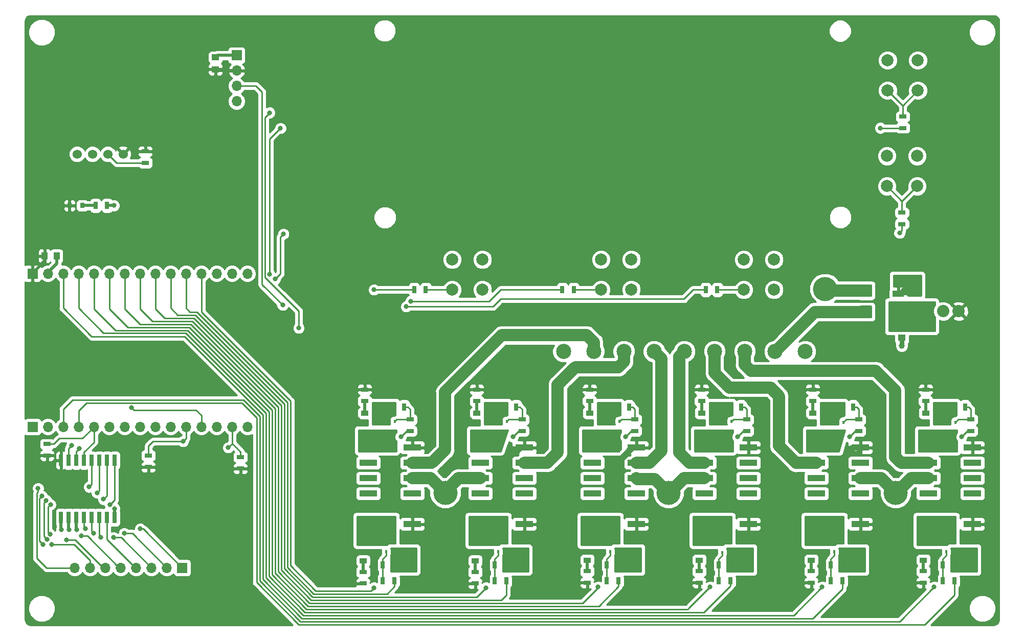
<source format=gbr>
G04 #@! TF.GenerationSoftware,KiCad,Pcbnew,(5.0.2)-1*
G04 #@! TF.CreationDate,2019-02-25T14:42:47-06:00*
G04 #@! TF.ProjectId,OpenThermostat,4f70656e-5468-4657-926d-6f737461742e,rev?*
G04 #@! TF.SameCoordinates,Original*
G04 #@! TF.FileFunction,Copper,L1,Top*
G04 #@! TF.FilePolarity,Positive*
%FSLAX46Y46*%
G04 Gerber Fmt 4.6, Leading zero omitted, Abs format (unit mm)*
G04 Created by KiCad (PCBNEW (5.0.2)-1) date 2/25/2019 2:42:47 PM*
%MOMM*%
%LPD*%
G01*
G04 APERTURE LIST*
G04 #@! TA.AperFunction,ComponentPad*
%ADD10C,2.500000*%
G04 #@! TD*
G04 #@! TA.AperFunction,ComponentPad*
%ADD11C,2.000000*%
G04 #@! TD*
G04 #@! TA.AperFunction,SMDPad,CuDef*
%ADD12R,0.700000X1.300000*%
G04 #@! TD*
G04 #@! TA.AperFunction,ComponentPad*
%ADD13O,1.700000X1.700000*%
G04 #@! TD*
G04 #@! TA.AperFunction,ComponentPad*
%ADD14R,1.700000X1.700000*%
G04 #@! TD*
G04 #@! TA.AperFunction,SMDPad,CuDef*
%ADD15R,0.400000X0.600000*%
G04 #@! TD*
G04 #@! TA.AperFunction,SMDPad,CuDef*
%ADD16R,1.300000X0.700000*%
G04 #@! TD*
G04 #@! TA.AperFunction,SMDPad,CuDef*
%ADD17R,3.000000X1.110000*%
G04 #@! TD*
G04 #@! TA.AperFunction,SMDPad,CuDef*
%ADD18R,0.650000X1.950000*%
G04 #@! TD*
G04 #@! TA.AperFunction,ComponentPad*
%ADD19C,1.524000*%
G04 #@! TD*
G04 #@! TA.AperFunction,SMDPad,CuDef*
%ADD20R,1.200000X0.900000*%
G04 #@! TD*
G04 #@! TA.AperFunction,SMDPad,CuDef*
%ADD21R,1.875000X1.050000*%
G04 #@! TD*
G04 #@! TA.AperFunction,ComponentPad*
%ADD22C,2.032000*%
G04 #@! TD*
G04 #@! TA.AperFunction,SMDPad,CuDef*
%ADD23R,1.250000X1.000000*%
G04 #@! TD*
G04 #@! TA.AperFunction,SMDPad,CuDef*
%ADD24R,0.800000X0.900000*%
G04 #@! TD*
G04 #@! TA.AperFunction,SMDPad,CuDef*
%ADD25R,1.000000X1.250000*%
G04 #@! TD*
G04 #@! TA.AperFunction,ViaPad*
%ADD26C,0.800000*%
G04 #@! TD*
G04 #@! TA.AperFunction,ViaPad*
%ADD27C,2.000000*%
G04 #@! TD*
G04 #@! TA.AperFunction,ViaPad*
%ADD28C,1.000000*%
G04 #@! TD*
G04 #@! TA.AperFunction,ViaPad*
%ADD29C,4.000000*%
G04 #@! TD*
G04 #@! TA.AperFunction,Conductor*
%ADD30C,0.508000*%
G04 #@! TD*
G04 #@! TA.AperFunction,Conductor*
%ADD31C,0.250000*%
G04 #@! TD*
G04 #@! TA.AperFunction,Conductor*
%ADD32C,0.254000*%
G04 #@! TD*
G04 #@! TA.AperFunction,Conductor*
%ADD33C,0.762000*%
G04 #@! TD*
G04 #@! TA.AperFunction,Conductor*
%ADD34C,1.016000*%
G04 #@! TD*
G04 #@! TA.AperFunction,Conductor*
%ADD35C,2.000000*%
G04 #@! TD*
G04 APERTURE END LIST*
D10*
G04 #@! TO.P,J4,1*
G04 #@! TO.N,Net-(J4-Pad1)*
X140843000Y-113728500D03*
G04 #@! TO.P,J4,2*
G04 #@! TO.N,Net-(J4-Pad2)*
X145843000Y-113728500D03*
G04 #@! TO.P,J4,3*
G04 #@! TO.N,Net-(J4-Pad3)*
X150843000Y-113728500D03*
G04 #@! TO.P,J4,4*
G04 #@! TO.N,Net-(J4-Pad4)*
X155843000Y-113728500D03*
G04 #@! TO.P,J4,5*
G04 #@! TO.N,Net-(J4-Pad5)*
X160843000Y-113728500D03*
G04 #@! TO.P,J4,6*
G04 #@! TO.N,Net-(J4-Pad6)*
X165843000Y-113728500D03*
G04 #@! TO.P,J4,7*
G04 #@! TO.N,Net-(J4-Pad7)*
X170843000Y-113728500D03*
G04 #@! TO.P,J4,8*
G04 #@! TO.N,/R*
X175843000Y-113728500D03*
G04 #@! TO.P,J4,9*
G04 #@! TO.N,/RC*
X180843000Y-113728500D03*
G04 #@! TD*
D11*
G04 #@! TO.P,SW2,2*
G04 #@! TO.N,GND*
X199504000Y-65468000D03*
X194504000Y-65468000D03*
G04 #@! TO.P,SW2,1*
G04 #@! TO.N,Net-(R5-Pad2)*
X199504000Y-70468000D03*
X194504000Y-70468000D03*
G04 #@! TD*
G04 #@! TO.P,SW3,1*
G04 #@! TO.N,Net-(R6-Pad2)*
X194377000Y-86341000D03*
X199377000Y-86341000D03*
G04 #@! TO.P,SW3,2*
G04 #@! TO.N,GND*
X194377000Y-81341000D03*
X199377000Y-81341000D03*
G04 #@! TD*
G04 #@! TO.P,SW6,1*
G04 #@! TO.N,Net-(R9-Pad2)*
X170688000Y-103505000D03*
X175688000Y-103505000D03*
G04 #@! TO.P,SW6,2*
G04 #@! TO.N,GND*
X170688000Y-98505000D03*
X175688000Y-98505000D03*
G04 #@! TD*
D12*
G04 #@! TO.P,R9,2*
G04 #@! TO.N,Net-(R9-Pad2)*
X166304000Y-103505000D03*
G04 #@! TO.P,R9,1*
G04 #@! TO.N,Net-(J2-Pad15)*
X164404000Y-103505000D03*
G04 #@! TD*
D13*
G04 #@! TO.P,U2,3*
G04 #@! TO.N,Net-(J2-Pad14)*
X86741000Y-72263000D03*
G04 #@! TO.P,U2,4*
G04 #@! TO.N,Net-(J2-Pad11)*
X86741000Y-69723000D03*
G04 #@! TO.P,U2,1*
G04 #@! TO.N,+5V*
X86741000Y-67183000D03*
D14*
G04 #@! TO.P,U2,2*
G04 #@! TO.N,GND*
X86741000Y-64643000D03*
G04 #@! TD*
G04 #@! TO.P,J2,1*
G04 #@! TO.N,Net-(J2-Pad1)*
X52959000Y-126238000D03*
D13*
G04 #@! TO.P,J2,2*
G04 #@! TO.N,GND*
X55499000Y-126238000D03*
G04 #@! TO.P,J2,3*
G04 #@! TO.N,Net-(J2-Pad3)*
X58039000Y-126238000D03*
G04 #@! TO.P,J2,4*
G04 #@! TO.N,Net-(J2-Pad4)*
X60579000Y-126238000D03*
G04 #@! TO.P,J2,5*
G04 #@! TO.N,Net-(J2-Pad5)*
X63119000Y-126238000D03*
G04 #@! TO.P,J2,6*
G04 #@! TO.N,Net-(J2-Pad6)*
X65659000Y-126238000D03*
G04 #@! TO.P,J2,7*
G04 #@! TO.N,Net-(J2-Pad7)*
X68199000Y-126238000D03*
G04 #@! TO.P,J2,8*
G04 #@! TO.N,Net-(J2-Pad8)*
X70739000Y-126238000D03*
G04 #@! TO.P,J2,9*
G04 #@! TO.N,Net-(J2-Pad9)*
X73279000Y-126238000D03*
G04 #@! TO.P,J2,10*
G04 #@! TO.N,Net-(J2-Pad10)*
X75819000Y-126238000D03*
G04 #@! TO.P,J2,11*
G04 #@! TO.N,Net-(J2-Pad11)*
X78359000Y-126238000D03*
G04 #@! TO.P,J2,12*
G04 #@! TO.N,Net-(J2-Pad12)*
X80899000Y-126238000D03*
G04 #@! TO.P,J2,13*
G04 #@! TO.N,Net-(J2-Pad13)*
X83439000Y-126238000D03*
G04 #@! TO.P,J2,14*
G04 #@! TO.N,Net-(J2-Pad14)*
X85979000Y-126238000D03*
G04 #@! TO.P,J2,15*
G04 #@! TO.N,Net-(J2-Pad15)*
X88519000Y-126238000D03*
G04 #@! TD*
G04 #@! TO.P,J3,15*
G04 #@! TO.N,Net-(J3-Pad15)*
X88519000Y-100838000D03*
G04 #@! TO.P,J3,14*
G04 #@! TO.N,Net-(J3-Pad14)*
X85979000Y-100838000D03*
G04 #@! TO.P,J3,13*
G04 #@! TO.N,Net-(J3-Pad13)*
X83439000Y-100838000D03*
G04 #@! TO.P,J3,12*
G04 #@! TO.N,Net-(J3-Pad12)*
X80899000Y-100838000D03*
G04 #@! TO.P,J3,11*
G04 #@! TO.N,Net-(J3-Pad11)*
X78359000Y-100838000D03*
G04 #@! TO.P,J3,10*
G04 #@! TO.N,Net-(J3-Pad10)*
X75819000Y-100838000D03*
G04 #@! TO.P,J3,9*
G04 #@! TO.N,Net-(J3-Pad9)*
X73279000Y-100838000D03*
G04 #@! TO.P,J3,8*
G04 #@! TO.N,Net-(J3-Pad8)*
X70739000Y-100838000D03*
G04 #@! TO.P,J3,7*
G04 #@! TO.N,Net-(J3-Pad7)*
X68199000Y-100838000D03*
G04 #@! TO.P,J3,6*
G04 #@! TO.N,Net-(J3-Pad6)*
X65659000Y-100838000D03*
G04 #@! TO.P,J3,5*
G04 #@! TO.N,Net-(J3-Pad5)*
X63119000Y-100838000D03*
G04 #@! TO.P,J3,4*
G04 #@! TO.N,Net-(J3-Pad4)*
X60579000Y-100838000D03*
G04 #@! TO.P,J3,3*
G04 #@! TO.N,Net-(J3-Pad3)*
X58039000Y-100838000D03*
G04 #@! TO.P,J3,2*
G04 #@! TO.N,GND*
X55499000Y-100838000D03*
D14*
G04 #@! TO.P,J3,1*
G04 #@! TO.N,+5V*
X52959000Y-100838000D03*
G04 #@! TD*
D15*
G04 #@! TO.P,Q1,3*
G04 #@! TO.N,GND*
X168417000Y-147066000D03*
G04 #@! TO.P,Q1,2*
G04 #@! TO.N,Net-(Q1-Pad2)*
X167117000Y-147066000D03*
G04 #@! TO.P,Q1,1*
G04 #@! TO.N,Net-(D1-Pad2)*
X167767000Y-144966000D03*
G04 #@! TD*
G04 #@! TO.P,Q2,3*
G04 #@! TO.N,GND*
X167371000Y-125349000D03*
G04 #@! TO.P,Q2,2*
G04 #@! TO.N,Net-(Q2-Pad2)*
X168671000Y-125349000D03*
G04 #@! TO.P,Q2,1*
G04 #@! TO.N,Net-(D2-Pad2)*
X168021000Y-127449000D03*
G04 #@! TD*
G04 #@! TO.P,Q3,1*
G04 #@! TO.N,Net-(D3-Pad2)*
X149225000Y-144839000D03*
G04 #@! TO.P,Q3,2*
G04 #@! TO.N,Net-(Q3-Pad2)*
X148575000Y-146939000D03*
G04 #@! TO.P,Q3,3*
G04 #@! TO.N,GND*
X149875000Y-146939000D03*
G04 #@! TD*
G04 #@! TO.P,Q4,3*
G04 #@! TO.N,GND*
X148829000Y-125349000D03*
G04 #@! TO.P,Q4,2*
G04 #@! TO.N,Net-(Q4-Pad2)*
X150129000Y-125349000D03*
G04 #@! TO.P,Q4,1*
G04 #@! TO.N,Net-(D4-Pad2)*
X149479000Y-127449000D03*
G04 #@! TD*
G04 #@! TO.P,Q5,1*
G04 #@! TO.N,Net-(D5-Pad2)*
X204851000Y-144839000D03*
G04 #@! TO.P,Q5,2*
G04 #@! TO.N,Net-(Q5-Pad2)*
X204201000Y-146939000D03*
G04 #@! TO.P,Q5,3*
G04 #@! TO.N,GND*
X205501000Y-146939000D03*
G04 #@! TD*
G04 #@! TO.P,Q6,1*
G04 #@! TO.N,Net-(D6-Pad2)*
X205105000Y-127576000D03*
G04 #@! TO.P,Q6,2*
G04 #@! TO.N,Net-(Q6-Pad2)*
X205755000Y-125476000D03*
G04 #@! TO.P,Q6,3*
G04 #@! TO.N,GND*
X204455000Y-125476000D03*
G04 #@! TD*
G04 #@! TO.P,Q7,1*
G04 #@! TO.N,Net-(D7-Pad2)*
X186309000Y-144839000D03*
G04 #@! TO.P,Q7,2*
G04 #@! TO.N,Net-(Q7-Pad2)*
X185659000Y-146939000D03*
G04 #@! TO.P,Q7,3*
G04 #@! TO.N,GND*
X186959000Y-146939000D03*
G04 #@! TD*
G04 #@! TO.P,Q8,1*
G04 #@! TO.N,Net-(D8-Pad2)*
X186563000Y-127576000D03*
G04 #@! TO.P,Q8,2*
G04 #@! TO.N,Net-(Q8-Pad2)*
X187213000Y-125476000D03*
G04 #@! TO.P,Q8,3*
G04 #@! TO.N,GND*
X185913000Y-125476000D03*
G04 #@! TD*
G04 #@! TO.P,Q9,3*
G04 #@! TO.N,GND*
X131333000Y-146939000D03*
G04 #@! TO.P,Q9,2*
G04 #@! TO.N,Net-(Q9-Pad2)*
X130033000Y-146939000D03*
G04 #@! TO.P,Q9,1*
G04 #@! TO.N,Net-(D9-Pad2)*
X130683000Y-144839000D03*
G04 #@! TD*
G04 #@! TO.P,Q10,3*
G04 #@! TO.N,GND*
X130160000Y-125349000D03*
G04 #@! TO.P,Q10,2*
G04 #@! TO.N,Net-(Q10-Pad2)*
X131460000Y-125349000D03*
G04 #@! TO.P,Q10,1*
G04 #@! TO.N,Net-(D10-Pad2)*
X130810000Y-127449000D03*
G04 #@! TD*
G04 #@! TO.P,Q11,3*
G04 #@! TO.N,GND*
X112791000Y-146939000D03*
G04 #@! TO.P,Q11,2*
G04 #@! TO.N,Net-(Q11-Pad2)*
X111491000Y-146939000D03*
G04 #@! TO.P,Q11,1*
G04 #@! TO.N,Net-(D11-Pad2)*
X112141000Y-144839000D03*
G04 #@! TD*
G04 #@! TO.P,Q12,1*
G04 #@! TO.N,Net-(D12-Pad2)*
X112268000Y-127449000D03*
G04 #@! TO.P,Q12,2*
G04 #@! TO.N,Net-(Q12-Pad2)*
X112918000Y-125349000D03*
G04 #@! TO.P,Q12,3*
G04 #@! TO.N,GND*
X111618000Y-125349000D03*
G04 #@! TD*
D16*
G04 #@! TO.P,R1,1*
G04 #@! TO.N,Net-(J2-Pad5)*
X55372000Y-129098000D03*
G04 #@! TO.P,R1,2*
G04 #@! TO.N,+5V*
X55372000Y-130998000D03*
G04 #@! TD*
G04 #@! TO.P,R2,2*
G04 #@! TO.N,+5V*
X72136000Y-132903000D03*
G04 #@! TO.P,R2,1*
G04 #@! TO.N,Net-(J2-Pad11)*
X72136000Y-131003000D03*
G04 #@! TD*
G04 #@! TO.P,R3,1*
G04 #@! TO.N,+5V*
X87376000Y-133157000D03*
G04 #@! TO.P,R3,2*
G04 #@! TO.N,Net-(J2-Pad14)*
X87376000Y-131257000D03*
G04 #@! TD*
G04 #@! TO.P,R4,2*
G04 #@! TO.N,Net-(J2-Pad12)*
X71628000Y-82484000D03*
G04 #@! TO.P,R4,1*
G04 #@! TO.N,+5V*
X71628000Y-80584000D03*
G04 #@! TD*
G04 #@! TO.P,R5,1*
G04 #@! TO.N,Net-(J2-Pad8)*
X197004000Y-76698000D03*
G04 #@! TO.P,R5,2*
G04 #@! TO.N,Net-(R5-Pad2)*
X197004000Y-74798000D03*
G04 #@! TD*
G04 #@! TO.P,R6,2*
G04 #@! TO.N,Net-(R6-Pad2)*
X196877000Y-90721000D03*
G04 #@! TO.P,R6,1*
G04 #@! TO.N,Net-(J2-Pad9)*
X196877000Y-92621000D03*
G04 #@! TD*
D12*
G04 #@! TO.P,R7,1*
G04 #@! TO.N,Net-(J2-Pad10)*
X116144000Y-103505000D03*
G04 #@! TO.P,R7,2*
G04 #@! TO.N,Net-(R7-Pad2)*
X118044000Y-103505000D03*
G04 #@! TD*
G04 #@! TO.P,R8,2*
G04 #@! TO.N,Net-(R8-Pad2)*
X142555000Y-103505000D03*
G04 #@! TO.P,R8,1*
G04 #@! TO.N,Net-(J2-Pad13)*
X140655000Y-103505000D03*
G04 #@! TD*
G04 #@! TO.P,R10,1*
G04 #@! TO.N,Net-(Q1-Pad2)*
X166563000Y-151765000D03*
G04 #@! TO.P,R10,2*
G04 #@! TO.N,Net-(J3-Pad5)*
X168463000Y-151765000D03*
G04 #@! TD*
D16*
G04 #@! TO.P,R11,1*
G04 #@! TO.N,Net-(Q2-Pad2)*
X171196000Y-125034000D03*
G04 #@! TO.P,R11,2*
G04 #@! TO.N,Net-(J3-Pad6)*
X171196000Y-126934000D03*
G04 #@! TD*
D12*
G04 #@! TO.P,R12,1*
G04 #@! TO.N,Net-(Q3-Pad2)*
X148021000Y-151765000D03*
G04 #@! TO.P,R12,2*
G04 #@! TO.N,Net-(J3-Pad7)*
X149921000Y-151765000D03*
G04 #@! TD*
D16*
G04 #@! TO.P,R13,1*
G04 #@! TO.N,Net-(Q4-Pad2)*
X152654000Y-125034000D03*
G04 #@! TO.P,R13,2*
G04 #@! TO.N,Net-(J3-Pad8)*
X152654000Y-126934000D03*
G04 #@! TD*
D12*
G04 #@! TO.P,R14,1*
G04 #@! TO.N,Net-(Q5-Pad2)*
X203647000Y-151765000D03*
G04 #@! TO.P,R14,2*
G04 #@! TO.N,Net-(J2-Pad4)*
X205547000Y-151765000D03*
G04 #@! TD*
D16*
G04 #@! TO.P,R15,1*
G04 #@! TO.N,Net-(Q6-Pad2)*
X208280000Y-125034000D03*
G04 #@! TO.P,R15,2*
G04 #@! TO.N,Net-(J2-Pad3)*
X208280000Y-126934000D03*
G04 #@! TD*
D12*
G04 #@! TO.P,R16,2*
G04 #@! TO.N,Net-(J3-Pad3)*
X187005000Y-151765000D03*
G04 #@! TO.P,R16,1*
G04 #@! TO.N,Net-(Q7-Pad2)*
X185105000Y-151765000D03*
G04 #@! TD*
D16*
G04 #@! TO.P,R17,2*
G04 #@! TO.N,Net-(J3-Pad4)*
X189738000Y-126934000D03*
G04 #@! TO.P,R17,1*
G04 #@! TO.N,Net-(Q8-Pad2)*
X189738000Y-125034000D03*
G04 #@! TD*
D12*
G04 #@! TO.P,R18,2*
G04 #@! TO.N,Net-(J3-Pad9)*
X131379000Y-151765000D03*
G04 #@! TO.P,R18,1*
G04 #@! TO.N,Net-(Q9-Pad2)*
X129479000Y-151765000D03*
G04 #@! TD*
D16*
G04 #@! TO.P,R19,2*
G04 #@! TO.N,Net-(J3-Pad10)*
X133985000Y-126934000D03*
G04 #@! TO.P,R19,1*
G04 #@! TO.N,Net-(Q10-Pad2)*
X133985000Y-125034000D03*
G04 #@! TD*
D12*
G04 #@! TO.P,R20,1*
G04 #@! TO.N,Net-(Q11-Pad2)*
X110937000Y-151765000D03*
G04 #@! TO.P,R20,2*
G04 #@! TO.N,Net-(J3-Pad11)*
X112837000Y-151765000D03*
G04 #@! TD*
D16*
G04 #@! TO.P,R21,1*
G04 #@! TO.N,Net-(Q12-Pad2)*
X115443000Y-125034000D03*
G04 #@! TO.P,R21,2*
G04 #@! TO.N,Net-(J3-Pad12)*
X115443000Y-126934000D03*
G04 #@! TD*
D12*
G04 #@! TO.P,R22,2*
G04 #@! TO.N,GND*
X168463000Y-149098000D03*
G04 #@! TO.P,R22,1*
G04 #@! TO.N,Net-(Q1-Pad2)*
X166563000Y-149098000D03*
G04 #@! TD*
G04 #@! TO.P,R23,2*
G04 #@! TO.N,GND*
X168341000Y-122936000D03*
G04 #@! TO.P,R23,1*
G04 #@! TO.N,Net-(Q2-Pad2)*
X170241000Y-122936000D03*
G04 #@! TD*
G04 #@! TO.P,R24,2*
G04 #@! TO.N,GND*
X149921000Y-149098000D03*
G04 #@! TO.P,R24,1*
G04 #@! TO.N,Net-(Q3-Pad2)*
X148021000Y-149098000D03*
G04 #@! TD*
G04 #@! TO.P,R25,2*
G04 #@! TO.N,GND*
X149799000Y-122936000D03*
G04 #@! TO.P,R25,1*
G04 #@! TO.N,Net-(Q4-Pad2)*
X151699000Y-122936000D03*
G04 #@! TD*
G04 #@! TO.P,R26,2*
G04 #@! TO.N,GND*
X205547000Y-149098000D03*
G04 #@! TO.P,R26,1*
G04 #@! TO.N,Net-(Q5-Pad2)*
X203647000Y-149098000D03*
G04 #@! TD*
G04 #@! TO.P,R27,2*
G04 #@! TO.N,GND*
X205425000Y-122936000D03*
G04 #@! TO.P,R27,1*
G04 #@! TO.N,Net-(Q6-Pad2)*
X207325000Y-122936000D03*
G04 #@! TD*
G04 #@! TO.P,R28,1*
G04 #@! TO.N,Net-(Q7-Pad2)*
X185105000Y-149098000D03*
G04 #@! TO.P,R28,2*
G04 #@! TO.N,GND*
X187005000Y-149098000D03*
G04 #@! TD*
G04 #@! TO.P,R29,1*
G04 #@! TO.N,Net-(Q8-Pad2)*
X188783000Y-122936000D03*
G04 #@! TO.P,R29,2*
G04 #@! TO.N,GND*
X186883000Y-122936000D03*
G04 #@! TD*
G04 #@! TO.P,R30,1*
G04 #@! TO.N,Net-(Q9-Pad2)*
X129479000Y-149098000D03*
G04 #@! TO.P,R30,2*
G04 #@! TO.N,GND*
X131379000Y-149098000D03*
G04 #@! TD*
G04 #@! TO.P,R31,2*
G04 #@! TO.N,GND*
X131130000Y-122936000D03*
G04 #@! TO.P,R31,1*
G04 #@! TO.N,Net-(Q10-Pad2)*
X133030000Y-122936000D03*
G04 #@! TD*
G04 #@! TO.P,R32,1*
G04 #@! TO.N,Net-(Q11-Pad2)*
X110937000Y-149098000D03*
G04 #@! TO.P,R32,2*
G04 #@! TO.N,GND*
X112837000Y-149098000D03*
G04 #@! TD*
G04 #@! TO.P,R33,2*
G04 #@! TO.N,GND*
X112588000Y-122936000D03*
G04 #@! TO.P,R33,1*
G04 #@! TO.N,Net-(Q12-Pad2)*
X114488000Y-122936000D03*
G04 #@! TD*
D16*
G04 #@! TO.P,R34,2*
G04 #@! TO.N,Net-(D1-Pad1)*
X163322000Y-150180000D03*
G04 #@! TO.P,R34,1*
G04 #@! TO.N,+5V*
X163322000Y-152080000D03*
G04 #@! TD*
G04 #@! TO.P,R35,1*
G04 #@! TO.N,+5V*
X163703000Y-120081000D03*
G04 #@! TO.P,R35,2*
G04 #@! TO.N,Net-(D2-Pad1)*
X163703000Y-121981000D03*
G04 #@! TD*
G04 #@! TO.P,R36,1*
G04 #@! TO.N,+5V*
X144780000Y-152080000D03*
G04 #@! TO.P,R36,2*
G04 #@! TO.N,Net-(D3-Pad1)*
X144780000Y-150180000D03*
G04 #@! TD*
G04 #@! TO.P,R37,2*
G04 #@! TO.N,Net-(D4-Pad1)*
X145161000Y-121981000D03*
G04 #@! TO.P,R37,1*
G04 #@! TO.N,+5V*
X145161000Y-120081000D03*
G04 #@! TD*
G04 #@! TO.P,R38,2*
G04 #@! TO.N,Net-(D5-Pad1)*
X200406000Y-150180000D03*
G04 #@! TO.P,R38,1*
G04 #@! TO.N,+5V*
X200406000Y-152080000D03*
G04 #@! TD*
G04 #@! TO.P,R39,1*
G04 #@! TO.N,+5V*
X200787000Y-120081000D03*
G04 #@! TO.P,R39,2*
G04 #@! TO.N,Net-(D6-Pad1)*
X200787000Y-121981000D03*
G04 #@! TD*
G04 #@! TO.P,R40,2*
G04 #@! TO.N,Net-(D7-Pad1)*
X181864000Y-150180000D03*
G04 #@! TO.P,R40,1*
G04 #@! TO.N,+5V*
X181864000Y-152080000D03*
G04 #@! TD*
G04 #@! TO.P,R41,2*
G04 #@! TO.N,Net-(D8-Pad1)*
X182118000Y-121981000D03*
G04 #@! TO.P,R41,1*
G04 #@! TO.N,+5V*
X182118000Y-120081000D03*
G04 #@! TD*
G04 #@! TO.P,R42,1*
G04 #@! TO.N,+5V*
X126238000Y-152207000D03*
G04 #@! TO.P,R42,2*
G04 #@! TO.N,Net-(D9-Pad1)*
X126238000Y-150307000D03*
G04 #@! TD*
G04 #@! TO.P,R43,1*
G04 #@! TO.N,+5V*
X126492000Y-120081000D03*
G04 #@! TO.P,R43,2*
G04 #@! TO.N,Net-(D10-Pad1)*
X126492000Y-121981000D03*
G04 #@! TD*
G04 #@! TO.P,R44,2*
G04 #@! TO.N,Net-(D11-Pad1)*
X107696000Y-150307000D03*
G04 #@! TO.P,R44,1*
G04 #@! TO.N,+5V*
X107696000Y-152207000D03*
G04 #@! TD*
G04 #@! TO.P,R45,2*
G04 #@! TO.N,Net-(D12-Pad1)*
X107950000Y-121981000D03*
G04 #@! TO.P,R45,1*
G04 #@! TO.N,+5V*
X107950000Y-120081000D03*
G04 #@! TD*
D17*
G04 #@! TO.P,U4,1*
G04 #@! TO.N,+5V*
X171450000Y-142367000D03*
G04 #@! TO.P,U4,12*
G04 #@! TO.N,Net-(D1-Pad2)*
X164160000Y-142367000D03*
G04 #@! TO.P,U4,10*
G04 #@! TO.N,Net-(U4-Pad10)*
X164160000Y-137287000D03*
G04 #@! TO.P,U4,3*
G04 #@! TO.N,Net-(U4-Pad3)*
X171450000Y-137287000D03*
G04 #@! TO.P,U4,9*
G04 #@! TO.N,/R*
X164160000Y-134747000D03*
G04 #@! TO.P,U4,4*
X171450000Y-134747000D03*
G04 #@! TO.P,U4,5*
G04 #@! TO.N,Net-(J4-Pad5)*
X171450000Y-132207000D03*
G04 #@! TO.P,U4,8*
X164160000Y-132207000D03*
G04 #@! TO.P,U4,6*
G04 #@! TO.N,+5V*
X171450000Y-129667000D03*
G04 #@! TO.P,U4,7*
G04 #@! TO.N,Net-(D2-Pad2)*
X164160000Y-129667000D03*
G04 #@! TD*
G04 #@! TO.P,U5,7*
G04 #@! TO.N,Net-(D4-Pad2)*
X145618000Y-129667000D03*
G04 #@! TO.P,U5,6*
G04 #@! TO.N,+5V*
X152908000Y-129667000D03*
G04 #@! TO.P,U5,8*
G04 #@! TO.N,Net-(J4-Pad4)*
X145618000Y-132207000D03*
G04 #@! TO.P,U5,5*
X152908000Y-132207000D03*
G04 #@! TO.P,U5,4*
G04 #@! TO.N,/R*
X152908000Y-134747000D03*
G04 #@! TO.P,U5,9*
X145618000Y-134747000D03*
G04 #@! TO.P,U5,3*
G04 #@! TO.N,Net-(U5-Pad3)*
X152908000Y-137287000D03*
G04 #@! TO.P,U5,10*
G04 #@! TO.N,Net-(U5-Pad10)*
X145618000Y-137287000D03*
G04 #@! TO.P,U5,12*
G04 #@! TO.N,Net-(D3-Pad2)*
X145618000Y-142367000D03*
G04 #@! TO.P,U5,1*
G04 #@! TO.N,+5V*
X152908000Y-142367000D03*
G04 #@! TD*
G04 #@! TO.P,U6,7*
G04 #@! TO.N,Net-(D6-Pad2)*
X201244000Y-129667000D03*
G04 #@! TO.P,U6,6*
G04 #@! TO.N,+5V*
X208534000Y-129667000D03*
G04 #@! TO.P,U6,8*
G04 #@! TO.N,Net-(J4-Pad7)*
X201244000Y-132207000D03*
G04 #@! TO.P,U6,5*
X208534000Y-132207000D03*
G04 #@! TO.P,U6,4*
G04 #@! TO.N,/RC*
X208534000Y-134747000D03*
G04 #@! TO.P,U6,9*
X201244000Y-134747000D03*
G04 #@! TO.P,U6,3*
G04 #@! TO.N,Net-(U6-Pad3)*
X208534000Y-137287000D03*
G04 #@! TO.P,U6,10*
G04 #@! TO.N,Net-(U6-Pad10)*
X201244000Y-137287000D03*
G04 #@! TO.P,U6,12*
G04 #@! TO.N,Net-(D5-Pad2)*
X201244000Y-142367000D03*
G04 #@! TO.P,U6,1*
G04 #@! TO.N,+5V*
X208534000Y-142367000D03*
G04 #@! TD*
G04 #@! TO.P,U7,7*
G04 #@! TO.N,Net-(D8-Pad2)*
X182702000Y-129667000D03*
G04 #@! TO.P,U7,6*
G04 #@! TO.N,+5V*
X189992000Y-129667000D03*
G04 #@! TO.P,U7,8*
G04 #@! TO.N,Net-(J4-Pad6)*
X182702000Y-132207000D03*
G04 #@! TO.P,U7,5*
X189992000Y-132207000D03*
G04 #@! TO.P,U7,4*
G04 #@! TO.N,/RC*
X189992000Y-134747000D03*
G04 #@! TO.P,U7,9*
X182702000Y-134747000D03*
G04 #@! TO.P,U7,3*
G04 #@! TO.N,Net-(U7-Pad3)*
X189992000Y-137287000D03*
G04 #@! TO.P,U7,10*
G04 #@! TO.N,Net-(U7-Pad10)*
X182702000Y-137287000D03*
G04 #@! TO.P,U7,12*
G04 #@! TO.N,Net-(D7-Pad2)*
X182702000Y-142367000D03*
G04 #@! TO.P,U7,1*
G04 #@! TO.N,+5V*
X189992000Y-142367000D03*
G04 #@! TD*
G04 #@! TO.P,U8,1*
G04 #@! TO.N,+5V*
X134366000Y-142367000D03*
G04 #@! TO.P,U8,12*
G04 #@! TO.N,Net-(D9-Pad2)*
X127076000Y-142367000D03*
G04 #@! TO.P,U8,10*
G04 #@! TO.N,Net-(U8-Pad10)*
X127076000Y-137287000D03*
G04 #@! TO.P,U8,3*
G04 #@! TO.N,Net-(U8-Pad3)*
X134366000Y-137287000D03*
G04 #@! TO.P,U8,9*
G04 #@! TO.N,/R*
X127076000Y-134747000D03*
G04 #@! TO.P,U8,4*
X134366000Y-134747000D03*
G04 #@! TO.P,U8,5*
G04 #@! TO.N,Net-(J4-Pad3)*
X134366000Y-132207000D03*
G04 #@! TO.P,U8,8*
X127076000Y-132207000D03*
G04 #@! TO.P,U8,6*
G04 #@! TO.N,+5V*
X134366000Y-129667000D03*
G04 #@! TO.P,U8,7*
G04 #@! TO.N,Net-(D10-Pad2)*
X127076000Y-129667000D03*
G04 #@! TD*
G04 #@! TO.P,U9,1*
G04 #@! TO.N,+5V*
X115824000Y-142367000D03*
G04 #@! TO.P,U9,12*
G04 #@! TO.N,Net-(D11-Pad2)*
X108534000Y-142367000D03*
G04 #@! TO.P,U9,10*
G04 #@! TO.N,Net-(U9-Pad10)*
X108534000Y-137287000D03*
G04 #@! TO.P,U9,3*
G04 #@! TO.N,Net-(U9-Pad3)*
X115824000Y-137287000D03*
G04 #@! TO.P,U9,9*
G04 #@! TO.N,/R*
X108534000Y-134747000D03*
G04 #@! TO.P,U9,4*
X115824000Y-134747000D03*
G04 #@! TO.P,U9,5*
G04 #@! TO.N,Net-(J4-Pad2)*
X115824000Y-132207000D03*
G04 #@! TO.P,U9,8*
X108534000Y-132207000D03*
G04 #@! TO.P,U9,6*
G04 #@! TO.N,+5V*
X115824000Y-129667000D03*
G04 #@! TO.P,U9,7*
G04 #@! TO.N,Net-(D12-Pad2)*
X108534000Y-129667000D03*
G04 #@! TD*
D18*
G04 #@! TO.P,U1,16*
G04 #@! TO.N,+5V*
X57658000Y-131800000D03*
G04 #@! TO.P,U1,15*
G04 #@! TO.N,Net-(J2-Pad11)*
X58928000Y-131800000D03*
G04 #@! TO.P,U1,14*
G04 #@! TO.N,Net-(J2-Pad14)*
X60198000Y-131800000D03*
G04 #@! TO.P,U1,13*
G04 #@! TO.N,Net-(J2-Pad5)*
X61468000Y-131800000D03*
G04 #@! TO.P,U1,12*
G04 #@! TO.N,Net-(J1-Pad8)*
X62738000Y-131800000D03*
G04 #@! TO.P,U1,11*
G04 #@! TO.N,Net-(J1-Pad7)*
X64008000Y-131800000D03*
G04 #@! TO.P,U1,10*
G04 #@! TO.N,Net-(J1-Pad6)*
X65278000Y-131800000D03*
G04 #@! TO.P,U1,9*
G04 #@! TO.N,Net-(J1-Pad5)*
X66548000Y-131800000D03*
G04 #@! TO.P,U1,8*
G04 #@! TO.N,GND*
X66548000Y-141250000D03*
G04 #@! TO.P,U1,7*
G04 #@! TO.N,Net-(J1-Pad4)*
X65278000Y-141250000D03*
G04 #@! TO.P,U1,6*
G04 #@! TO.N,Net-(J1-Pad3)*
X64008000Y-141250000D03*
G04 #@! TO.P,U1,5*
G04 #@! TO.N,Net-(J1-Pad2)*
X62738000Y-141250000D03*
G04 #@! TO.P,U1,4*
G04 #@! TO.N,Net-(J1-Pad1)*
X61468000Y-141250000D03*
G04 #@! TO.P,U1,3*
G04 #@! TO.N,GND*
X60198000Y-141250000D03*
G04 #@! TO.P,U1,2*
X58928000Y-141250000D03*
G04 #@! TO.P,U1,1*
X57658000Y-141250000D03*
G04 #@! TD*
D19*
G04 #@! TO.P,U3,1*
G04 #@! TO.N,+5V*
X67945000Y-81026000D03*
G04 #@! TO.P,U3,2*
G04 #@! TO.N,Net-(J2-Pad12)*
X65405000Y-81026000D03*
G04 #@! TO.P,U3,3*
G04 #@! TO.N,N/C*
X62865000Y-81026000D03*
G04 #@! TO.P,U3,4*
G04 #@! TO.N,GND*
X60325000Y-81026000D03*
G04 #@! TD*
D13*
G04 #@! TO.P,J1,8*
G04 #@! TO.N,Net-(J1-Pad8)*
X59944000Y-149606000D03*
G04 #@! TO.P,J1,7*
G04 #@! TO.N,Net-(J1-Pad7)*
X62484000Y-149606000D03*
G04 #@! TO.P,J1,6*
G04 #@! TO.N,Net-(J1-Pad6)*
X65024000Y-149606000D03*
G04 #@! TO.P,J1,5*
G04 #@! TO.N,Net-(J1-Pad5)*
X67564000Y-149606000D03*
G04 #@! TO.P,J1,4*
G04 #@! TO.N,Net-(J1-Pad4)*
X70104000Y-149606000D03*
G04 #@! TO.P,J1,3*
G04 #@! TO.N,Net-(J1-Pad3)*
X72644000Y-149606000D03*
G04 #@! TO.P,J1,2*
G04 #@! TO.N,Net-(J1-Pad2)*
X75184000Y-149606000D03*
D14*
G04 #@! TO.P,J1,1*
G04 #@! TO.N,Net-(J1-Pad1)*
X77724000Y-149606000D03*
G04 #@! TD*
D20*
G04 #@! TO.P,D1,1*
G04 #@! TO.N,Net-(D1-Pad1)*
X163322000Y-148335000D03*
G04 #@! TO.P,D1,2*
G04 #@! TO.N,Net-(D1-Pad2)*
X163322000Y-145035000D03*
G04 #@! TD*
G04 #@! TO.P,D2,2*
G04 #@! TO.N,Net-(D2-Pad2)*
X163703000Y-127253000D03*
G04 #@! TO.P,D2,1*
G04 #@! TO.N,Net-(D2-Pad1)*
X163703000Y-123953000D03*
G04 #@! TD*
D11*
G04 #@! TO.P,SW4,2*
G04 #@! TO.N,GND*
X127428000Y-98505000D03*
X122428000Y-98505000D03*
G04 #@! TO.P,SW4,1*
G04 #@! TO.N,Net-(R7-Pad2)*
X127428000Y-103505000D03*
X122428000Y-103505000D03*
G04 #@! TD*
G04 #@! TO.P,SW5,1*
G04 #@! TO.N,Net-(R8-Pad2)*
X147066000Y-103505000D03*
X152066000Y-103505000D03*
G04 #@! TO.P,SW5,2*
G04 #@! TO.N,GND*
X147066000Y-98505000D03*
X152066000Y-98505000D03*
G04 #@! TD*
D20*
G04 #@! TO.P,D3,1*
G04 #@! TO.N,Net-(D3-Pad1)*
X144780000Y-148335000D03*
G04 #@! TO.P,D3,2*
G04 #@! TO.N,Net-(D3-Pad2)*
X144780000Y-145035000D03*
G04 #@! TD*
G04 #@! TO.P,D4,2*
G04 #@! TO.N,Net-(D4-Pad2)*
X145161000Y-127253000D03*
G04 #@! TO.P,D4,1*
G04 #@! TO.N,Net-(D4-Pad1)*
X145161000Y-123953000D03*
G04 #@! TD*
G04 #@! TO.P,D5,2*
G04 #@! TO.N,Net-(D5-Pad2)*
X200406000Y-145035000D03*
G04 #@! TO.P,D5,1*
G04 #@! TO.N,Net-(D5-Pad1)*
X200406000Y-148335000D03*
G04 #@! TD*
G04 #@! TO.P,D6,2*
G04 #@! TO.N,Net-(D6-Pad2)*
X200787000Y-127253000D03*
G04 #@! TO.P,D6,1*
G04 #@! TO.N,Net-(D6-Pad1)*
X200787000Y-123953000D03*
G04 #@! TD*
G04 #@! TO.P,D7,1*
G04 #@! TO.N,Net-(D7-Pad1)*
X181864000Y-148335000D03*
G04 #@! TO.P,D7,2*
G04 #@! TO.N,Net-(D7-Pad2)*
X181864000Y-145035000D03*
G04 #@! TD*
G04 #@! TO.P,D8,2*
G04 #@! TO.N,Net-(D8-Pad2)*
X182118000Y-127253000D03*
G04 #@! TO.P,D8,1*
G04 #@! TO.N,Net-(D8-Pad1)*
X182118000Y-123953000D03*
G04 #@! TD*
G04 #@! TO.P,D9,1*
G04 #@! TO.N,Net-(D9-Pad1)*
X126238000Y-148462000D03*
G04 #@! TO.P,D9,2*
G04 #@! TO.N,Net-(D9-Pad2)*
X126238000Y-145162000D03*
G04 #@! TD*
G04 #@! TO.P,D10,2*
G04 #@! TO.N,Net-(D10-Pad2)*
X126492000Y-127253000D03*
G04 #@! TO.P,D10,1*
G04 #@! TO.N,Net-(D10-Pad1)*
X126492000Y-123953000D03*
G04 #@! TD*
G04 #@! TO.P,D11,1*
G04 #@! TO.N,Net-(D11-Pad1)*
X107696000Y-148462000D03*
G04 #@! TO.P,D11,2*
G04 #@! TO.N,Net-(D11-Pad2)*
X107696000Y-145162000D03*
G04 #@! TD*
G04 #@! TO.P,D12,2*
G04 #@! TO.N,Net-(D12-Pad2)*
X107950000Y-127253000D03*
G04 #@! TO.P,D12,1*
G04 #@! TO.N,Net-(D12-Pad1)*
X107950000Y-123953000D03*
G04 #@! TD*
D21*
G04 #@! TO.P,U10,4*
G04 #@! TO.N,Net-(J4-Pad1)*
X190929500Y-104157000D03*
G04 #@! TO.P,U10,3*
G04 #@! TO.N,GND*
X196254500Y-104157000D03*
G04 #@! TO.P,U10,2*
G04 #@! TO.N,/R*
X190929500Y-106657000D03*
G04 #@! TO.P,U10,1*
G04 #@! TO.N,/V+*
X196254500Y-106657000D03*
G04 #@! TD*
D22*
G04 #@! TO.P,U11,1*
G04 #@! TO.N,/V+*
X201148000Y-107061000D03*
G04 #@! TO.P,U11,2*
G04 #@! TO.N,GND*
X203698000Y-107061000D03*
G04 #@! TO.P,U11,3*
G04 #@! TO.N,+5V*
X206248000Y-107061000D03*
G04 #@! TD*
D23*
G04 #@! TO.P,C1,1*
G04 #@! TO.N,/V+*
X196850000Y-109490000D03*
G04 #@! TO.P,C1,2*
G04 #@! TO.N,GND*
X196850000Y-111490000D03*
G04 #@! TD*
D24*
G04 #@! TO.P,D13,2*
G04 #@! TO.N,+5V*
X59080400Y-89560400D03*
G04 #@! TO.P,D13,1*
G04 #@! TO.N,Net-(D13-Pad1)*
X61180400Y-89560400D03*
G04 #@! TD*
D12*
G04 #@! TO.P,R46,2*
G04 #@! TO.N,Net-(D13-Pad1)*
X63388401Y-89560400D03*
G04 #@! TO.P,R46,1*
G04 #@! TO.N,GND*
X65288401Y-89560400D03*
G04 #@! TD*
D25*
G04 #@! TO.P,C2,1*
G04 #@! TO.N,GND*
X56943500Y-97917000D03*
G04 #@! TO.P,C2,2*
G04 #@! TO.N,+5V*
X54943500Y-97917000D03*
G04 #@! TD*
D23*
G04 #@! TO.P,C3,2*
G04 #@! TO.N,+5V*
X83248500Y-66976500D03*
G04 #@! TO.P,C3,1*
G04 #@! TO.N,GND*
X83248500Y-64976500D03*
G04 #@! TD*
D26*
G04 #@! TO.N,Net-(J1-Pad8)*
X62306200Y-136194800D03*
X53873400Y-136423400D03*
G04 #@! TO.N,Net-(J1-Pad7)*
X63627000Y-137160000D03*
X54529284Y-137714284D03*
X54711600Y-145745200D03*
X56134000Y-145745200D03*
G04 #@! TO.N,Net-(J1-Pad6)*
X58610500Y-144970500D03*
X55355902Y-144933160D03*
X55236392Y-138421392D03*
X64706500Y-138239500D03*
G04 #@! TO.N,Net-(J1-Pad5)*
X65786000Y-139128500D03*
X55943500Y-139128500D03*
X55880000Y-144081500D03*
X61023500Y-144335500D03*
G04 #@! TO.N,Net-(J1-Pad3)*
X64262000Y-144583000D03*
X66357500Y-144589500D03*
G04 #@! TO.N,Net-(J1-Pad2)*
X63055500Y-143856000D03*
X68135500Y-143891000D03*
G04 #@! TO.N,Net-(J1-Pad1)*
X61722000Y-143129000D03*
X70802500Y-143129000D03*
G04 #@! TO.N,GND*
X66540277Y-139785059D03*
X60250000Y-143250000D03*
X57750000Y-143250000D03*
X59000000Y-143250000D03*
D27*
X207772000Y-148209000D03*
X152146000Y-148209000D03*
X170688000Y-148209000D03*
X189230000Y-148209000D03*
X133604000Y-148209000D03*
X115062000Y-148209000D03*
X184785000Y-124079000D03*
X203454000Y-124079000D03*
X147828000Y-124079000D03*
X166370000Y-124079000D03*
X129159000Y-124079000D03*
X110617000Y-124079000D03*
D28*
X196850000Y-112776000D03*
D27*
X198247000Y-102616000D03*
D26*
X66446400Y-89560400D03*
G04 #@! TO.N,Net-(J2-Pad3)*
X206756000Y-127889000D03*
X202184000Y-152781000D03*
G04 #@! TO.N,Net-(J2-Pad11)*
X59436000Y-129286000D03*
X77851000Y-128651000D03*
X94361000Y-106045000D03*
G04 #@! TO.N,Net-(J2-Pad14)*
X60706000Y-129794000D03*
X85344000Y-129667000D03*
X92202000Y-74168000D03*
X97028000Y-109855000D03*
G04 #@! TO.N,Net-(J2-Pad8)*
X92202000Y-100965000D03*
X94000000Y-76750000D03*
X193294000Y-76708000D03*
G04 #@! TO.N,Net-(J2-Pad9)*
X93091000Y-101727000D03*
X94500000Y-94250000D03*
X196469000Y-94107000D03*
G04 #@! TO.N,Net-(J2-Pad10)*
X109474000Y-103505000D03*
G04 #@! TO.N,Net-(J2-Pad12)*
X69342000Y-123063000D03*
G04 #@! TO.N,Net-(J2-Pad13)*
X115570000Y-105410000D03*
G04 #@! TO.N,Net-(J2-Pad15)*
X114808000Y-106299000D03*
G04 #@! TO.N,Net-(J3-Pad12)*
X109474000Y-152908000D03*
X113919000Y-127889000D03*
G04 #@! TO.N,Net-(J3-Pad10)*
X128016000Y-152908000D03*
X132461000Y-127889000D03*
G04 #@! TO.N,Net-(J3-Pad8)*
X146558000Y-152781000D03*
X151130000Y-127889000D03*
G04 #@! TO.N,Net-(J3-Pad6)*
X169672000Y-127889000D03*
X165100000Y-152781000D03*
G04 #@! TO.N,Net-(J3-Pad4)*
X188214000Y-127889000D03*
X183642000Y-152781000D03*
D28*
G04 #@! TO.N,+5V*
X88011000Y-144653000D03*
X97028000Y-144653000D03*
X97028000Y-142621000D03*
X88011000Y-142621000D03*
X88011000Y-140589000D03*
X97028000Y-140589000D03*
D29*
G04 #@! TO.N,/R*
X158242000Y-137160000D03*
X121285000Y-137160000D03*
G04 #@! TO.N,/RC*
X195834000Y-137160000D03*
G04 #@! TO.N,Net-(J4-Pad1)*
X184150000Y-103378000D03*
G04 #@! TD*
D30*
G04 #@! TO.N,Net-(D1-Pad1)*
X163322000Y-150180000D02*
X163322000Y-148335000D01*
G04 #@! TO.N,Net-(D2-Pad1)*
X163703000Y-123953000D02*
X163703000Y-121981000D01*
G04 #@! TO.N,Net-(D3-Pad1)*
X144780000Y-148335000D02*
X144780000Y-150180000D01*
G04 #@! TO.N,Net-(D4-Pad1)*
X145161000Y-123953000D02*
X145161000Y-121981000D01*
G04 #@! TO.N,Net-(D5-Pad1)*
X200406000Y-150180000D02*
X200406000Y-148335000D01*
G04 #@! TO.N,Net-(D6-Pad1)*
X200787000Y-123953000D02*
X200787000Y-121981000D01*
G04 #@! TO.N,Net-(D7-Pad1)*
X181864000Y-150180000D02*
X181864000Y-148335000D01*
G04 #@! TO.N,Net-(D8-Pad1)*
X182118000Y-123953000D02*
X182118000Y-121981000D01*
G04 #@! TO.N,Net-(D9-Pad1)*
X126238000Y-150307000D02*
X126238000Y-148462000D01*
G04 #@! TO.N,Net-(D10-Pad1)*
X126492000Y-121981000D02*
X126492000Y-123953000D01*
G04 #@! TO.N,Net-(D11-Pad1)*
X107696000Y-150307000D02*
X107696000Y-148462000D01*
G04 #@! TO.N,Net-(D12-Pad1)*
X107950000Y-121981000D02*
X107950000Y-123953000D01*
D31*
G04 #@! TO.N,Net-(J1-Pad8)*
X59944000Y-149606000D02*
X55245000Y-149606000D01*
D32*
X62738000Y-135763000D02*
X62738000Y-131800000D01*
X62738000Y-135763000D02*
X62306200Y-136194800D01*
X53674653Y-137187832D02*
X53674653Y-147024072D01*
X53873400Y-136989085D02*
X53674653Y-137187832D01*
X53873400Y-136423400D02*
X53873400Y-136989085D01*
D31*
X55245000Y-149606000D02*
X53674653Y-148035653D01*
X53674653Y-148035653D02*
X53674653Y-147024072D01*
D32*
G04 #@! TO.N,Net-(J1-Pad7)*
X64008000Y-131800000D02*
X64008000Y-133029000D01*
X64008000Y-133029000D02*
X64008000Y-136779000D01*
X64008000Y-136779000D02*
X63627000Y-137160000D01*
X54128662Y-145162262D02*
X54711600Y-145745200D01*
X54529284Y-137714284D02*
X54129285Y-138114283D01*
X54129285Y-138114283D02*
X54129285Y-145115520D01*
D31*
X59893200Y-145745200D02*
X57734200Y-145745200D01*
X62484000Y-148336000D02*
X59893200Y-145745200D01*
X62484000Y-149606000D02*
X62484000Y-148336000D01*
X57734200Y-145745200D02*
X56134000Y-145745200D01*
D32*
G04 #@! TO.N,Net-(J1-Pad6)*
X65278000Y-131800000D02*
X65278000Y-133029000D01*
D31*
X60007500Y-144970500D02*
X59499500Y-144970500D01*
X64643000Y-149606000D02*
X60007500Y-144970500D01*
X64643000Y-149606000D02*
X65024000Y-149606000D01*
X59499500Y-144970500D02*
X58610500Y-144970500D01*
D32*
X54836393Y-138821391D02*
X54836393Y-144413651D01*
X55236392Y-138421392D02*
X54836393Y-138821391D01*
X54836393Y-144413651D02*
X55355902Y-144933160D01*
X65278000Y-137668000D02*
X64706500Y-138239500D01*
X65278000Y-133029000D02*
X65278000Y-137668000D01*
G04 #@! TO.N,Net-(J1-Pad5)*
X66548000Y-131800000D02*
X66548000Y-133029000D01*
D31*
X62039500Y-144335500D02*
X61023500Y-144335500D01*
X67310000Y-149606000D02*
X62039500Y-144335500D01*
X67310000Y-149606000D02*
X67564000Y-149606000D01*
D32*
X66548000Y-133029000D02*
X66548000Y-138366500D01*
X66548000Y-138366500D02*
X65786000Y-139128500D01*
X55943500Y-139128500D02*
X55562500Y-139509500D01*
X55562500Y-139509500D02*
X55562500Y-143192500D01*
X55562500Y-143192500D02*
X55562500Y-143764000D01*
X55562500Y-143764000D02*
X55880000Y-144081500D01*
D31*
G04 #@! TO.N,Net-(J1-Pad4)*
X70104000Y-149352000D02*
X69977000Y-149352000D01*
X70104000Y-149606000D02*
X69977000Y-149606000D01*
X65278000Y-144907000D02*
X65278000Y-141250000D01*
X69977000Y-149606000D02*
X65278000Y-144907000D01*
D32*
G04 #@! TO.N,Net-(J1-Pad3)*
X64008000Y-141250000D02*
X64008000Y-142479000D01*
X64008000Y-142479000D02*
X64008000Y-144329000D01*
X64008000Y-144329000D02*
X64262000Y-144583000D01*
X66357500Y-144589500D02*
X66548000Y-144780000D01*
D31*
X66357500Y-144589500D02*
X67627500Y-144589500D01*
X67627500Y-144589500D02*
X72644000Y-149606000D01*
D32*
G04 #@! TO.N,Net-(J1-Pad2)*
X62738000Y-141250000D02*
X62738000Y-142479000D01*
D31*
X69469000Y-143891000D02*
X75184000Y-149606000D01*
X68135500Y-143891000D02*
X69469000Y-143891000D01*
D32*
X62738000Y-142479000D02*
X62738000Y-143538500D01*
X62738000Y-143538500D02*
X63055500Y-143856000D01*
G04 #@! TO.N,Net-(J1-Pad1)*
X61468000Y-141250000D02*
X61468000Y-142479000D01*
D31*
X71247000Y-143129000D02*
X77724000Y-149606000D01*
X70802500Y-143129000D02*
X71247000Y-143129000D01*
D32*
X61468000Y-142479000D02*
X61468000Y-142875000D01*
X61468000Y-142875000D02*
X61722000Y-143129000D01*
D30*
G04 #@! TO.N,GND*
X66548000Y-141250000D02*
X66548000Y-139792782D01*
X66548000Y-139792782D02*
X66540277Y-139785059D01*
X60198000Y-141250000D02*
X60198000Y-143198000D01*
X60198000Y-143198000D02*
X60250000Y-143250000D01*
X57658000Y-141250000D02*
X57658000Y-143158000D01*
X57658000Y-143158000D02*
X57750000Y-143250000D01*
X58928000Y-141250000D02*
X58928000Y-143178000D01*
X58928000Y-143178000D02*
X59000000Y-143250000D01*
D31*
X205547000Y-149098000D02*
X206883000Y-149098000D01*
X206883000Y-149098000D02*
X207772000Y-148209000D01*
D30*
X149921000Y-149098000D02*
X151384000Y-149098000D01*
X151384000Y-149098000D02*
X152146000Y-148209000D01*
X168463000Y-149098000D02*
X169799000Y-149098000D01*
X169799000Y-149098000D02*
X170688000Y-148209000D01*
X187005000Y-149098000D02*
X188341000Y-149098000D01*
X188341000Y-149098000D02*
X189230000Y-148209000D01*
X131379000Y-149098000D02*
X132715000Y-149098000D01*
X132715000Y-149098000D02*
X133604000Y-148209000D01*
D32*
X112837000Y-149098000D02*
X114173000Y-149098000D01*
X114173000Y-149098000D02*
X115062000Y-148209000D01*
D31*
X185913000Y-125476000D02*
X185913000Y-125207000D01*
X185913000Y-125207000D02*
X184785000Y-124079000D01*
D30*
X204455000Y-125476000D02*
X204455000Y-124953000D01*
X204455000Y-124953000D02*
X203454000Y-124079000D01*
D31*
X148829000Y-125349000D02*
X148829000Y-125080000D01*
X148829000Y-125080000D02*
X147828000Y-124079000D01*
X167371000Y-125349000D02*
X167371000Y-124953000D01*
X167371000Y-124953000D02*
X166370000Y-124079000D01*
X130160000Y-125349000D02*
X130160000Y-124953000D01*
X130160000Y-124953000D02*
X129159000Y-124079000D01*
D30*
X111618000Y-125349000D02*
X111618000Y-124699000D01*
X111618000Y-124699000D02*
X110617000Y-124079000D01*
D33*
X196850000Y-111490000D02*
X196850000Y-112776000D01*
D34*
X197192000Y-103632000D02*
X197231000Y-103632000D01*
X197231000Y-103632000D02*
X198247000Y-102616000D01*
D30*
X65288401Y-89560400D02*
X66446400Y-89560400D01*
X55499000Y-100838000D02*
X55499000Y-100647500D01*
X56943500Y-99203000D02*
X56943500Y-97917000D01*
X55499000Y-100647500D02*
X56943500Y-99203000D01*
X86741000Y-64643000D02*
X83582000Y-64643000D01*
X83582000Y-64643000D02*
X83248500Y-64976500D01*
D31*
G04 #@! TO.N,Net-(J2-Pad3)*
X58039000Y-123317000D02*
X59563000Y-121793000D01*
X87884000Y-121793000D02*
X59563000Y-121793000D01*
X90551000Y-124460000D02*
X87884000Y-121793000D01*
X90551000Y-125222000D02*
X90551000Y-124460000D01*
X208280000Y-126934000D02*
X207711000Y-126934000D01*
X90551000Y-151765000D02*
X90551000Y-125222000D01*
X97282000Y-158496000D02*
X90551000Y-151765000D01*
X106045000Y-158496000D02*
X97282000Y-158496000D01*
X181483000Y-158496000D02*
X106045000Y-158496000D01*
X207711000Y-126934000D02*
X206756000Y-127889000D01*
X202184000Y-152781000D02*
X196469000Y-158496000D01*
X196469000Y-158496000D02*
X181483000Y-158496000D01*
X58039000Y-123317000D02*
X58039000Y-126238000D01*
G04 #@! TO.N,Net-(J2-Pad4)*
X60579000Y-123571000D02*
X61849000Y-122301000D01*
X87630000Y-122301000D02*
X61849000Y-122301000D01*
X90043000Y-124714000D02*
X87630000Y-122301000D01*
X90043000Y-125222000D02*
X90043000Y-124714000D01*
X205547000Y-151765000D02*
X205547000Y-152974000D01*
X90043000Y-152019000D02*
X90043000Y-125222000D01*
X97028000Y-159004000D02*
X90043000Y-152019000D01*
X106045000Y-159004000D02*
X97028000Y-159004000D01*
X205547000Y-152974000D02*
X205547000Y-154117000D01*
X205547000Y-154117000D02*
X200660000Y-159004000D01*
X200660000Y-159004000D02*
X106045000Y-159004000D01*
X60579000Y-123571000D02*
X60579000Y-126238000D01*
G04 #@! TO.N,Net-(J2-Pad5)*
X63119000Y-128778000D02*
X63119000Y-126238000D01*
X61468000Y-131800000D02*
X61468000Y-130429000D01*
X61468000Y-130429000D02*
X63119000Y-128778000D01*
X55372000Y-129098000D02*
X56449000Y-129098000D01*
X61214000Y-128143000D02*
X63119000Y-126238000D01*
X57404000Y-128143000D02*
X61214000Y-128143000D01*
X56449000Y-129098000D02*
X57404000Y-128143000D01*
G04 #@! TO.N,Net-(J2-Pad11)*
X58928000Y-129794000D02*
X59436000Y-129286000D01*
X58928000Y-131800000D02*
X58928000Y-129794000D01*
X78359000Y-128143000D02*
X78359000Y-126238000D01*
X77851000Y-128651000D02*
X78359000Y-128143000D01*
X72136000Y-131003000D02*
X72136000Y-129413000D01*
X72898000Y-128651000D02*
X77851000Y-128651000D01*
X72136000Y-129413000D02*
X72898000Y-128651000D01*
X86741000Y-69723000D02*
X89916000Y-69723000D01*
X90932000Y-70739000D02*
X89916000Y-69723000D01*
X90932000Y-71568000D02*
X90932000Y-70739000D01*
X94361000Y-106045000D02*
X90932000Y-102616000D01*
X90932000Y-102616000D02*
X90932000Y-71568000D01*
G04 #@! TO.N,Net-(J2-Pad14)*
X60198000Y-131800000D02*
X60198000Y-130302000D01*
X60198000Y-130302000D02*
X60706000Y-129794000D01*
X85979000Y-129032000D02*
X85979000Y-126238000D01*
X85344000Y-129667000D02*
X85979000Y-129032000D01*
X85979000Y-129032000D02*
X86032000Y-129032000D01*
X87376000Y-130376000D02*
X86750000Y-129750000D01*
X87376000Y-130376000D02*
X87376000Y-131257000D01*
X86032000Y-129032000D02*
X86750000Y-129750000D01*
X91440000Y-100076000D02*
X91440000Y-75060000D01*
X91440000Y-74930000D02*
X92202000Y-74168000D01*
X91440000Y-75060000D02*
X91440000Y-74930000D01*
X91440000Y-101473000D02*
X91440000Y-100076000D01*
X97028000Y-107061000D02*
X91440000Y-101473000D01*
X97028000Y-109855000D02*
X97028000Y-107061000D01*
G04 #@! TO.N,Net-(J2-Pad8)*
X93938000Y-76750000D02*
X94000000Y-76750000D01*
X92202000Y-78486000D02*
X93938000Y-76750000D01*
X92202000Y-81026000D02*
X92202000Y-78486000D01*
X92202000Y-100965000D02*
X92202000Y-81026000D01*
D32*
X196994000Y-76708000D02*
X197004000Y-76698000D01*
X193294000Y-76708000D02*
X196994000Y-76708000D01*
D31*
G04 #@! TO.N,Net-(J2-Pad9)*
X93091000Y-101727000D02*
X93980000Y-100838000D01*
X93980000Y-100838000D02*
X93980000Y-94770000D01*
X93980000Y-94770000D02*
X94500000Y-94250000D01*
D32*
X196877000Y-93699000D02*
X196877000Y-92621000D01*
X196469000Y-94107000D02*
X196877000Y-93699000D01*
D31*
G04 #@! TO.N,Net-(J2-Pad10)*
X109474000Y-103505000D02*
X116144000Y-103505000D01*
G04 #@! TO.N,Net-(J2-Pad12)*
X80899000Y-126238000D02*
X80899000Y-124333000D01*
X69723000Y-123444000D02*
X69342000Y-123063000D01*
X80010000Y-123444000D02*
X69723000Y-123444000D01*
X80899000Y-124333000D02*
X80010000Y-123444000D01*
X71628000Y-82484000D02*
X66863000Y-82484000D01*
X66863000Y-82484000D02*
X65405000Y-81026000D01*
G04 #@! TO.N,Net-(J2-Pad13)*
X128524000Y-105410000D02*
X115570000Y-105410000D01*
X130429000Y-103505000D02*
X128524000Y-105410000D01*
X130429000Y-103505000D02*
X140655000Y-103505000D01*
G04 #@! TO.N,Net-(J2-Pad15)*
X162306000Y-103505000D02*
X164404000Y-103505000D01*
X160782000Y-105029000D02*
X162306000Y-103505000D01*
X130429000Y-105029000D02*
X160782000Y-105029000D01*
X129159000Y-106299000D02*
X130429000Y-105029000D01*
X122936000Y-106299000D02*
X129159000Y-106299000D01*
X114808000Y-106299000D02*
X122936000Y-106299000D01*
G04 #@! TO.N,Net-(J3-Pad12)*
X115443000Y-126934000D02*
X114874000Y-126934000D01*
X80899000Y-107188000D02*
X80899000Y-100838000D01*
X95631000Y-121920000D02*
X80899000Y-107188000D01*
X95631000Y-125349000D02*
X95631000Y-121920000D01*
X108966000Y-153416000D02*
X106299000Y-153416000D01*
X109474000Y-152908000D02*
X108966000Y-153416000D01*
X114874000Y-126934000D02*
X113919000Y-127889000D01*
X106299000Y-153416000D02*
X99822000Y-153416000D01*
X99822000Y-153416000D02*
X95631000Y-149225000D01*
X95631000Y-149225000D02*
X95631000Y-125349000D01*
G04 #@! TO.N,Net-(J3-Pad11)*
X112837000Y-151765000D02*
X112837000Y-152720000D01*
X78359000Y-106553000D02*
X78359000Y-100838000D01*
X78994000Y-107188000D02*
X78359000Y-106553000D01*
X80137000Y-107188000D02*
X78994000Y-107188000D01*
X95123000Y-122174000D02*
X80137000Y-107188000D01*
X95123000Y-125349000D02*
X95123000Y-122174000D01*
X95123000Y-149536998D02*
X95123000Y-125349000D01*
X99510002Y-153924000D02*
X95123000Y-149536998D01*
X106299000Y-153924000D02*
X99510002Y-153924000D01*
X111633000Y-153924000D02*
X106299000Y-153924000D01*
X112837000Y-152720000D02*
X111633000Y-153924000D01*
G04 #@! TO.N,Net-(J3-Pad10)*
X133985000Y-126934000D02*
X133416000Y-126934000D01*
X75819000Y-106553000D02*
X75819000Y-100838000D01*
X76962000Y-107696000D02*
X75819000Y-106553000D01*
X79883000Y-107696000D02*
X76962000Y-107696000D01*
X94615000Y-122428000D02*
X79883000Y-107696000D01*
X94615000Y-125349000D02*
X94615000Y-122428000D01*
X94615000Y-149733000D02*
X94615000Y-125349000D01*
X99314000Y-154432000D02*
X94615000Y-149733000D01*
X106299000Y-154432000D02*
X99314000Y-154432000D01*
X126492000Y-154432000D02*
X110490000Y-154432000D01*
X128016000Y-152908000D02*
X126492000Y-154432000D01*
X133416000Y-126934000D02*
X132461000Y-127889000D01*
X110490000Y-154432000D02*
X106299000Y-154432000D01*
G04 #@! TO.N,Net-(J3-Pad9)*
X131379000Y-151765000D02*
X131379000Y-154117000D01*
X124206000Y-154940000D02*
X106426000Y-154940000D01*
X106426000Y-154940000D02*
X106299000Y-154940000D01*
X131379000Y-154117000D02*
X130556000Y-154940000D01*
X130556000Y-154940000D02*
X124206000Y-154940000D01*
X106426000Y-154940000D02*
X99060000Y-154940000D01*
X73279000Y-106680000D02*
X73279000Y-100838000D01*
X74803000Y-108204000D02*
X73279000Y-106680000D01*
X79629000Y-108204000D02*
X74803000Y-108204000D01*
X94107000Y-122682000D02*
X79629000Y-108204000D01*
X94107000Y-125349000D02*
X94107000Y-122682000D01*
X99060000Y-154940000D02*
X94107000Y-149987000D01*
X94107000Y-149987000D02*
X94107000Y-125349000D01*
G04 #@! TO.N,Net-(J3-Pad8)*
X152654000Y-126934000D02*
X152085000Y-126934000D01*
X70739000Y-106680000D02*
X70739000Y-100838000D01*
X72771000Y-108712000D02*
X70739000Y-106680000D01*
X79375000Y-108712000D02*
X72771000Y-108712000D01*
X93599000Y-122936000D02*
X79375000Y-108712000D01*
X93599000Y-125222000D02*
X93599000Y-122936000D01*
X129032000Y-155448000D02*
X106299000Y-155448000D01*
X152085000Y-126934000D02*
X151130000Y-127889000D01*
X146558000Y-152781000D02*
X146558000Y-152908000D01*
X146558000Y-152908000D02*
X144018000Y-155448000D01*
X144018000Y-155448000D02*
X129032000Y-155448000D01*
X106299000Y-155448000D02*
X98806000Y-155448000D01*
X98806000Y-155448000D02*
X93599000Y-150241000D01*
X93599000Y-150241000D02*
X93599000Y-125222000D01*
G04 #@! TO.N,Net-(J3-Pad7)*
X149921000Y-151765000D02*
X149921000Y-152720000D01*
X68199000Y-106680000D02*
X68199000Y-100838000D01*
X70739000Y-109220000D02*
X68199000Y-106680000D01*
X79121000Y-109220000D02*
X70739000Y-109220000D01*
X93091000Y-123190000D02*
X79121000Y-109220000D01*
X93091000Y-125222000D02*
X93091000Y-123190000D01*
X142240000Y-155956000D02*
X106299000Y-155956000D01*
X149921000Y-152720000D02*
X146685000Y-155956000D01*
X146685000Y-155956000D02*
X142240000Y-155956000D01*
X106299000Y-155956000D02*
X98552000Y-155956000D01*
X98552000Y-155956000D02*
X93091000Y-150495000D01*
X93091000Y-150495000D02*
X93091000Y-125222000D01*
G04 #@! TO.N,Net-(J3-Pad6)*
X171196000Y-126934000D02*
X170627000Y-126934000D01*
X65659000Y-106680000D02*
X65659000Y-100838000D01*
X68707000Y-109728000D02*
X65659000Y-106680000D01*
X78867000Y-109728000D02*
X68707000Y-109728000D01*
X92583000Y-123444000D02*
X78867000Y-109728000D01*
X92583000Y-125222000D02*
X92583000Y-123444000D01*
X145796000Y-156464000D02*
X106172000Y-156464000D01*
X170627000Y-126934000D02*
X169672000Y-127889000D01*
X165100000Y-152781000D02*
X162306000Y-155575000D01*
X162306000Y-155575000D02*
X161544000Y-156337000D01*
X161544000Y-156337000D02*
X161417000Y-156464000D01*
X161417000Y-156464000D02*
X145796000Y-156464000D01*
X106172000Y-156464000D02*
X98298000Y-156464000D01*
X98298000Y-156464000D02*
X92583000Y-150749000D01*
X92583000Y-150749000D02*
X92583000Y-125222000D01*
G04 #@! TO.N,Net-(J3-Pad5)*
X168463000Y-151765000D02*
X168463000Y-152593000D01*
X63119000Y-106680000D02*
X63119000Y-100838000D01*
X66675000Y-110236000D02*
X63119000Y-106680000D01*
X78613000Y-110236000D02*
X66675000Y-110236000D01*
X92075000Y-123698000D02*
X78613000Y-110236000D01*
X92075000Y-125222000D02*
X92075000Y-123698000D01*
X92075000Y-151003000D02*
X92075000Y-125222000D01*
X98044000Y-156972000D02*
X92075000Y-151003000D01*
X106172000Y-156972000D02*
X98044000Y-156972000D01*
X160020000Y-156972000D02*
X106172000Y-156972000D01*
X168463000Y-152593000D02*
X164084000Y-156972000D01*
X164084000Y-156972000D02*
X160020000Y-156972000D01*
G04 #@! TO.N,Net-(J3-Pad4)*
X189738000Y-126934000D02*
X189169000Y-126934000D01*
X60579000Y-106553000D02*
X60579000Y-100838000D01*
X64712002Y-110686002D02*
X60579000Y-106553000D01*
X78301002Y-110686002D02*
X64712002Y-110686002D01*
X91567000Y-123952000D02*
X78301002Y-110686002D01*
X91567000Y-125222000D02*
X91567000Y-123952000D01*
X163322000Y-157480000D02*
X106172000Y-157480000D01*
X189169000Y-126934000D02*
X188214000Y-127889000D01*
X183642000Y-152781000D02*
X178943000Y-157480000D01*
X178943000Y-157480000D02*
X163322000Y-157480000D01*
X106172000Y-157480000D02*
X97790000Y-157480000D01*
X97790000Y-157480000D02*
X91567000Y-151257000D01*
X91567000Y-151257000D02*
X91567000Y-125222000D01*
G04 #@! TO.N,Net-(J3-Pad3)*
X187005000Y-151765000D02*
X187005000Y-153101000D01*
X58039000Y-106553000D02*
X58039000Y-100838000D01*
X62738000Y-111252000D02*
X58039000Y-106553000D01*
X78105000Y-111252000D02*
X62738000Y-111252000D01*
X91059000Y-124206000D02*
X78105000Y-111252000D01*
X91059000Y-125222000D02*
X91059000Y-124206000D01*
X177419000Y-157988000D02*
X106172000Y-157988000D01*
X187005000Y-153101000D02*
X182118000Y-157988000D01*
X182118000Y-157988000D02*
X177419000Y-157988000D01*
X106172000Y-157988000D02*
X97536000Y-157988000D01*
X97536000Y-157988000D02*
X91059000Y-151511000D01*
X91059000Y-151511000D02*
X91059000Y-125222000D01*
D33*
G04 #@! TO.N,+5V*
X134366000Y-129667000D02*
X133223000Y-129667000D01*
X133223000Y-129667000D02*
X132080000Y-130810000D01*
X134366000Y-129667000D02*
X133858000Y-129667000D01*
X133858000Y-129667000D02*
X132969000Y-130556000D01*
X189992000Y-129667000D02*
X188976000Y-129667000D01*
X189484000Y-130556000D02*
X188087000Y-130556000D01*
X189992000Y-130048000D02*
X189484000Y-130556000D01*
X189992000Y-129667000D02*
X189992000Y-130048000D01*
X188976000Y-129667000D02*
X188087000Y-130556000D01*
X189992000Y-129667000D02*
X188341000Y-129667000D01*
X188341000Y-129667000D02*
X187960000Y-130048000D01*
X152908000Y-129667000D02*
X152400000Y-129667000D01*
X152400000Y-129667000D02*
X150495000Y-131572000D01*
D30*
X152908000Y-129667000D02*
X151892000Y-129667000D01*
X150241000Y-131318000D02*
X150114000Y-131318000D01*
X151892000Y-129667000D02*
X150241000Y-131318000D01*
X52959000Y-100838000D02*
X52959000Y-100774500D01*
X54943500Y-98790000D02*
X54943500Y-97917000D01*
X52959000Y-100774500D02*
X54943500Y-98790000D01*
X86741000Y-67183000D02*
X83455000Y-67183000D01*
X83455000Y-67183000D02*
X83248500Y-66976500D01*
D35*
G04 #@! TO.N,Net-(J4-Pad7)*
X170843000Y-113728500D02*
X170843000Y-115915500D01*
X196723000Y-132207000D02*
X201244000Y-132207000D01*
X195770500Y-131254500D02*
X196723000Y-132207000D01*
X195770500Y-120205500D02*
X195770500Y-131254500D01*
X192532000Y-116967000D02*
X195770500Y-120205500D01*
X171894500Y-116967000D02*
X192532000Y-116967000D01*
X170843000Y-115915500D02*
X171894500Y-116967000D01*
G04 #@! TO.N,Net-(J4-Pad6)*
X182702000Y-132207000D02*
X179324000Y-132207000D01*
X165843000Y-117265500D02*
X165843000Y-113728500D01*
X168338500Y-119761000D02*
X165843000Y-117265500D01*
X175133000Y-119761000D02*
X168338500Y-119761000D01*
X176530000Y-121158000D02*
X175133000Y-119761000D01*
X176530000Y-129413000D02*
X176530000Y-121158000D01*
X179324000Y-132207000D02*
X176530000Y-129413000D01*
G04 #@! TO.N,Net-(J4-Pad5)*
X164160000Y-132207000D02*
X161734500Y-132207000D01*
X160020000Y-114551500D02*
X160843000Y-113728500D01*
X160020000Y-130492500D02*
X160020000Y-114551500D01*
X161734500Y-132207000D02*
X160020000Y-130492500D01*
G04 #@! TO.N,Net-(J4-Pad4)*
X152908000Y-132207000D02*
X155067000Y-132207000D01*
X157035500Y-114921000D02*
X155843000Y-113728500D01*
X157035500Y-126936500D02*
X157035500Y-114921000D01*
X155067000Y-132207000D02*
X157035500Y-130238500D01*
X157035500Y-130238500D02*
X157035500Y-126936500D01*
G04 #@! TO.N,Net-(J4-Pad3)*
X150843000Y-113728500D02*
X150843000Y-115412500D01*
X138176000Y-132207000D02*
X134366000Y-132207000D01*
X139890500Y-130492500D02*
X138176000Y-132207000D01*
X139890500Y-119253000D02*
X139890500Y-130492500D01*
X142811500Y-116332000D02*
X139890500Y-119253000D01*
X149923500Y-116332000D02*
X142811500Y-116332000D01*
X150843000Y-115412500D02*
X149923500Y-116332000D01*
G04 #@! TO.N,/R*
X153035000Y-134874000D02*
X152908000Y-134747000D01*
X155956000Y-134874000D02*
X153035000Y-134874000D01*
X158242000Y-137160000D02*
X155956000Y-134874000D01*
X158242000Y-137160000D02*
X158369000Y-137160000D01*
X160782000Y-134747000D02*
X164160000Y-134747000D01*
X158369000Y-137160000D02*
X160782000Y-134747000D01*
X118872000Y-134747000D02*
X115824000Y-134747000D01*
X121285000Y-137160000D02*
X118872000Y-134747000D01*
X121285000Y-137160000D02*
X121285000Y-136906000D01*
X123444000Y-134747000D02*
X127076000Y-134747000D01*
X121285000Y-136906000D02*
X123444000Y-134747000D01*
X175843000Y-113728500D02*
X175895000Y-113728500D01*
X182441500Y-107182000D02*
X189992000Y-107182000D01*
X175895000Y-113728500D02*
X182441500Y-107182000D01*
G04 #@! TO.N,/RC*
X193421000Y-134747000D02*
X189992000Y-134747000D01*
X195834000Y-137160000D02*
X193421000Y-134747000D01*
X195834000Y-137160000D02*
X195961000Y-137160000D01*
X198374000Y-134747000D02*
X201244000Y-134747000D01*
X195961000Y-137160000D02*
X198374000Y-134747000D01*
D32*
G04 #@! TO.N,Net-(Q1-Pad2)*
X166563000Y-149098000D02*
X166563000Y-148143000D01*
X167117000Y-147589000D02*
X167117000Y-147066000D01*
X166563000Y-148143000D02*
X167117000Y-147589000D01*
X166563000Y-151765000D02*
X166563000Y-149098000D01*
D31*
G04 #@! TO.N,Net-(Q2-Pad2)*
X171196000Y-125034000D02*
X168986000Y-125034000D01*
X168986000Y-125034000D02*
X168671000Y-125349000D01*
X171196000Y-125034000D02*
X171196000Y-123317000D01*
X170815000Y-122936000D02*
X170241000Y-122936000D01*
X171196000Y-123317000D02*
X170815000Y-122936000D01*
D32*
G04 #@! TO.N,Net-(Q3-Pad2)*
X148021000Y-149098000D02*
X148021000Y-148143000D01*
X148575000Y-147589000D02*
X148575000Y-146939000D01*
X148021000Y-148143000D02*
X148575000Y-147589000D01*
X148021000Y-149098000D02*
X148021000Y-151765000D01*
D31*
G04 #@! TO.N,Net-(Q4-Pad2)*
X152654000Y-125034000D02*
X150444000Y-125034000D01*
X150444000Y-125034000D02*
X150129000Y-125349000D01*
X152654000Y-125034000D02*
X152654000Y-123317000D01*
X152273000Y-122936000D02*
X151699000Y-122936000D01*
X152654000Y-123317000D02*
X152273000Y-122936000D01*
G04 #@! TO.N,Net-(Q5-Pad2)*
X204201000Y-146939000D02*
X204201000Y-147589000D01*
X203647000Y-148143000D02*
X203647000Y-149098000D01*
D32*
X204201000Y-147589000D02*
X203647000Y-148143000D01*
D31*
X203647000Y-151765000D02*
X203647000Y-149098000D01*
D32*
G04 #@! TO.N,Net-(Q6-Pad2)*
X208280000Y-125034000D02*
X208280000Y-123317000D01*
X207899000Y-122936000D02*
X207325000Y-122936000D01*
X208280000Y-123317000D02*
X207899000Y-122936000D01*
X208280000Y-125034000D02*
X206197000Y-125034000D01*
X206197000Y-125034000D02*
X205755000Y-125476000D01*
G04 #@! TO.N,Net-(Q7-Pad2)*
X185105000Y-149098000D02*
X185105000Y-148143000D01*
X185659000Y-147589000D02*
X185659000Y-146939000D01*
X185105000Y-148143000D02*
X185659000Y-147589000D01*
X185105000Y-151765000D02*
X185105000Y-149098000D01*
G04 #@! TO.N,Net-(Q8-Pad2)*
X189738000Y-125034000D02*
X189738000Y-123317000D01*
X189357000Y-122936000D02*
X188783000Y-122936000D01*
X189738000Y-123317000D02*
X189357000Y-122936000D01*
X189738000Y-125034000D02*
X187655000Y-125034000D01*
X187655000Y-125034000D02*
X187213000Y-125476000D01*
G04 #@! TO.N,Net-(Q9-Pad2)*
X129479000Y-151765000D02*
X129479000Y-149098000D01*
X129479000Y-149098000D02*
X129479000Y-148143000D01*
X130033000Y-147589000D02*
X130033000Y-146939000D01*
X129479000Y-148143000D02*
X130033000Y-147589000D01*
D31*
G04 #@! TO.N,Net-(Q10-Pad2)*
X133985000Y-125034000D02*
X131775000Y-125034000D01*
X131775000Y-125034000D02*
X131460000Y-125349000D01*
X133985000Y-125034000D02*
X133985000Y-123317000D01*
X133604000Y-122936000D02*
X133030000Y-122936000D01*
X133985000Y-123317000D02*
X133604000Y-122936000D01*
D32*
G04 #@! TO.N,Net-(Q11-Pad2)*
X110937000Y-149098000D02*
X110937000Y-148143000D01*
X111491000Y-147589000D02*
X111491000Y-146939000D01*
X110937000Y-148143000D02*
X111491000Y-147589000D01*
X110937000Y-151765000D02*
X110937000Y-149098000D01*
D31*
G04 #@! TO.N,Net-(Q12-Pad2)*
X115443000Y-125034000D02*
X113233000Y-125034000D01*
X113233000Y-125034000D02*
X112918000Y-125349000D01*
X115443000Y-125034000D02*
X115443000Y-123317000D01*
X115062000Y-122936000D02*
X114488000Y-122936000D01*
X115443000Y-123317000D02*
X115062000Y-122936000D01*
G04 #@! TO.N,Net-(R5-Pad2)*
X197004000Y-74798000D02*
X197004000Y-72968000D01*
X197004000Y-72968000D02*
X199504000Y-70468000D01*
X197004000Y-72968000D02*
X194504000Y-70468000D01*
G04 #@! TO.N,Net-(R6-Pad2)*
X196877000Y-90721000D02*
X196877000Y-88841000D01*
X196877000Y-88841000D02*
X199377000Y-86341000D01*
X196877000Y-88841000D02*
X194377000Y-86341000D01*
G04 #@! TO.N,Net-(R7-Pad2)*
X118044000Y-103505000D02*
X122428000Y-103505000D01*
G04 #@! TO.N,Net-(R8-Pad2)*
X142555000Y-103505000D02*
X147066000Y-103505000D01*
G04 #@! TO.N,Net-(R9-Pad2)*
X166304000Y-103505000D02*
X170688000Y-103505000D01*
D35*
G04 #@! TO.N,Net-(J4-Pad2)*
X145843000Y-113728500D02*
X145843000Y-112188000D01*
X119062500Y-132207000D02*
X115824000Y-132207000D01*
X145843000Y-112188000D02*
X144716500Y-111061500D01*
X130619500Y-111061500D02*
X121221500Y-120459500D01*
X121221500Y-120459500D02*
X121221500Y-130048000D01*
X121221500Y-130048000D02*
X119062500Y-132207000D01*
X144716500Y-111061500D02*
X130619500Y-111061500D01*
G04 #@! TO.N,Net-(J4-Pad1)*
X184404000Y-103632000D02*
X189992000Y-103632000D01*
X184150000Y-103378000D02*
X184404000Y-103632000D01*
D30*
G04 #@! TO.N,Net-(D13-Pad1)*
X61180400Y-89560400D02*
X63388401Y-89560400D01*
G04 #@! TD*
D32*
G04 #@! TO.N,+5V*
G36*
X87448375Y-127308625D02*
X87939582Y-127636839D01*
X88372744Y-127723000D01*
X88665256Y-127723000D01*
X89098418Y-127636839D01*
X89283001Y-127513505D01*
X89283000Y-151944153D01*
X89268112Y-152019000D01*
X89283000Y-152093847D01*
X89283000Y-152093851D01*
X89327096Y-152315536D01*
X89495071Y-152566929D01*
X89558530Y-152609331D01*
X96030198Y-159081000D01*
X52634618Y-159081000D01*
X52309286Y-159026850D01*
X52069549Y-158897494D01*
X51884635Y-158697456D01*
X51768915Y-158435704D01*
X51739000Y-158198901D01*
X51739000Y-155892431D01*
X52248000Y-155892431D01*
X52248000Y-156781569D01*
X52588259Y-157603026D01*
X53216974Y-158231741D01*
X54038431Y-158572000D01*
X54927569Y-158572000D01*
X55749026Y-158231741D01*
X56377741Y-157603026D01*
X56718000Y-156781569D01*
X56718000Y-155892431D01*
X56377741Y-155070974D01*
X55749026Y-154442259D01*
X54927569Y-154102000D01*
X54038431Y-154102000D01*
X53216974Y-154442259D01*
X52588259Y-155070974D01*
X52248000Y-155892431D01*
X51739000Y-155892431D01*
X51739000Y-132085750D01*
X56698000Y-132085750D01*
X56698000Y-132901310D01*
X56794673Y-133134699D01*
X56973302Y-133313327D01*
X57206691Y-133410000D01*
X57372250Y-133410000D01*
X57531000Y-133251250D01*
X57531000Y-131927000D01*
X56856750Y-131927000D01*
X56698000Y-132085750D01*
X51739000Y-132085750D01*
X51739000Y-131283750D01*
X54087000Y-131283750D01*
X54087000Y-131474309D01*
X54183673Y-131707698D01*
X54362301Y-131886327D01*
X54595690Y-131983000D01*
X55086250Y-131983000D01*
X55245000Y-131824250D01*
X55245000Y-131125000D01*
X55499000Y-131125000D01*
X55499000Y-131824250D01*
X55657750Y-131983000D01*
X56148310Y-131983000D01*
X56381699Y-131886327D01*
X56560327Y-131707698D01*
X56657000Y-131474309D01*
X56657000Y-131283750D01*
X56498250Y-131125000D01*
X55499000Y-131125000D01*
X55245000Y-131125000D01*
X54245750Y-131125000D01*
X54087000Y-131283750D01*
X51739000Y-131283750D01*
X51739000Y-127604482D01*
X51861235Y-127686157D01*
X52109000Y-127735440D01*
X53809000Y-127735440D01*
X54056765Y-127686157D01*
X54266809Y-127545809D01*
X54407157Y-127335765D01*
X54416184Y-127290381D01*
X54428375Y-127308625D01*
X54919582Y-127636839D01*
X55352744Y-127723000D01*
X55645256Y-127723000D01*
X56078418Y-127636839D01*
X56569625Y-127308625D01*
X56769000Y-127010239D01*
X56968375Y-127308625D01*
X57136912Y-127421238D01*
X57107463Y-127427096D01*
X56856071Y-127595071D01*
X56813671Y-127658527D01*
X56301291Y-128170908D01*
X56269765Y-128149843D01*
X56022000Y-128100560D01*
X54722000Y-128100560D01*
X54474235Y-128149843D01*
X54264191Y-128290191D01*
X54123843Y-128500235D01*
X54074560Y-128748000D01*
X54074560Y-129448000D01*
X54123843Y-129695765D01*
X54264191Y-129905809D01*
X54474235Y-130046157D01*
X54502209Y-130051721D01*
X54362301Y-130109673D01*
X54183673Y-130288302D01*
X54087000Y-130521691D01*
X54087000Y-130712250D01*
X54245750Y-130871000D01*
X55245000Y-130871000D01*
X55245000Y-130851000D01*
X55499000Y-130851000D01*
X55499000Y-130871000D01*
X56498250Y-130871000D01*
X56657000Y-130712250D01*
X56657000Y-130698690D01*
X56698000Y-130698690D01*
X56698000Y-131514250D01*
X56856750Y-131673000D01*
X57531000Y-131673000D01*
X57531000Y-130348750D01*
X57372250Y-130190000D01*
X57206691Y-130190000D01*
X56973302Y-130286673D01*
X56794673Y-130465301D01*
X56698000Y-130698690D01*
X56657000Y-130698690D01*
X56657000Y-130521691D01*
X56560327Y-130288302D01*
X56381699Y-130109673D01*
X56241791Y-130051721D01*
X56269765Y-130046157D01*
X56479809Y-129905809D01*
X56509901Y-129860774D01*
X56523847Y-129858000D01*
X56523852Y-129858000D01*
X56745537Y-129813904D01*
X56996929Y-129645929D01*
X57039331Y-129582470D01*
X57718802Y-128903000D01*
X58474368Y-128903000D01*
X58401000Y-129080126D01*
X58401000Y-129232087D01*
X58380072Y-129246071D01*
X58337672Y-129309527D01*
X58337671Y-129309528D01*
X58212097Y-129497463D01*
X58153112Y-129794000D01*
X58168001Y-129868852D01*
X58168001Y-130214311D01*
X58109309Y-130190000D01*
X57943750Y-130190000D01*
X57785000Y-130348750D01*
X57785000Y-131673000D01*
X57805000Y-131673000D01*
X57805000Y-131927000D01*
X57785000Y-131927000D01*
X57785000Y-133251250D01*
X57943750Y-133410000D01*
X58109309Y-133410000D01*
X58295162Y-133333017D01*
X58355235Y-133373157D01*
X58603000Y-133422440D01*
X59253000Y-133422440D01*
X59500765Y-133373157D01*
X59563000Y-133331573D01*
X59625235Y-133373157D01*
X59873000Y-133422440D01*
X60523000Y-133422440D01*
X60770765Y-133373157D01*
X60833000Y-133331573D01*
X60895235Y-133373157D01*
X61143000Y-133422440D01*
X61793000Y-133422440D01*
X61976001Y-133386039D01*
X61976000Y-135211297D01*
X61719920Y-135317369D01*
X61428769Y-135608520D01*
X61271200Y-135988926D01*
X61271200Y-136400674D01*
X61428769Y-136781080D01*
X61719920Y-137072231D01*
X62100326Y-137229800D01*
X62512074Y-137229800D01*
X62592000Y-137196694D01*
X62592000Y-137365874D01*
X62749569Y-137746280D01*
X63040720Y-138037431D01*
X63421126Y-138195000D01*
X63671500Y-138195000D01*
X63671500Y-138445374D01*
X63829069Y-138825780D01*
X64120220Y-139116931D01*
X64500626Y-139274500D01*
X64751000Y-139274500D01*
X64751000Y-139334374D01*
X64878573Y-139642364D01*
X64705235Y-139676843D01*
X64643000Y-139718427D01*
X64580765Y-139676843D01*
X64333000Y-139627560D01*
X63683000Y-139627560D01*
X63435235Y-139676843D01*
X63373000Y-139718427D01*
X63310765Y-139676843D01*
X63063000Y-139627560D01*
X62413000Y-139627560D01*
X62165235Y-139676843D01*
X62103000Y-139718427D01*
X62040765Y-139676843D01*
X61793000Y-139627560D01*
X61143000Y-139627560D01*
X60895235Y-139676843D01*
X60833000Y-139718427D01*
X60770765Y-139676843D01*
X60523000Y-139627560D01*
X59873000Y-139627560D01*
X59625235Y-139676843D01*
X59563000Y-139718427D01*
X59500765Y-139676843D01*
X59253000Y-139627560D01*
X58603000Y-139627560D01*
X58355235Y-139676843D01*
X58293000Y-139718427D01*
X58230765Y-139676843D01*
X57983000Y-139627560D01*
X57333000Y-139627560D01*
X57085235Y-139676843D01*
X56875191Y-139817191D01*
X56734843Y-140027235D01*
X56685560Y-140275000D01*
X56685560Y-142225000D01*
X56734843Y-142472765D01*
X56769001Y-142523885D01*
X56769001Y-142913756D01*
X56715000Y-143044126D01*
X56715000Y-143452789D01*
X56466280Y-143204069D01*
X56324500Y-143145342D01*
X56324500Y-140090961D01*
X56529780Y-140005931D01*
X56820931Y-139714780D01*
X56978500Y-139334374D01*
X56978500Y-138922626D01*
X56820931Y-138542220D01*
X56529780Y-138251069D01*
X56235654Y-138129238D01*
X56113823Y-137835112D01*
X55822672Y-137543961D01*
X55528546Y-137422130D01*
X55406715Y-137128004D01*
X55115564Y-136836853D01*
X54865348Y-136733210D01*
X54908400Y-136629274D01*
X54908400Y-136217526D01*
X54750831Y-135837120D01*
X54459680Y-135545969D01*
X54079274Y-135388400D01*
X53667526Y-135388400D01*
X53287120Y-135545969D01*
X52995969Y-135837120D01*
X52838400Y-136217526D01*
X52838400Y-136629274D01*
X52953538Y-136907242D01*
X52912653Y-137112785D01*
X52912653Y-137112789D01*
X52897726Y-137187832D01*
X52912653Y-137262875D01*
X52912654Y-147099120D01*
X52914654Y-147109174D01*
X52914653Y-147960805D01*
X52899765Y-148035653D01*
X52914653Y-148110500D01*
X52914653Y-148110504D01*
X52958749Y-148332189D01*
X53126724Y-148583582D01*
X53190183Y-148625984D01*
X54654671Y-150090473D01*
X54697071Y-150153929D01*
X54948463Y-150321904D01*
X55170148Y-150366000D01*
X55170152Y-150366000D01*
X55244999Y-150380888D01*
X55319846Y-150366000D01*
X58665822Y-150366000D01*
X58873375Y-150676625D01*
X59364582Y-151004839D01*
X59797744Y-151091000D01*
X60090256Y-151091000D01*
X60523418Y-151004839D01*
X61014625Y-150676625D01*
X61214000Y-150378239D01*
X61413375Y-150676625D01*
X61904582Y-151004839D01*
X62337744Y-151091000D01*
X62630256Y-151091000D01*
X63063418Y-151004839D01*
X63554625Y-150676625D01*
X63754000Y-150378239D01*
X63953375Y-150676625D01*
X64444582Y-151004839D01*
X64877744Y-151091000D01*
X65170256Y-151091000D01*
X65603418Y-151004839D01*
X66094625Y-150676625D01*
X66294000Y-150378239D01*
X66493375Y-150676625D01*
X66984582Y-151004839D01*
X67417744Y-151091000D01*
X67710256Y-151091000D01*
X68143418Y-151004839D01*
X68634625Y-150676625D01*
X68834000Y-150378239D01*
X69033375Y-150676625D01*
X69524582Y-151004839D01*
X69957744Y-151091000D01*
X70250256Y-151091000D01*
X70683418Y-151004839D01*
X71174625Y-150676625D01*
X71374000Y-150378239D01*
X71573375Y-150676625D01*
X72064582Y-151004839D01*
X72497744Y-151091000D01*
X72790256Y-151091000D01*
X73223418Y-151004839D01*
X73714625Y-150676625D01*
X73914000Y-150378239D01*
X74113375Y-150676625D01*
X74604582Y-151004839D01*
X75037744Y-151091000D01*
X75330256Y-151091000D01*
X75763418Y-151004839D01*
X76254625Y-150676625D01*
X76266816Y-150658381D01*
X76275843Y-150703765D01*
X76416191Y-150913809D01*
X76626235Y-151054157D01*
X76874000Y-151103440D01*
X78574000Y-151103440D01*
X78821765Y-151054157D01*
X79031809Y-150913809D01*
X79172157Y-150703765D01*
X79221440Y-150456000D01*
X79221440Y-148756000D01*
X79172157Y-148508235D01*
X79031809Y-148298191D01*
X78821765Y-148157843D01*
X78574000Y-148108560D01*
X77301362Y-148108560D01*
X71837331Y-142644530D01*
X71794929Y-142581071D01*
X71563940Y-142426729D01*
X71388780Y-142251569D01*
X71008374Y-142094000D01*
X70596626Y-142094000D01*
X70216220Y-142251569D01*
X69925069Y-142542720D01*
X69767500Y-142923126D01*
X69767500Y-143176408D01*
X69765537Y-143175096D01*
X69543852Y-143131000D01*
X69543847Y-143131000D01*
X69469000Y-143116112D01*
X69394153Y-143131000D01*
X68839211Y-143131000D01*
X68721780Y-143013569D01*
X68341374Y-142856000D01*
X67929626Y-142856000D01*
X67549220Y-143013569D01*
X67258069Y-143304720D01*
X67100500Y-143685126D01*
X67100500Y-143829500D01*
X67061211Y-143829500D01*
X66943780Y-143712069D01*
X66563374Y-143554500D01*
X66151626Y-143554500D01*
X66038000Y-143601565D01*
X66038000Y-142835642D01*
X66223000Y-142872440D01*
X66873000Y-142872440D01*
X67120765Y-142823157D01*
X67330809Y-142682809D01*
X67471157Y-142472765D01*
X67520440Y-142225000D01*
X67520440Y-140275000D01*
X67500058Y-140172529D01*
X67575277Y-139990933D01*
X67575277Y-139579185D01*
X67417708Y-139198779D01*
X67126557Y-138907628D01*
X67108012Y-138899946D01*
X67160501Y-138821391D01*
X67265787Y-138663818D01*
X67265788Y-138663817D01*
X67310000Y-138441548D01*
X67310000Y-138441547D01*
X67324928Y-138366500D01*
X67310000Y-138291453D01*
X67310000Y-133246713D01*
X67330809Y-133232809D01*
X67360248Y-133188750D01*
X70851000Y-133188750D01*
X70851000Y-133379309D01*
X70947673Y-133612698D01*
X71126301Y-133791327D01*
X71359690Y-133888000D01*
X71850250Y-133888000D01*
X72009000Y-133729250D01*
X72009000Y-133030000D01*
X72263000Y-133030000D01*
X72263000Y-133729250D01*
X72421750Y-133888000D01*
X72912310Y-133888000D01*
X73145699Y-133791327D01*
X73324327Y-133612698D01*
X73394721Y-133442750D01*
X86091000Y-133442750D01*
X86091000Y-133633309D01*
X86187673Y-133866698D01*
X86366301Y-134045327D01*
X86599690Y-134142000D01*
X87090250Y-134142000D01*
X87249000Y-133983250D01*
X87249000Y-133284000D01*
X87503000Y-133284000D01*
X87503000Y-133983250D01*
X87661750Y-134142000D01*
X88152310Y-134142000D01*
X88385699Y-134045327D01*
X88564327Y-133866698D01*
X88661000Y-133633309D01*
X88661000Y-133442750D01*
X88502250Y-133284000D01*
X87503000Y-133284000D01*
X87249000Y-133284000D01*
X86249750Y-133284000D01*
X86091000Y-133442750D01*
X73394721Y-133442750D01*
X73421000Y-133379309D01*
X73421000Y-133188750D01*
X73262250Y-133030000D01*
X72263000Y-133030000D01*
X72009000Y-133030000D01*
X71009750Y-133030000D01*
X70851000Y-133188750D01*
X67360248Y-133188750D01*
X67471157Y-133022765D01*
X67520440Y-132775000D01*
X67520440Y-130825000D01*
X67471157Y-130577235D01*
X67330809Y-130367191D01*
X67120765Y-130226843D01*
X66873000Y-130177560D01*
X66223000Y-130177560D01*
X65975235Y-130226843D01*
X65913000Y-130268427D01*
X65850765Y-130226843D01*
X65603000Y-130177560D01*
X64953000Y-130177560D01*
X64705235Y-130226843D01*
X64643000Y-130268427D01*
X64580765Y-130226843D01*
X64333000Y-130177560D01*
X63683000Y-130177560D01*
X63435235Y-130226843D01*
X63373000Y-130268427D01*
X63310765Y-130226843D01*
X63063000Y-130177560D01*
X62794241Y-130177560D01*
X63603473Y-129368329D01*
X63666929Y-129325929D01*
X63834904Y-129074537D01*
X63879000Y-128852852D01*
X63879000Y-128852848D01*
X63893888Y-128778000D01*
X63879000Y-128703152D01*
X63879000Y-127516178D01*
X64189625Y-127308625D01*
X64389000Y-127010239D01*
X64588375Y-127308625D01*
X65079582Y-127636839D01*
X65512744Y-127723000D01*
X65805256Y-127723000D01*
X66238418Y-127636839D01*
X66729625Y-127308625D01*
X66929000Y-127010239D01*
X67128375Y-127308625D01*
X67619582Y-127636839D01*
X68052744Y-127723000D01*
X68345256Y-127723000D01*
X68778418Y-127636839D01*
X69269625Y-127308625D01*
X69469000Y-127010239D01*
X69668375Y-127308625D01*
X70159582Y-127636839D01*
X70592744Y-127723000D01*
X70885256Y-127723000D01*
X71318418Y-127636839D01*
X71809625Y-127308625D01*
X72009000Y-127010239D01*
X72208375Y-127308625D01*
X72699582Y-127636839D01*
X73132744Y-127723000D01*
X73425256Y-127723000D01*
X73858418Y-127636839D01*
X74349625Y-127308625D01*
X74549000Y-127010239D01*
X74748375Y-127308625D01*
X75239582Y-127636839D01*
X75672744Y-127723000D01*
X75965256Y-127723000D01*
X76398418Y-127636839D01*
X76889625Y-127308625D01*
X77089000Y-127010239D01*
X77288375Y-127308625D01*
X77599000Y-127516178D01*
X77599000Y-127635106D01*
X77264720Y-127773569D01*
X77147289Y-127891000D01*
X72972848Y-127891000D01*
X72898000Y-127876112D01*
X72823152Y-127891000D01*
X72823148Y-127891000D01*
X72649605Y-127925520D01*
X72601462Y-127935096D01*
X72499670Y-128003112D01*
X72350071Y-128103071D01*
X72307671Y-128166527D01*
X71651528Y-128822671D01*
X71588072Y-128865071D01*
X71545672Y-128928527D01*
X71545671Y-128928528D01*
X71420097Y-129116463D01*
X71361112Y-129413000D01*
X71376001Y-129487851D01*
X71376001Y-130027440D01*
X71238235Y-130054843D01*
X71028191Y-130195191D01*
X70887843Y-130405235D01*
X70838560Y-130653000D01*
X70838560Y-131353000D01*
X70887843Y-131600765D01*
X71028191Y-131810809D01*
X71238235Y-131951157D01*
X71266209Y-131956721D01*
X71126301Y-132014673D01*
X70947673Y-132193302D01*
X70851000Y-132426691D01*
X70851000Y-132617250D01*
X71009750Y-132776000D01*
X72009000Y-132776000D01*
X72009000Y-132756000D01*
X72263000Y-132756000D01*
X72263000Y-132776000D01*
X73262250Y-132776000D01*
X73421000Y-132617250D01*
X73421000Y-132426691D01*
X73324327Y-132193302D01*
X73145699Y-132014673D01*
X73005791Y-131956721D01*
X73033765Y-131951157D01*
X73243809Y-131810809D01*
X73384157Y-131600765D01*
X73433440Y-131353000D01*
X73433440Y-130653000D01*
X73384157Y-130405235D01*
X73243809Y-130195191D01*
X73033765Y-130054843D01*
X72896000Y-130027440D01*
X72896000Y-129727801D01*
X73212802Y-129411000D01*
X77147289Y-129411000D01*
X77264720Y-129528431D01*
X77645126Y-129686000D01*
X78056874Y-129686000D01*
X78437280Y-129528431D01*
X78728431Y-129237280D01*
X78886000Y-128856874D01*
X78886000Y-128704913D01*
X78906929Y-128690929D01*
X78949327Y-128627476D01*
X78949329Y-128627474D01*
X79051021Y-128475280D01*
X79074904Y-128439537D01*
X79119000Y-128217852D01*
X79119000Y-128217848D01*
X79133888Y-128143001D01*
X79119000Y-128068154D01*
X79119000Y-127516178D01*
X79429625Y-127308625D01*
X79629000Y-127010239D01*
X79828375Y-127308625D01*
X80319582Y-127636839D01*
X80752744Y-127723000D01*
X81045256Y-127723000D01*
X81478418Y-127636839D01*
X81969625Y-127308625D01*
X82169000Y-127010239D01*
X82368375Y-127308625D01*
X82859582Y-127636839D01*
X83292744Y-127723000D01*
X83585256Y-127723000D01*
X84018418Y-127636839D01*
X84509625Y-127308625D01*
X84709000Y-127010239D01*
X84908375Y-127308625D01*
X85219001Y-127516178D01*
X85219000Y-128632000D01*
X85138126Y-128632000D01*
X84757720Y-128789569D01*
X84466569Y-129080720D01*
X84309000Y-129461126D01*
X84309000Y-129872874D01*
X84466569Y-130253280D01*
X84757720Y-130544431D01*
X85138126Y-130702000D01*
X85549874Y-130702000D01*
X85930280Y-130544431D01*
X86199954Y-130274757D01*
X86265526Y-130340329D01*
X86265532Y-130340333D01*
X86331852Y-130406654D01*
X86268191Y-130449191D01*
X86127843Y-130659235D01*
X86078560Y-130907000D01*
X86078560Y-131607000D01*
X86127843Y-131854765D01*
X86268191Y-132064809D01*
X86478235Y-132205157D01*
X86506209Y-132210721D01*
X86366301Y-132268673D01*
X86187673Y-132447302D01*
X86091000Y-132680691D01*
X86091000Y-132871250D01*
X86249750Y-133030000D01*
X87249000Y-133030000D01*
X87249000Y-133010000D01*
X87503000Y-133010000D01*
X87503000Y-133030000D01*
X88502250Y-133030000D01*
X88661000Y-132871250D01*
X88661000Y-132680691D01*
X88564327Y-132447302D01*
X88385699Y-132268673D01*
X88245791Y-132210721D01*
X88273765Y-132205157D01*
X88483809Y-132064809D01*
X88624157Y-131854765D01*
X88673440Y-131607000D01*
X88673440Y-130907000D01*
X88624157Y-130659235D01*
X88483809Y-130449191D01*
X88273765Y-130308843D01*
X88131918Y-130280628D01*
X88091904Y-130079463D01*
X88091904Y-130079462D01*
X87966329Y-129891527D01*
X87923929Y-129828071D01*
X87860473Y-129785671D01*
X87340333Y-129265532D01*
X87340329Y-129265526D01*
X86739000Y-128664198D01*
X86739000Y-127516178D01*
X87049625Y-127308625D01*
X87249000Y-127010239D01*
X87448375Y-127308625D01*
X87448375Y-127308625D01*
G37*
X87448375Y-127308625D02*
X87939582Y-127636839D01*
X88372744Y-127723000D01*
X88665256Y-127723000D01*
X89098418Y-127636839D01*
X89283001Y-127513505D01*
X89283000Y-151944153D01*
X89268112Y-152019000D01*
X89283000Y-152093847D01*
X89283000Y-152093851D01*
X89327096Y-152315536D01*
X89495071Y-152566929D01*
X89558530Y-152609331D01*
X96030198Y-159081000D01*
X52634618Y-159081000D01*
X52309286Y-159026850D01*
X52069549Y-158897494D01*
X51884635Y-158697456D01*
X51768915Y-158435704D01*
X51739000Y-158198901D01*
X51739000Y-155892431D01*
X52248000Y-155892431D01*
X52248000Y-156781569D01*
X52588259Y-157603026D01*
X53216974Y-158231741D01*
X54038431Y-158572000D01*
X54927569Y-158572000D01*
X55749026Y-158231741D01*
X56377741Y-157603026D01*
X56718000Y-156781569D01*
X56718000Y-155892431D01*
X56377741Y-155070974D01*
X55749026Y-154442259D01*
X54927569Y-154102000D01*
X54038431Y-154102000D01*
X53216974Y-154442259D01*
X52588259Y-155070974D01*
X52248000Y-155892431D01*
X51739000Y-155892431D01*
X51739000Y-132085750D01*
X56698000Y-132085750D01*
X56698000Y-132901310D01*
X56794673Y-133134699D01*
X56973302Y-133313327D01*
X57206691Y-133410000D01*
X57372250Y-133410000D01*
X57531000Y-133251250D01*
X57531000Y-131927000D01*
X56856750Y-131927000D01*
X56698000Y-132085750D01*
X51739000Y-132085750D01*
X51739000Y-131283750D01*
X54087000Y-131283750D01*
X54087000Y-131474309D01*
X54183673Y-131707698D01*
X54362301Y-131886327D01*
X54595690Y-131983000D01*
X55086250Y-131983000D01*
X55245000Y-131824250D01*
X55245000Y-131125000D01*
X55499000Y-131125000D01*
X55499000Y-131824250D01*
X55657750Y-131983000D01*
X56148310Y-131983000D01*
X56381699Y-131886327D01*
X56560327Y-131707698D01*
X56657000Y-131474309D01*
X56657000Y-131283750D01*
X56498250Y-131125000D01*
X55499000Y-131125000D01*
X55245000Y-131125000D01*
X54245750Y-131125000D01*
X54087000Y-131283750D01*
X51739000Y-131283750D01*
X51739000Y-127604482D01*
X51861235Y-127686157D01*
X52109000Y-127735440D01*
X53809000Y-127735440D01*
X54056765Y-127686157D01*
X54266809Y-127545809D01*
X54407157Y-127335765D01*
X54416184Y-127290381D01*
X54428375Y-127308625D01*
X54919582Y-127636839D01*
X55352744Y-127723000D01*
X55645256Y-127723000D01*
X56078418Y-127636839D01*
X56569625Y-127308625D01*
X56769000Y-127010239D01*
X56968375Y-127308625D01*
X57136912Y-127421238D01*
X57107463Y-127427096D01*
X56856071Y-127595071D01*
X56813671Y-127658527D01*
X56301291Y-128170908D01*
X56269765Y-128149843D01*
X56022000Y-128100560D01*
X54722000Y-128100560D01*
X54474235Y-128149843D01*
X54264191Y-128290191D01*
X54123843Y-128500235D01*
X54074560Y-128748000D01*
X54074560Y-129448000D01*
X54123843Y-129695765D01*
X54264191Y-129905809D01*
X54474235Y-130046157D01*
X54502209Y-130051721D01*
X54362301Y-130109673D01*
X54183673Y-130288302D01*
X54087000Y-130521691D01*
X54087000Y-130712250D01*
X54245750Y-130871000D01*
X55245000Y-130871000D01*
X55245000Y-130851000D01*
X55499000Y-130851000D01*
X55499000Y-130871000D01*
X56498250Y-130871000D01*
X56657000Y-130712250D01*
X56657000Y-130698690D01*
X56698000Y-130698690D01*
X56698000Y-131514250D01*
X56856750Y-131673000D01*
X57531000Y-131673000D01*
X57531000Y-130348750D01*
X57372250Y-130190000D01*
X57206691Y-130190000D01*
X56973302Y-130286673D01*
X56794673Y-130465301D01*
X56698000Y-130698690D01*
X56657000Y-130698690D01*
X56657000Y-130521691D01*
X56560327Y-130288302D01*
X56381699Y-130109673D01*
X56241791Y-130051721D01*
X56269765Y-130046157D01*
X56479809Y-129905809D01*
X56509901Y-129860774D01*
X56523847Y-129858000D01*
X56523852Y-129858000D01*
X56745537Y-129813904D01*
X56996929Y-129645929D01*
X57039331Y-129582470D01*
X57718802Y-128903000D01*
X58474368Y-128903000D01*
X58401000Y-129080126D01*
X58401000Y-129232087D01*
X58380072Y-129246071D01*
X58337672Y-129309527D01*
X58337671Y-129309528D01*
X58212097Y-129497463D01*
X58153112Y-129794000D01*
X58168001Y-129868852D01*
X58168001Y-130214311D01*
X58109309Y-130190000D01*
X57943750Y-130190000D01*
X57785000Y-130348750D01*
X57785000Y-131673000D01*
X57805000Y-131673000D01*
X57805000Y-131927000D01*
X57785000Y-131927000D01*
X57785000Y-133251250D01*
X57943750Y-133410000D01*
X58109309Y-133410000D01*
X58295162Y-133333017D01*
X58355235Y-133373157D01*
X58603000Y-133422440D01*
X59253000Y-133422440D01*
X59500765Y-133373157D01*
X59563000Y-133331573D01*
X59625235Y-133373157D01*
X59873000Y-133422440D01*
X60523000Y-133422440D01*
X60770765Y-133373157D01*
X60833000Y-133331573D01*
X60895235Y-133373157D01*
X61143000Y-133422440D01*
X61793000Y-133422440D01*
X61976001Y-133386039D01*
X61976000Y-135211297D01*
X61719920Y-135317369D01*
X61428769Y-135608520D01*
X61271200Y-135988926D01*
X61271200Y-136400674D01*
X61428769Y-136781080D01*
X61719920Y-137072231D01*
X62100326Y-137229800D01*
X62512074Y-137229800D01*
X62592000Y-137196694D01*
X62592000Y-137365874D01*
X62749569Y-137746280D01*
X63040720Y-138037431D01*
X63421126Y-138195000D01*
X63671500Y-138195000D01*
X63671500Y-138445374D01*
X63829069Y-138825780D01*
X64120220Y-139116931D01*
X64500626Y-139274500D01*
X64751000Y-139274500D01*
X64751000Y-139334374D01*
X64878573Y-139642364D01*
X64705235Y-139676843D01*
X64643000Y-139718427D01*
X64580765Y-139676843D01*
X64333000Y-139627560D01*
X63683000Y-139627560D01*
X63435235Y-139676843D01*
X63373000Y-139718427D01*
X63310765Y-139676843D01*
X63063000Y-139627560D01*
X62413000Y-139627560D01*
X62165235Y-139676843D01*
X62103000Y-139718427D01*
X62040765Y-139676843D01*
X61793000Y-139627560D01*
X61143000Y-139627560D01*
X60895235Y-139676843D01*
X60833000Y-139718427D01*
X60770765Y-139676843D01*
X60523000Y-139627560D01*
X59873000Y-139627560D01*
X59625235Y-139676843D01*
X59563000Y-139718427D01*
X59500765Y-139676843D01*
X59253000Y-139627560D01*
X58603000Y-139627560D01*
X58355235Y-139676843D01*
X58293000Y-139718427D01*
X58230765Y-139676843D01*
X57983000Y-139627560D01*
X57333000Y-139627560D01*
X57085235Y-139676843D01*
X56875191Y-139817191D01*
X56734843Y-140027235D01*
X56685560Y-140275000D01*
X56685560Y-142225000D01*
X56734843Y-142472765D01*
X56769001Y-142523885D01*
X56769001Y-142913756D01*
X56715000Y-143044126D01*
X56715000Y-143452789D01*
X56466280Y-143204069D01*
X56324500Y-143145342D01*
X56324500Y-140090961D01*
X56529780Y-140005931D01*
X56820931Y-139714780D01*
X56978500Y-139334374D01*
X56978500Y-138922626D01*
X56820931Y-138542220D01*
X56529780Y-138251069D01*
X56235654Y-138129238D01*
X56113823Y-137835112D01*
X55822672Y-137543961D01*
X55528546Y-137422130D01*
X55406715Y-137128004D01*
X55115564Y-136836853D01*
X54865348Y-136733210D01*
X54908400Y-136629274D01*
X54908400Y-136217526D01*
X54750831Y-135837120D01*
X54459680Y-135545969D01*
X54079274Y-135388400D01*
X53667526Y-135388400D01*
X53287120Y-135545969D01*
X52995969Y-135837120D01*
X52838400Y-136217526D01*
X52838400Y-136629274D01*
X52953538Y-136907242D01*
X52912653Y-137112785D01*
X52912653Y-137112789D01*
X52897726Y-137187832D01*
X52912653Y-137262875D01*
X52912654Y-147099120D01*
X52914654Y-147109174D01*
X52914653Y-147960805D01*
X52899765Y-148035653D01*
X52914653Y-148110500D01*
X52914653Y-148110504D01*
X52958749Y-148332189D01*
X53126724Y-148583582D01*
X53190183Y-148625984D01*
X54654671Y-150090473D01*
X54697071Y-150153929D01*
X54948463Y-150321904D01*
X55170148Y-150366000D01*
X55170152Y-150366000D01*
X55244999Y-150380888D01*
X55319846Y-150366000D01*
X58665822Y-150366000D01*
X58873375Y-150676625D01*
X59364582Y-151004839D01*
X59797744Y-151091000D01*
X60090256Y-151091000D01*
X60523418Y-151004839D01*
X61014625Y-150676625D01*
X61214000Y-150378239D01*
X61413375Y-150676625D01*
X61904582Y-151004839D01*
X62337744Y-151091000D01*
X62630256Y-151091000D01*
X63063418Y-151004839D01*
X63554625Y-150676625D01*
X63754000Y-150378239D01*
X63953375Y-150676625D01*
X64444582Y-151004839D01*
X64877744Y-151091000D01*
X65170256Y-151091000D01*
X65603418Y-151004839D01*
X66094625Y-150676625D01*
X66294000Y-150378239D01*
X66493375Y-150676625D01*
X66984582Y-151004839D01*
X67417744Y-151091000D01*
X67710256Y-151091000D01*
X68143418Y-151004839D01*
X68634625Y-150676625D01*
X68834000Y-150378239D01*
X69033375Y-150676625D01*
X69524582Y-151004839D01*
X69957744Y-151091000D01*
X70250256Y-151091000D01*
X70683418Y-151004839D01*
X71174625Y-150676625D01*
X71374000Y-150378239D01*
X71573375Y-150676625D01*
X72064582Y-151004839D01*
X72497744Y-151091000D01*
X72790256Y-151091000D01*
X73223418Y-151004839D01*
X73714625Y-150676625D01*
X73914000Y-150378239D01*
X74113375Y-150676625D01*
X74604582Y-151004839D01*
X75037744Y-151091000D01*
X75330256Y-151091000D01*
X75763418Y-151004839D01*
X76254625Y-150676625D01*
X76266816Y-150658381D01*
X76275843Y-150703765D01*
X76416191Y-150913809D01*
X76626235Y-151054157D01*
X76874000Y-151103440D01*
X78574000Y-151103440D01*
X78821765Y-151054157D01*
X79031809Y-150913809D01*
X79172157Y-150703765D01*
X79221440Y-150456000D01*
X79221440Y-148756000D01*
X79172157Y-148508235D01*
X79031809Y-148298191D01*
X78821765Y-148157843D01*
X78574000Y-148108560D01*
X77301362Y-148108560D01*
X71837331Y-142644530D01*
X71794929Y-142581071D01*
X71563940Y-142426729D01*
X71388780Y-142251569D01*
X71008374Y-142094000D01*
X70596626Y-142094000D01*
X70216220Y-142251569D01*
X69925069Y-142542720D01*
X69767500Y-142923126D01*
X69767500Y-143176408D01*
X69765537Y-143175096D01*
X69543852Y-143131000D01*
X69543847Y-143131000D01*
X69469000Y-143116112D01*
X69394153Y-143131000D01*
X68839211Y-143131000D01*
X68721780Y-143013569D01*
X68341374Y-142856000D01*
X67929626Y-142856000D01*
X67549220Y-143013569D01*
X67258069Y-143304720D01*
X67100500Y-143685126D01*
X67100500Y-143829500D01*
X67061211Y-143829500D01*
X66943780Y-143712069D01*
X66563374Y-143554500D01*
X66151626Y-143554500D01*
X66038000Y-143601565D01*
X66038000Y-142835642D01*
X66223000Y-142872440D01*
X66873000Y-142872440D01*
X67120765Y-142823157D01*
X67330809Y-142682809D01*
X67471157Y-142472765D01*
X67520440Y-142225000D01*
X67520440Y-140275000D01*
X67500058Y-140172529D01*
X67575277Y-139990933D01*
X67575277Y-139579185D01*
X67417708Y-139198779D01*
X67126557Y-138907628D01*
X67108012Y-138899946D01*
X67160501Y-138821391D01*
X67265787Y-138663818D01*
X67265788Y-138663817D01*
X67310000Y-138441548D01*
X67310000Y-138441547D01*
X67324928Y-138366500D01*
X67310000Y-138291453D01*
X67310000Y-133246713D01*
X67330809Y-133232809D01*
X67360248Y-133188750D01*
X70851000Y-133188750D01*
X70851000Y-133379309D01*
X70947673Y-133612698D01*
X71126301Y-133791327D01*
X71359690Y-133888000D01*
X71850250Y-133888000D01*
X72009000Y-133729250D01*
X72009000Y-133030000D01*
X72263000Y-133030000D01*
X72263000Y-133729250D01*
X72421750Y-133888000D01*
X72912310Y-133888000D01*
X73145699Y-133791327D01*
X73324327Y-133612698D01*
X73394721Y-133442750D01*
X86091000Y-133442750D01*
X86091000Y-133633309D01*
X86187673Y-133866698D01*
X86366301Y-134045327D01*
X86599690Y-134142000D01*
X87090250Y-134142000D01*
X87249000Y-133983250D01*
X87249000Y-133284000D01*
X87503000Y-133284000D01*
X87503000Y-133983250D01*
X87661750Y-134142000D01*
X88152310Y-134142000D01*
X88385699Y-134045327D01*
X88564327Y-133866698D01*
X88661000Y-133633309D01*
X88661000Y-133442750D01*
X88502250Y-133284000D01*
X87503000Y-133284000D01*
X87249000Y-133284000D01*
X86249750Y-133284000D01*
X86091000Y-133442750D01*
X73394721Y-133442750D01*
X73421000Y-133379309D01*
X73421000Y-133188750D01*
X73262250Y-133030000D01*
X72263000Y-133030000D01*
X72009000Y-133030000D01*
X71009750Y-133030000D01*
X70851000Y-133188750D01*
X67360248Y-133188750D01*
X67471157Y-133022765D01*
X67520440Y-132775000D01*
X67520440Y-130825000D01*
X67471157Y-130577235D01*
X67330809Y-130367191D01*
X67120765Y-130226843D01*
X66873000Y-130177560D01*
X66223000Y-130177560D01*
X65975235Y-130226843D01*
X65913000Y-130268427D01*
X65850765Y-130226843D01*
X65603000Y-130177560D01*
X64953000Y-130177560D01*
X64705235Y-130226843D01*
X64643000Y-130268427D01*
X64580765Y-130226843D01*
X64333000Y-130177560D01*
X63683000Y-130177560D01*
X63435235Y-130226843D01*
X63373000Y-130268427D01*
X63310765Y-130226843D01*
X63063000Y-130177560D01*
X62794241Y-130177560D01*
X63603473Y-129368329D01*
X63666929Y-129325929D01*
X63834904Y-129074537D01*
X63879000Y-128852852D01*
X63879000Y-128852848D01*
X63893888Y-128778000D01*
X63879000Y-128703152D01*
X63879000Y-127516178D01*
X64189625Y-127308625D01*
X64389000Y-127010239D01*
X64588375Y-127308625D01*
X65079582Y-127636839D01*
X65512744Y-127723000D01*
X65805256Y-127723000D01*
X66238418Y-127636839D01*
X66729625Y-127308625D01*
X66929000Y-127010239D01*
X67128375Y-127308625D01*
X67619582Y-127636839D01*
X68052744Y-127723000D01*
X68345256Y-127723000D01*
X68778418Y-127636839D01*
X69269625Y-127308625D01*
X69469000Y-127010239D01*
X69668375Y-127308625D01*
X70159582Y-127636839D01*
X70592744Y-127723000D01*
X70885256Y-127723000D01*
X71318418Y-127636839D01*
X71809625Y-127308625D01*
X72009000Y-127010239D01*
X72208375Y-127308625D01*
X72699582Y-127636839D01*
X73132744Y-127723000D01*
X73425256Y-127723000D01*
X73858418Y-127636839D01*
X74349625Y-127308625D01*
X74549000Y-127010239D01*
X74748375Y-127308625D01*
X75239582Y-127636839D01*
X75672744Y-127723000D01*
X75965256Y-127723000D01*
X76398418Y-127636839D01*
X76889625Y-127308625D01*
X77089000Y-127010239D01*
X77288375Y-127308625D01*
X77599000Y-127516178D01*
X77599000Y-127635106D01*
X77264720Y-127773569D01*
X77147289Y-127891000D01*
X72972848Y-127891000D01*
X72898000Y-127876112D01*
X72823152Y-127891000D01*
X72823148Y-127891000D01*
X72649605Y-127925520D01*
X72601462Y-127935096D01*
X72499670Y-128003112D01*
X72350071Y-128103071D01*
X72307671Y-128166527D01*
X71651528Y-128822671D01*
X71588072Y-128865071D01*
X71545672Y-128928527D01*
X71545671Y-128928528D01*
X71420097Y-129116463D01*
X71361112Y-129413000D01*
X71376001Y-129487851D01*
X71376001Y-130027440D01*
X71238235Y-130054843D01*
X71028191Y-130195191D01*
X70887843Y-130405235D01*
X70838560Y-130653000D01*
X70838560Y-131353000D01*
X70887843Y-131600765D01*
X71028191Y-131810809D01*
X71238235Y-131951157D01*
X71266209Y-131956721D01*
X71126301Y-132014673D01*
X70947673Y-132193302D01*
X70851000Y-132426691D01*
X70851000Y-132617250D01*
X71009750Y-132776000D01*
X72009000Y-132776000D01*
X72009000Y-132756000D01*
X72263000Y-132756000D01*
X72263000Y-132776000D01*
X73262250Y-132776000D01*
X73421000Y-132617250D01*
X73421000Y-132426691D01*
X73324327Y-132193302D01*
X73145699Y-132014673D01*
X73005791Y-131956721D01*
X73033765Y-131951157D01*
X73243809Y-131810809D01*
X73384157Y-131600765D01*
X73433440Y-131353000D01*
X73433440Y-130653000D01*
X73384157Y-130405235D01*
X73243809Y-130195191D01*
X73033765Y-130054843D01*
X72896000Y-130027440D01*
X72896000Y-129727801D01*
X73212802Y-129411000D01*
X77147289Y-129411000D01*
X77264720Y-129528431D01*
X77645126Y-129686000D01*
X78056874Y-129686000D01*
X78437280Y-129528431D01*
X78728431Y-129237280D01*
X78886000Y-128856874D01*
X78886000Y-128704913D01*
X78906929Y-128690929D01*
X78949327Y-128627476D01*
X78949329Y-128627474D01*
X79051021Y-128475280D01*
X79074904Y-128439537D01*
X79119000Y-128217852D01*
X79119000Y-128217848D01*
X79133888Y-128143001D01*
X79119000Y-128068154D01*
X79119000Y-127516178D01*
X79429625Y-127308625D01*
X79629000Y-127010239D01*
X79828375Y-127308625D01*
X80319582Y-127636839D01*
X80752744Y-127723000D01*
X81045256Y-127723000D01*
X81478418Y-127636839D01*
X81969625Y-127308625D01*
X82169000Y-127010239D01*
X82368375Y-127308625D01*
X82859582Y-127636839D01*
X83292744Y-127723000D01*
X83585256Y-127723000D01*
X84018418Y-127636839D01*
X84509625Y-127308625D01*
X84709000Y-127010239D01*
X84908375Y-127308625D01*
X85219001Y-127516178D01*
X85219000Y-128632000D01*
X85138126Y-128632000D01*
X84757720Y-128789569D01*
X84466569Y-129080720D01*
X84309000Y-129461126D01*
X84309000Y-129872874D01*
X84466569Y-130253280D01*
X84757720Y-130544431D01*
X85138126Y-130702000D01*
X85549874Y-130702000D01*
X85930280Y-130544431D01*
X86199954Y-130274757D01*
X86265526Y-130340329D01*
X86265532Y-130340333D01*
X86331852Y-130406654D01*
X86268191Y-130449191D01*
X86127843Y-130659235D01*
X86078560Y-130907000D01*
X86078560Y-131607000D01*
X86127843Y-131854765D01*
X86268191Y-132064809D01*
X86478235Y-132205157D01*
X86506209Y-132210721D01*
X86366301Y-132268673D01*
X86187673Y-132447302D01*
X86091000Y-132680691D01*
X86091000Y-132871250D01*
X86249750Y-133030000D01*
X87249000Y-133030000D01*
X87249000Y-133010000D01*
X87503000Y-133010000D01*
X87503000Y-133030000D01*
X88502250Y-133030000D01*
X88661000Y-132871250D01*
X88661000Y-132680691D01*
X88564327Y-132447302D01*
X88385699Y-132268673D01*
X88245791Y-132210721D01*
X88273765Y-132205157D01*
X88483809Y-132064809D01*
X88624157Y-131854765D01*
X88673440Y-131607000D01*
X88673440Y-130907000D01*
X88624157Y-130659235D01*
X88483809Y-130449191D01*
X88273765Y-130308843D01*
X88131918Y-130280628D01*
X88091904Y-130079463D01*
X88091904Y-130079462D01*
X87966329Y-129891527D01*
X87923929Y-129828071D01*
X87860473Y-129785671D01*
X87340333Y-129265532D01*
X87340329Y-129265526D01*
X86739000Y-128664198D01*
X86739000Y-127516178D01*
X87049625Y-127308625D01*
X87249000Y-127010239D01*
X87448375Y-127308625D01*
G36*
X212358714Y-58143150D02*
X212598451Y-58272506D01*
X212783365Y-58472544D01*
X212899085Y-58734296D01*
X212929000Y-58971100D01*
X212929001Y-157412533D01*
X212929000Y-157412538D01*
X212929000Y-158185382D01*
X212874850Y-158510714D01*
X212745494Y-158750451D01*
X212545456Y-158935365D01*
X212283704Y-159051085D01*
X212046901Y-159081000D01*
X201657801Y-159081000D01*
X204846370Y-155892431D01*
X207950000Y-155892431D01*
X207950000Y-156781569D01*
X208290259Y-157603026D01*
X208918974Y-158231741D01*
X209740431Y-158572000D01*
X210629569Y-158572000D01*
X211451026Y-158231741D01*
X212079741Y-157603026D01*
X212420000Y-156781569D01*
X212420000Y-155892431D01*
X212079741Y-155070974D01*
X211451026Y-154442259D01*
X210629569Y-154102000D01*
X209740431Y-154102000D01*
X208918974Y-154442259D01*
X208290259Y-155070974D01*
X207950000Y-155892431D01*
X204846370Y-155892431D01*
X206031473Y-154707329D01*
X206094929Y-154664929D01*
X206223888Y-154471929D01*
X206262904Y-154413538D01*
X206301294Y-154220537D01*
X206307000Y-154191852D01*
X206307000Y-154191848D01*
X206321888Y-154117000D01*
X206307000Y-154042152D01*
X206307000Y-152904754D01*
X206354809Y-152872809D01*
X206495157Y-152662765D01*
X206544440Y-152415000D01*
X206544440Y-151115000D01*
X206522162Y-151003000D01*
X209423000Y-151003000D01*
X209666004Y-150954664D01*
X209872013Y-150817013D01*
X210009664Y-150611004D01*
X210058000Y-150368000D01*
X210058000Y-146177000D01*
X210009664Y-145933996D01*
X209872013Y-145727987D01*
X209666004Y-145590336D01*
X209423000Y-145542000D01*
X206502000Y-145542000D01*
X206502000Y-143288025D01*
X206674301Y-143460327D01*
X206907690Y-143557000D01*
X208248250Y-143557000D01*
X208407000Y-143398250D01*
X208407000Y-142494000D01*
X208661000Y-142494000D01*
X208661000Y-143398250D01*
X208819750Y-143557000D01*
X210160310Y-143557000D01*
X210393699Y-143460327D01*
X210572327Y-143281698D01*
X210669000Y-143048309D01*
X210669000Y-142652750D01*
X210510250Y-142494000D01*
X208661000Y-142494000D01*
X208407000Y-142494000D01*
X208387000Y-142494000D01*
X208387000Y-142240000D01*
X208407000Y-142240000D01*
X208407000Y-141335750D01*
X208661000Y-141335750D01*
X208661000Y-142240000D01*
X210510250Y-142240000D01*
X210669000Y-142081250D01*
X210669000Y-141685691D01*
X210572327Y-141452302D01*
X210393699Y-141273673D01*
X210160310Y-141177000D01*
X208819750Y-141177000D01*
X208661000Y-141335750D01*
X208407000Y-141335750D01*
X208248250Y-141177000D01*
X206907690Y-141177000D01*
X206674301Y-141273673D01*
X206502000Y-141445975D01*
X206502000Y-140970000D01*
X206453664Y-140726996D01*
X206316013Y-140520987D01*
X206110004Y-140383336D01*
X205867000Y-140335000D01*
X199263000Y-140335000D01*
X199019996Y-140383336D01*
X198813987Y-140520987D01*
X198676336Y-140726996D01*
X198628000Y-140970000D01*
X198628000Y-145923000D01*
X198676336Y-146166004D01*
X198813987Y-146372013D01*
X199019996Y-146509664D01*
X199263000Y-146558000D01*
X203369672Y-146558000D01*
X203353560Y-146639000D01*
X203353560Y-147239000D01*
X203373438Y-147338932D01*
X203154004Y-147558366D01*
X203099071Y-147595071D01*
X203062366Y-147650004D01*
X203055118Y-147657252D01*
X202929213Y-147845683D01*
X202909861Y-147942970D01*
X202839191Y-147990191D01*
X202698843Y-148200235D01*
X202649560Y-148448000D01*
X202649560Y-149748000D01*
X202698843Y-149995765D01*
X202839191Y-150205809D01*
X202887001Y-150237755D01*
X202887000Y-150625246D01*
X202839191Y-150657191D01*
X202698843Y-150867235D01*
X202649560Y-151115000D01*
X202649560Y-151853565D01*
X202389874Y-151746000D01*
X201978126Y-151746000D01*
X201597720Y-151903569D01*
X201548291Y-151952998D01*
X201532252Y-151952998D01*
X201691000Y-151794250D01*
X201691000Y-151603691D01*
X201594327Y-151370302D01*
X201415699Y-151191673D01*
X201275791Y-151133721D01*
X201303765Y-151128157D01*
X201513809Y-150987809D01*
X201654157Y-150777765D01*
X201703440Y-150530000D01*
X201703440Y-149830000D01*
X201654157Y-149582235D01*
X201513809Y-149372191D01*
X201391993Y-149290795D01*
X201463809Y-149242809D01*
X201604157Y-149032765D01*
X201653440Y-148785000D01*
X201653440Y-147885000D01*
X201604157Y-147637235D01*
X201463809Y-147427191D01*
X201253765Y-147286843D01*
X201006000Y-147237560D01*
X199806000Y-147237560D01*
X199558235Y-147286843D01*
X199348191Y-147427191D01*
X199207843Y-147637235D01*
X199158560Y-147885000D01*
X199158560Y-148785000D01*
X199207843Y-149032765D01*
X199348191Y-149242809D01*
X199420007Y-149290795D01*
X199298191Y-149372191D01*
X199157843Y-149582235D01*
X199108560Y-149830000D01*
X199108560Y-150530000D01*
X199157843Y-150777765D01*
X199298191Y-150987809D01*
X199508235Y-151128157D01*
X199536209Y-151133721D01*
X199396301Y-151191673D01*
X199217673Y-151370302D01*
X199121000Y-151603691D01*
X199121000Y-151794250D01*
X199279750Y-151953000D01*
X200279000Y-151953000D01*
X200279000Y-151933000D01*
X200533000Y-151933000D01*
X200533000Y-151953000D01*
X200553000Y-151953000D01*
X200553000Y-152207000D01*
X200533000Y-152207000D01*
X200533000Y-152906250D01*
X200691750Y-153065000D01*
X200825198Y-153065000D01*
X196154199Y-157736000D01*
X183444801Y-157736000D01*
X187489473Y-153691329D01*
X187552929Y-153648929D01*
X187595924Y-153584582D01*
X187720904Y-153397538D01*
X187746166Y-153270537D01*
X187765000Y-153175852D01*
X187765000Y-153175848D01*
X187779888Y-153101000D01*
X187765000Y-153026152D01*
X187765000Y-152904754D01*
X187812809Y-152872809D01*
X187953157Y-152662765D01*
X188002440Y-152415000D01*
X188002440Y-152365750D01*
X199121000Y-152365750D01*
X199121000Y-152556309D01*
X199217673Y-152789698D01*
X199396301Y-152968327D01*
X199629690Y-153065000D01*
X200120250Y-153065000D01*
X200279000Y-152906250D01*
X200279000Y-152207000D01*
X199279750Y-152207000D01*
X199121000Y-152365750D01*
X188002440Y-152365750D01*
X188002440Y-151115000D01*
X187980162Y-151003000D01*
X190881000Y-151003000D01*
X191124004Y-150954664D01*
X191330013Y-150817013D01*
X191467664Y-150611004D01*
X191516000Y-150368000D01*
X191516000Y-146177000D01*
X191467664Y-145933996D01*
X191330013Y-145727987D01*
X191124004Y-145590336D01*
X190881000Y-145542000D01*
X187960000Y-145542000D01*
X187960000Y-143288025D01*
X188132301Y-143460327D01*
X188365690Y-143557000D01*
X189706250Y-143557000D01*
X189865000Y-143398250D01*
X189865000Y-142494000D01*
X190119000Y-142494000D01*
X190119000Y-143398250D01*
X190277750Y-143557000D01*
X191618310Y-143557000D01*
X191851699Y-143460327D01*
X192030327Y-143281698D01*
X192127000Y-143048309D01*
X192127000Y-142652750D01*
X191968250Y-142494000D01*
X190119000Y-142494000D01*
X189865000Y-142494000D01*
X189845000Y-142494000D01*
X189845000Y-142240000D01*
X189865000Y-142240000D01*
X189865000Y-141335750D01*
X190119000Y-141335750D01*
X190119000Y-142240000D01*
X191968250Y-142240000D01*
X192127000Y-142081250D01*
X192127000Y-141685691D01*
X192030327Y-141452302D01*
X191851699Y-141273673D01*
X191618310Y-141177000D01*
X190277750Y-141177000D01*
X190119000Y-141335750D01*
X189865000Y-141335750D01*
X189706250Y-141177000D01*
X188365690Y-141177000D01*
X188132301Y-141273673D01*
X187960000Y-141445975D01*
X187960000Y-140970000D01*
X187911664Y-140726996D01*
X187774013Y-140520987D01*
X187568004Y-140383336D01*
X187325000Y-140335000D01*
X180721000Y-140335000D01*
X180477996Y-140383336D01*
X180271987Y-140520987D01*
X180134336Y-140726996D01*
X180086000Y-140970000D01*
X180086000Y-145923000D01*
X180134336Y-146166004D01*
X180271987Y-146372013D01*
X180477996Y-146509664D01*
X180721000Y-146558000D01*
X184827672Y-146558000D01*
X184811560Y-146639000D01*
X184811560Y-147239000D01*
X184831438Y-147338932D01*
X184619251Y-147551119D01*
X184555630Y-147593629D01*
X184513119Y-147657251D01*
X184513118Y-147657252D01*
X184387213Y-147845683D01*
X184367861Y-147942970D01*
X184297191Y-147990191D01*
X184156843Y-148200235D01*
X184107560Y-148448000D01*
X184107560Y-149748000D01*
X184156843Y-149995765D01*
X184297191Y-150205809D01*
X184343001Y-150236418D01*
X184343000Y-150626582D01*
X184297191Y-150657191D01*
X184156843Y-150867235D01*
X184107560Y-151115000D01*
X184107560Y-151853565D01*
X183847874Y-151746000D01*
X183436126Y-151746000D01*
X183055720Y-151903569D01*
X183006291Y-151952998D01*
X182990252Y-151952998D01*
X183149000Y-151794250D01*
X183149000Y-151603691D01*
X183052327Y-151370302D01*
X182873699Y-151191673D01*
X182733791Y-151133721D01*
X182761765Y-151128157D01*
X182971809Y-150987809D01*
X183112157Y-150777765D01*
X183161440Y-150530000D01*
X183161440Y-149830000D01*
X183112157Y-149582235D01*
X182971809Y-149372191D01*
X182849993Y-149290795D01*
X182921809Y-149242809D01*
X183062157Y-149032765D01*
X183111440Y-148785000D01*
X183111440Y-147885000D01*
X183062157Y-147637235D01*
X182921809Y-147427191D01*
X182711765Y-147286843D01*
X182464000Y-147237560D01*
X181264000Y-147237560D01*
X181016235Y-147286843D01*
X180806191Y-147427191D01*
X180665843Y-147637235D01*
X180616560Y-147885000D01*
X180616560Y-148785000D01*
X180665843Y-149032765D01*
X180806191Y-149242809D01*
X180878007Y-149290795D01*
X180756191Y-149372191D01*
X180615843Y-149582235D01*
X180566560Y-149830000D01*
X180566560Y-150530000D01*
X180615843Y-150777765D01*
X180756191Y-150987809D01*
X180966235Y-151128157D01*
X180994209Y-151133721D01*
X180854301Y-151191673D01*
X180675673Y-151370302D01*
X180579000Y-151603691D01*
X180579000Y-151794250D01*
X180737750Y-151953000D01*
X181737000Y-151953000D01*
X181737000Y-151933000D01*
X181991000Y-151933000D01*
X181991000Y-151953000D01*
X182011000Y-151953000D01*
X182011000Y-152207000D01*
X181991000Y-152207000D01*
X181991000Y-152906250D01*
X182149750Y-153065000D01*
X182283198Y-153065000D01*
X178628199Y-156720000D01*
X165410801Y-156720000D01*
X168947473Y-153183329D01*
X169010929Y-153140929D01*
X169124968Y-152970257D01*
X169270809Y-152872809D01*
X169411157Y-152662765D01*
X169460440Y-152415000D01*
X169460440Y-152365750D01*
X180579000Y-152365750D01*
X180579000Y-152556309D01*
X180675673Y-152789698D01*
X180854301Y-152968327D01*
X181087690Y-153065000D01*
X181578250Y-153065000D01*
X181737000Y-152906250D01*
X181737000Y-152207000D01*
X180737750Y-152207000D01*
X180579000Y-152365750D01*
X169460440Y-152365750D01*
X169460440Y-151115000D01*
X169438162Y-151003000D01*
X172339000Y-151003000D01*
X172582004Y-150954664D01*
X172788013Y-150817013D01*
X172925664Y-150611004D01*
X172974000Y-150368000D01*
X172974000Y-146177000D01*
X172925664Y-145933996D01*
X172788013Y-145727987D01*
X172582004Y-145590336D01*
X172339000Y-145542000D01*
X169418000Y-145542000D01*
X169418000Y-143288025D01*
X169590301Y-143460327D01*
X169823690Y-143557000D01*
X171164250Y-143557000D01*
X171323000Y-143398250D01*
X171323000Y-142494000D01*
X171577000Y-142494000D01*
X171577000Y-143398250D01*
X171735750Y-143557000D01*
X173076310Y-143557000D01*
X173309699Y-143460327D01*
X173488327Y-143281698D01*
X173585000Y-143048309D01*
X173585000Y-142652750D01*
X173426250Y-142494000D01*
X171577000Y-142494000D01*
X171323000Y-142494000D01*
X171303000Y-142494000D01*
X171303000Y-142240000D01*
X171323000Y-142240000D01*
X171323000Y-141335750D01*
X171577000Y-141335750D01*
X171577000Y-142240000D01*
X173426250Y-142240000D01*
X173585000Y-142081250D01*
X173585000Y-141685691D01*
X173488327Y-141452302D01*
X173309699Y-141273673D01*
X173076310Y-141177000D01*
X171735750Y-141177000D01*
X171577000Y-141335750D01*
X171323000Y-141335750D01*
X171164250Y-141177000D01*
X169823690Y-141177000D01*
X169590301Y-141273673D01*
X169418000Y-141445975D01*
X169418000Y-140970000D01*
X169369664Y-140726996D01*
X169232013Y-140520987D01*
X169026004Y-140383336D01*
X168783000Y-140335000D01*
X162179000Y-140335000D01*
X161935996Y-140383336D01*
X161729987Y-140520987D01*
X161592336Y-140726996D01*
X161544000Y-140970000D01*
X161544000Y-145923000D01*
X161592336Y-146166004D01*
X161729987Y-146372013D01*
X161935996Y-146509664D01*
X162179000Y-146558000D01*
X166310933Y-146558000D01*
X166269560Y-146766000D01*
X166269560Y-147358810D01*
X166077251Y-147551119D01*
X166013630Y-147593629D01*
X165971119Y-147657251D01*
X165971118Y-147657252D01*
X165845213Y-147845683D01*
X165825861Y-147942970D01*
X165755191Y-147990191D01*
X165614843Y-148200235D01*
X165565560Y-148448000D01*
X165565560Y-149748000D01*
X165614843Y-149995765D01*
X165755191Y-150205809D01*
X165801001Y-150236418D01*
X165801000Y-150626582D01*
X165755191Y-150657191D01*
X165614843Y-150867235D01*
X165565560Y-151115000D01*
X165565560Y-151853565D01*
X165305874Y-151746000D01*
X164894126Y-151746000D01*
X164513720Y-151903569D01*
X164464291Y-151952998D01*
X164448252Y-151952998D01*
X164607000Y-151794250D01*
X164607000Y-151603691D01*
X164510327Y-151370302D01*
X164331699Y-151191673D01*
X164191791Y-151133721D01*
X164219765Y-151128157D01*
X164429809Y-150987809D01*
X164570157Y-150777765D01*
X164619440Y-150530000D01*
X164619440Y-149830000D01*
X164570157Y-149582235D01*
X164429809Y-149372191D01*
X164307993Y-149290795D01*
X164379809Y-149242809D01*
X164520157Y-149032765D01*
X164569440Y-148785000D01*
X164569440Y-147885000D01*
X164520157Y-147637235D01*
X164379809Y-147427191D01*
X164169765Y-147286843D01*
X163922000Y-147237560D01*
X162722000Y-147237560D01*
X162474235Y-147286843D01*
X162264191Y-147427191D01*
X162123843Y-147637235D01*
X162074560Y-147885000D01*
X162074560Y-148785000D01*
X162123843Y-149032765D01*
X162264191Y-149242809D01*
X162336007Y-149290795D01*
X162214191Y-149372191D01*
X162073843Y-149582235D01*
X162024560Y-149830000D01*
X162024560Y-150530000D01*
X162073843Y-150777765D01*
X162214191Y-150987809D01*
X162424235Y-151128157D01*
X162452209Y-151133721D01*
X162312301Y-151191673D01*
X162133673Y-151370302D01*
X162037000Y-151603691D01*
X162037000Y-151794250D01*
X162195750Y-151953000D01*
X163195000Y-151953000D01*
X163195000Y-151933000D01*
X163449000Y-151933000D01*
X163449000Y-151953000D01*
X163469000Y-151953000D01*
X163469000Y-152207000D01*
X163449000Y-152207000D01*
X163449000Y-152906250D01*
X163607750Y-153065000D01*
X163741198Y-153065000D01*
X161821530Y-154984669D01*
X161821527Y-154984671D01*
X161102199Y-155704000D01*
X148011801Y-155704000D01*
X150405473Y-153310329D01*
X150468929Y-153267929D01*
X150636904Y-153016537D01*
X150655788Y-152921600D01*
X150728809Y-152872809D01*
X150869157Y-152662765D01*
X150918440Y-152415000D01*
X150918440Y-152365750D01*
X162037000Y-152365750D01*
X162037000Y-152556309D01*
X162133673Y-152789698D01*
X162312301Y-152968327D01*
X162545690Y-153065000D01*
X163036250Y-153065000D01*
X163195000Y-152906250D01*
X163195000Y-152207000D01*
X162195750Y-152207000D01*
X162037000Y-152365750D01*
X150918440Y-152365750D01*
X150918440Y-151115000D01*
X150896162Y-151003000D01*
X153797000Y-151003000D01*
X154040004Y-150954664D01*
X154246013Y-150817013D01*
X154383664Y-150611004D01*
X154432000Y-150368000D01*
X154432000Y-146177000D01*
X154383664Y-145933996D01*
X154246013Y-145727987D01*
X154040004Y-145590336D01*
X153797000Y-145542000D01*
X150876000Y-145542000D01*
X150876000Y-143288025D01*
X151048301Y-143460327D01*
X151281690Y-143557000D01*
X152622250Y-143557000D01*
X152781000Y-143398250D01*
X152781000Y-142494000D01*
X153035000Y-142494000D01*
X153035000Y-143398250D01*
X153193750Y-143557000D01*
X154534310Y-143557000D01*
X154767699Y-143460327D01*
X154946327Y-143281698D01*
X155043000Y-143048309D01*
X155043000Y-142652750D01*
X154884250Y-142494000D01*
X153035000Y-142494000D01*
X152781000Y-142494000D01*
X152761000Y-142494000D01*
X152761000Y-142240000D01*
X152781000Y-142240000D01*
X152781000Y-141335750D01*
X153035000Y-141335750D01*
X153035000Y-142240000D01*
X154884250Y-142240000D01*
X155043000Y-142081250D01*
X155043000Y-141685691D01*
X154946327Y-141452302D01*
X154767699Y-141273673D01*
X154534310Y-141177000D01*
X153193750Y-141177000D01*
X153035000Y-141335750D01*
X152781000Y-141335750D01*
X152622250Y-141177000D01*
X151281690Y-141177000D01*
X151048301Y-141273673D01*
X150876000Y-141445975D01*
X150876000Y-140970000D01*
X150827664Y-140726996D01*
X150690013Y-140520987D01*
X150484004Y-140383336D01*
X150241000Y-140335000D01*
X143637000Y-140335000D01*
X143393996Y-140383336D01*
X143187987Y-140520987D01*
X143050336Y-140726996D01*
X143002000Y-140970000D01*
X143002000Y-145923000D01*
X143050336Y-146166004D01*
X143187987Y-146372013D01*
X143393996Y-146509664D01*
X143637000Y-146558000D01*
X147743672Y-146558000D01*
X147727560Y-146639000D01*
X147727560Y-147239000D01*
X147747438Y-147338932D01*
X147535251Y-147551119D01*
X147471630Y-147593629D01*
X147429119Y-147657251D01*
X147429118Y-147657252D01*
X147303213Y-147845683D01*
X147283861Y-147942970D01*
X147213191Y-147990191D01*
X147072843Y-148200235D01*
X147023560Y-148448000D01*
X147023560Y-149748000D01*
X147072843Y-149995765D01*
X147213191Y-150205809D01*
X147259000Y-150236418D01*
X147259001Y-150626582D01*
X147213191Y-150657191D01*
X147072843Y-150867235D01*
X147023560Y-151115000D01*
X147023560Y-151853565D01*
X146763874Y-151746000D01*
X146352126Y-151746000D01*
X145971720Y-151903569D01*
X145922291Y-151952998D01*
X145906252Y-151952998D01*
X146065000Y-151794250D01*
X146065000Y-151603691D01*
X145968327Y-151370302D01*
X145789699Y-151191673D01*
X145649791Y-151133721D01*
X145677765Y-151128157D01*
X145887809Y-150987809D01*
X146028157Y-150777765D01*
X146077440Y-150530000D01*
X146077440Y-149830000D01*
X146028157Y-149582235D01*
X145887809Y-149372191D01*
X145765993Y-149290795D01*
X145837809Y-149242809D01*
X145978157Y-149032765D01*
X146027440Y-148785000D01*
X146027440Y-147885000D01*
X145978157Y-147637235D01*
X145837809Y-147427191D01*
X145627765Y-147286843D01*
X145380000Y-147237560D01*
X144180000Y-147237560D01*
X143932235Y-147286843D01*
X143722191Y-147427191D01*
X143581843Y-147637235D01*
X143532560Y-147885000D01*
X143532560Y-148785000D01*
X143581843Y-149032765D01*
X143722191Y-149242809D01*
X143794007Y-149290795D01*
X143672191Y-149372191D01*
X143531843Y-149582235D01*
X143482560Y-149830000D01*
X143482560Y-150530000D01*
X143531843Y-150777765D01*
X143672191Y-150987809D01*
X143882235Y-151128157D01*
X143910209Y-151133721D01*
X143770301Y-151191673D01*
X143591673Y-151370302D01*
X143495000Y-151603691D01*
X143495000Y-151794250D01*
X143653750Y-151953000D01*
X144653000Y-151953000D01*
X144653000Y-151933000D01*
X144907000Y-151933000D01*
X144907000Y-151953000D01*
X144927000Y-151953000D01*
X144927000Y-152207000D01*
X144907000Y-152207000D01*
X144907000Y-152906250D01*
X145065750Y-153065000D01*
X145326198Y-153065000D01*
X143703199Y-154688000D01*
X131892401Y-154688000D01*
X131926929Y-154664929D01*
X132055888Y-154471929D01*
X132094904Y-154413538D01*
X132133294Y-154220537D01*
X132139000Y-154191852D01*
X132139000Y-154191848D01*
X132153888Y-154117000D01*
X132139000Y-154042152D01*
X132139000Y-152904754D01*
X132186809Y-152872809D01*
X132327157Y-152662765D01*
X132376440Y-152415000D01*
X132376440Y-152365750D01*
X143495000Y-152365750D01*
X143495000Y-152556309D01*
X143591673Y-152789698D01*
X143770301Y-152968327D01*
X144003690Y-153065000D01*
X144494250Y-153065000D01*
X144653000Y-152906250D01*
X144653000Y-152207000D01*
X143653750Y-152207000D01*
X143495000Y-152365750D01*
X132376440Y-152365750D01*
X132376440Y-151115000D01*
X132354162Y-151003000D01*
X135128000Y-151003000D01*
X135371004Y-150954664D01*
X135577013Y-150817013D01*
X135714664Y-150611004D01*
X135763000Y-150368000D01*
X135763000Y-146177000D01*
X135714664Y-145933996D01*
X135577013Y-145727987D01*
X135371004Y-145590336D01*
X135128000Y-145542000D01*
X132334000Y-145542000D01*
X132334000Y-143288025D01*
X132506301Y-143460327D01*
X132739690Y-143557000D01*
X134080250Y-143557000D01*
X134239000Y-143398250D01*
X134239000Y-142494000D01*
X134493000Y-142494000D01*
X134493000Y-143398250D01*
X134651750Y-143557000D01*
X135992310Y-143557000D01*
X136225699Y-143460327D01*
X136404327Y-143281698D01*
X136501000Y-143048309D01*
X136501000Y-142652750D01*
X136342250Y-142494000D01*
X134493000Y-142494000D01*
X134239000Y-142494000D01*
X134219000Y-142494000D01*
X134219000Y-142240000D01*
X134239000Y-142240000D01*
X134239000Y-141335750D01*
X134493000Y-141335750D01*
X134493000Y-142240000D01*
X136342250Y-142240000D01*
X136501000Y-142081250D01*
X136501000Y-141685691D01*
X136404327Y-141452302D01*
X136225699Y-141273673D01*
X135992310Y-141177000D01*
X134651750Y-141177000D01*
X134493000Y-141335750D01*
X134239000Y-141335750D01*
X134080250Y-141177000D01*
X132739690Y-141177000D01*
X132506301Y-141273673D01*
X132334000Y-141445975D01*
X132334000Y-140970000D01*
X132285664Y-140726996D01*
X132148013Y-140520987D01*
X131942004Y-140383336D01*
X131699000Y-140335000D01*
X125095000Y-140335000D01*
X124851996Y-140383336D01*
X124645987Y-140520987D01*
X124508336Y-140726996D01*
X124460000Y-140970000D01*
X124460000Y-145923000D01*
X124508336Y-146166004D01*
X124645987Y-146372013D01*
X124851996Y-146509664D01*
X125095000Y-146558000D01*
X129201672Y-146558000D01*
X129185560Y-146639000D01*
X129185560Y-147239000D01*
X129205438Y-147338932D01*
X128993251Y-147551119D01*
X128929630Y-147593629D01*
X128887119Y-147657251D01*
X128887118Y-147657252D01*
X128761213Y-147845683D01*
X128741861Y-147942970D01*
X128671191Y-147990191D01*
X128530843Y-148200235D01*
X128481560Y-148448000D01*
X128481560Y-149748000D01*
X128530843Y-149995765D01*
X128671191Y-150205809D01*
X128717001Y-150236418D01*
X128717000Y-150626582D01*
X128671191Y-150657191D01*
X128530843Y-150867235D01*
X128481560Y-151115000D01*
X128481560Y-151980565D01*
X128221874Y-151873000D01*
X127810126Y-151873000D01*
X127429720Y-152030569D01*
X127380291Y-152079998D01*
X127364252Y-152079998D01*
X127523000Y-151921250D01*
X127523000Y-151730691D01*
X127426327Y-151497302D01*
X127247699Y-151318673D01*
X127107791Y-151260721D01*
X127135765Y-151255157D01*
X127345809Y-151114809D01*
X127486157Y-150904765D01*
X127535440Y-150657000D01*
X127535440Y-149957000D01*
X127486157Y-149709235D01*
X127345809Y-149499191D01*
X127223993Y-149417795D01*
X127295809Y-149369809D01*
X127436157Y-149159765D01*
X127485440Y-148912000D01*
X127485440Y-148012000D01*
X127436157Y-147764235D01*
X127295809Y-147554191D01*
X127085765Y-147413843D01*
X126838000Y-147364560D01*
X125638000Y-147364560D01*
X125390235Y-147413843D01*
X125180191Y-147554191D01*
X125039843Y-147764235D01*
X124990560Y-148012000D01*
X124990560Y-148912000D01*
X125039843Y-149159765D01*
X125180191Y-149369809D01*
X125252007Y-149417795D01*
X125130191Y-149499191D01*
X124989843Y-149709235D01*
X124940560Y-149957000D01*
X124940560Y-150657000D01*
X124989843Y-150904765D01*
X125130191Y-151114809D01*
X125340235Y-151255157D01*
X125368209Y-151260721D01*
X125228301Y-151318673D01*
X125049673Y-151497302D01*
X124953000Y-151730691D01*
X124953000Y-151921250D01*
X125111750Y-152080000D01*
X126111000Y-152080000D01*
X126111000Y-152060000D01*
X126365000Y-152060000D01*
X126365000Y-152080000D01*
X126385000Y-152080000D01*
X126385000Y-152334000D01*
X126365000Y-152334000D01*
X126365000Y-153033250D01*
X126523750Y-153192000D01*
X126657198Y-153192000D01*
X126177199Y-153672000D01*
X112959802Y-153672000D01*
X113321473Y-153310329D01*
X113384929Y-153267929D01*
X113552904Y-153016537D01*
X113571788Y-152921600D01*
X113644809Y-152872809D01*
X113785157Y-152662765D01*
X113818974Y-152492750D01*
X124953000Y-152492750D01*
X124953000Y-152683309D01*
X125049673Y-152916698D01*
X125228301Y-153095327D01*
X125461690Y-153192000D01*
X125952250Y-153192000D01*
X126111000Y-153033250D01*
X126111000Y-152334000D01*
X125111750Y-152334000D01*
X124953000Y-152492750D01*
X113818974Y-152492750D01*
X113834440Y-152415000D01*
X113834440Y-151115000D01*
X113812162Y-151003000D01*
X116586000Y-151003000D01*
X116829004Y-150954664D01*
X117035013Y-150817013D01*
X117172664Y-150611004D01*
X117221000Y-150368000D01*
X117221000Y-146177000D01*
X117172664Y-145933996D01*
X117035013Y-145727987D01*
X116829004Y-145590336D01*
X116586000Y-145542000D01*
X113792000Y-145542000D01*
X113792000Y-143288025D01*
X113964301Y-143460327D01*
X114197690Y-143557000D01*
X115538250Y-143557000D01*
X115697000Y-143398250D01*
X115697000Y-142494000D01*
X115951000Y-142494000D01*
X115951000Y-143398250D01*
X116109750Y-143557000D01*
X117450310Y-143557000D01*
X117683699Y-143460327D01*
X117862327Y-143281698D01*
X117959000Y-143048309D01*
X117959000Y-142652750D01*
X117800250Y-142494000D01*
X115951000Y-142494000D01*
X115697000Y-142494000D01*
X115677000Y-142494000D01*
X115677000Y-142240000D01*
X115697000Y-142240000D01*
X115697000Y-141335750D01*
X115951000Y-141335750D01*
X115951000Y-142240000D01*
X117800250Y-142240000D01*
X117959000Y-142081250D01*
X117959000Y-141685691D01*
X117862327Y-141452302D01*
X117683699Y-141273673D01*
X117450310Y-141177000D01*
X116109750Y-141177000D01*
X115951000Y-141335750D01*
X115697000Y-141335750D01*
X115538250Y-141177000D01*
X114197690Y-141177000D01*
X113964301Y-141273673D01*
X113792000Y-141445975D01*
X113792000Y-140970000D01*
X113743664Y-140726996D01*
X113606013Y-140520987D01*
X113400004Y-140383336D01*
X113157000Y-140335000D01*
X106553000Y-140335000D01*
X106309996Y-140383336D01*
X106103987Y-140520987D01*
X105966336Y-140726996D01*
X105918000Y-140970000D01*
X105918000Y-145923000D01*
X105966336Y-146166004D01*
X106103987Y-146372013D01*
X106309996Y-146509664D01*
X106553000Y-146558000D01*
X110659672Y-146558000D01*
X110643560Y-146639000D01*
X110643560Y-147239000D01*
X110663438Y-147338932D01*
X110451251Y-147551119D01*
X110387630Y-147593629D01*
X110345119Y-147657251D01*
X110345118Y-147657252D01*
X110219213Y-147845683D01*
X110199861Y-147942970D01*
X110129191Y-147990191D01*
X109988843Y-148200235D01*
X109939560Y-148448000D01*
X109939560Y-149748000D01*
X109988843Y-149995765D01*
X110129191Y-150205809D01*
X110175001Y-150236418D01*
X110175000Y-150626582D01*
X110129191Y-150657191D01*
X109988843Y-150867235D01*
X109939560Y-151115000D01*
X109939560Y-151980565D01*
X109679874Y-151873000D01*
X109268126Y-151873000D01*
X108887720Y-152030569D01*
X108838291Y-152079998D01*
X108822252Y-152079998D01*
X108981000Y-151921250D01*
X108981000Y-151730691D01*
X108884327Y-151497302D01*
X108705699Y-151318673D01*
X108565791Y-151260721D01*
X108593765Y-151255157D01*
X108803809Y-151114809D01*
X108944157Y-150904765D01*
X108993440Y-150657000D01*
X108993440Y-149957000D01*
X108944157Y-149709235D01*
X108803809Y-149499191D01*
X108681993Y-149417795D01*
X108753809Y-149369809D01*
X108894157Y-149159765D01*
X108943440Y-148912000D01*
X108943440Y-148012000D01*
X108894157Y-147764235D01*
X108753809Y-147554191D01*
X108543765Y-147413843D01*
X108296000Y-147364560D01*
X107096000Y-147364560D01*
X106848235Y-147413843D01*
X106638191Y-147554191D01*
X106497843Y-147764235D01*
X106448560Y-148012000D01*
X106448560Y-148912000D01*
X106497843Y-149159765D01*
X106638191Y-149369809D01*
X106710007Y-149417795D01*
X106588191Y-149499191D01*
X106447843Y-149709235D01*
X106398560Y-149957000D01*
X106398560Y-150657000D01*
X106447843Y-150904765D01*
X106588191Y-151114809D01*
X106798235Y-151255157D01*
X106826209Y-151260721D01*
X106686301Y-151318673D01*
X106507673Y-151497302D01*
X106411000Y-151730691D01*
X106411000Y-151921250D01*
X106569750Y-152080000D01*
X107569000Y-152080000D01*
X107569000Y-152060000D01*
X107823000Y-152060000D01*
X107823000Y-152080000D01*
X107843000Y-152080000D01*
X107843000Y-152334000D01*
X107823000Y-152334000D01*
X107823000Y-152354000D01*
X107569000Y-152354000D01*
X107569000Y-152334000D01*
X106569750Y-152334000D01*
X106411000Y-152492750D01*
X106411000Y-152656000D01*
X100136802Y-152656000D01*
X96391000Y-148910199D01*
X96391000Y-136732000D01*
X106386560Y-136732000D01*
X106386560Y-137842000D01*
X106435843Y-138089765D01*
X106576191Y-138299809D01*
X106786235Y-138440157D01*
X107034000Y-138489440D01*
X110034000Y-138489440D01*
X110281765Y-138440157D01*
X110491809Y-138299809D01*
X110632157Y-138089765D01*
X110681440Y-137842000D01*
X110681440Y-136732000D01*
X110632157Y-136484235D01*
X110491809Y-136274191D01*
X110281765Y-136133843D01*
X110034000Y-136084560D01*
X107034000Y-136084560D01*
X106786235Y-136133843D01*
X106576191Y-136274191D01*
X106435843Y-136484235D01*
X106386560Y-136732000D01*
X96391000Y-136732000D01*
X96391000Y-134192000D01*
X106386560Y-134192000D01*
X106386560Y-135302000D01*
X106435843Y-135549765D01*
X106576191Y-135759809D01*
X106786235Y-135900157D01*
X107034000Y-135949440D01*
X110034000Y-135949440D01*
X110281765Y-135900157D01*
X110491809Y-135759809D01*
X110632157Y-135549765D01*
X110681440Y-135302000D01*
X110681440Y-134192000D01*
X110632157Y-133944235D01*
X110491809Y-133734191D01*
X110281765Y-133593843D01*
X110034000Y-133544560D01*
X107034000Y-133544560D01*
X106786235Y-133593843D01*
X106576191Y-133734191D01*
X106435843Y-133944235D01*
X106386560Y-134192000D01*
X96391000Y-134192000D01*
X96391000Y-126619000D01*
X106172000Y-126619000D01*
X106172000Y-130429000D01*
X106220336Y-130672004D01*
X106357987Y-130878013D01*
X106563996Y-131015664D01*
X106779285Y-131058487D01*
X106576191Y-131194191D01*
X106435843Y-131404235D01*
X106386560Y-131652000D01*
X106386560Y-132762000D01*
X106435843Y-133009765D01*
X106576191Y-133219809D01*
X106786235Y-133360157D01*
X107034000Y-133409440D01*
X110034000Y-133409440D01*
X110281765Y-133360157D01*
X110491809Y-133219809D01*
X110632157Y-133009765D01*
X110681440Y-132762000D01*
X110681440Y-131652000D01*
X110632157Y-131404235D01*
X110491809Y-131194191D01*
X110296966Y-131064000D01*
X113284000Y-131064000D01*
X113527004Y-131015664D01*
X113733013Y-130878013D01*
X113870664Y-130672004D01*
X113871546Y-130667571D01*
X113964301Y-130760327D01*
X114197690Y-130857000D01*
X114901496Y-130857000D01*
X114680657Y-131004560D01*
X114324000Y-131004560D01*
X114076235Y-131053843D01*
X113866191Y-131194191D01*
X113725843Y-131404235D01*
X113676560Y-131652000D01*
X113676560Y-132762000D01*
X113725843Y-133009765D01*
X113866191Y-133219809D01*
X114076235Y-133360157D01*
X114324000Y-133409440D01*
X114680657Y-133409440D01*
X114781768Y-133477000D01*
X114680657Y-133544560D01*
X114324000Y-133544560D01*
X114076235Y-133593843D01*
X113866191Y-133734191D01*
X113725843Y-133944235D01*
X113676560Y-134192000D01*
X113676560Y-135302000D01*
X113725843Y-135549765D01*
X113866191Y-135759809D01*
X114076235Y-135900157D01*
X114324000Y-135949440D01*
X114680657Y-135949440D01*
X114882879Y-136084560D01*
X114324000Y-136084560D01*
X114076235Y-136133843D01*
X113866191Y-136274191D01*
X113725843Y-136484235D01*
X113676560Y-136732000D01*
X113676560Y-137842000D01*
X113725843Y-138089765D01*
X113866191Y-138299809D01*
X114076235Y-138440157D01*
X114324000Y-138489440D01*
X117324000Y-138489440D01*
X117571765Y-138440157D01*
X117781809Y-138299809D01*
X117922157Y-138089765D01*
X117971440Y-137842000D01*
X117971440Y-136732000D01*
X117922157Y-136484235D01*
X117853845Y-136382000D01*
X118194762Y-136382000D01*
X118650000Y-136837238D01*
X118650000Y-137684134D01*
X119051155Y-138652608D01*
X119792392Y-139393845D01*
X120760866Y-139795000D01*
X121809134Y-139795000D01*
X122777608Y-139393845D01*
X123518845Y-138652608D01*
X123920000Y-137684134D01*
X123920000Y-136635866D01*
X123904586Y-136598653D01*
X124121239Y-136382000D01*
X125046155Y-136382000D01*
X124977843Y-136484235D01*
X124928560Y-136732000D01*
X124928560Y-137842000D01*
X124977843Y-138089765D01*
X125118191Y-138299809D01*
X125328235Y-138440157D01*
X125576000Y-138489440D01*
X128576000Y-138489440D01*
X128823765Y-138440157D01*
X129033809Y-138299809D01*
X129174157Y-138089765D01*
X129223440Y-137842000D01*
X129223440Y-136732000D01*
X132218560Y-136732000D01*
X132218560Y-137842000D01*
X132267843Y-138089765D01*
X132408191Y-138299809D01*
X132618235Y-138440157D01*
X132866000Y-138489440D01*
X135866000Y-138489440D01*
X136113765Y-138440157D01*
X136323809Y-138299809D01*
X136464157Y-138089765D01*
X136513440Y-137842000D01*
X136513440Y-136732000D01*
X143470560Y-136732000D01*
X143470560Y-137842000D01*
X143519843Y-138089765D01*
X143660191Y-138299809D01*
X143870235Y-138440157D01*
X144118000Y-138489440D01*
X147118000Y-138489440D01*
X147365765Y-138440157D01*
X147575809Y-138299809D01*
X147716157Y-138089765D01*
X147765440Y-137842000D01*
X147765440Y-136732000D01*
X147716157Y-136484235D01*
X147575809Y-136274191D01*
X147365765Y-136133843D01*
X147118000Y-136084560D01*
X144118000Y-136084560D01*
X143870235Y-136133843D01*
X143660191Y-136274191D01*
X143519843Y-136484235D01*
X143470560Y-136732000D01*
X136513440Y-136732000D01*
X136464157Y-136484235D01*
X136323809Y-136274191D01*
X136113765Y-136133843D01*
X135866000Y-136084560D01*
X132866000Y-136084560D01*
X132618235Y-136133843D01*
X132408191Y-136274191D01*
X132267843Y-136484235D01*
X132218560Y-136732000D01*
X129223440Y-136732000D01*
X129174157Y-136484235D01*
X129033809Y-136274191D01*
X128823765Y-136133843D01*
X128576000Y-136084560D01*
X128017121Y-136084560D01*
X128219343Y-135949440D01*
X128576000Y-135949440D01*
X128823765Y-135900157D01*
X129033809Y-135759809D01*
X129174157Y-135549765D01*
X129223440Y-135302000D01*
X129223440Y-134192000D01*
X129174157Y-133944235D01*
X129033809Y-133734191D01*
X128823765Y-133593843D01*
X128576000Y-133544560D01*
X128219343Y-133544560D01*
X128017121Y-133409440D01*
X128576000Y-133409440D01*
X128823765Y-133360157D01*
X129033809Y-133219809D01*
X129174157Y-133009765D01*
X129223440Y-132762000D01*
X129223440Y-131652000D01*
X129174157Y-131404235D01*
X129033809Y-131194191D01*
X128838966Y-131064000D01*
X130556000Y-131064000D01*
X130839981Y-130996961D01*
X131035713Y-130845053D01*
X131158414Y-130629805D01*
X131803334Y-128695045D01*
X131874720Y-128766431D01*
X132255126Y-128924000D01*
X132256553Y-128924000D01*
X132231000Y-128985691D01*
X132231000Y-129381250D01*
X132389750Y-129540000D01*
X134239000Y-129540000D01*
X134239000Y-128635750D01*
X134493000Y-128635750D01*
X134493000Y-129540000D01*
X136342250Y-129540000D01*
X136501000Y-129381250D01*
X136501000Y-128985691D01*
X136404327Y-128752302D01*
X136225699Y-128573673D01*
X135992310Y-128477000D01*
X134651750Y-128477000D01*
X134493000Y-128635750D01*
X134239000Y-128635750D01*
X134080250Y-128477000D01*
X133336711Y-128477000D01*
X133338431Y-128475280D01*
X133496000Y-128094874D01*
X133496000Y-127931440D01*
X134635000Y-127931440D01*
X134882765Y-127882157D01*
X135092809Y-127741809D01*
X135233157Y-127531765D01*
X135282440Y-127284000D01*
X135282440Y-126584000D01*
X135233157Y-126336235D01*
X135092809Y-126126191D01*
X134882765Y-125985843D01*
X134873500Y-125984000D01*
X134882765Y-125982157D01*
X135092809Y-125841809D01*
X135233157Y-125631765D01*
X135282440Y-125384000D01*
X135282440Y-124684000D01*
X135233157Y-124436235D01*
X135092809Y-124226191D01*
X134882765Y-124085843D01*
X134745000Y-124058440D01*
X134745000Y-123391846D01*
X134759888Y-123316999D01*
X134745000Y-123242152D01*
X134745000Y-123242148D01*
X134700904Y-123020463D01*
X134532929Y-122769071D01*
X134469472Y-122726671D01*
X134194331Y-122451529D01*
X134151929Y-122388071D01*
X134027440Y-122304890D01*
X134027440Y-122286000D01*
X133978157Y-122038235D01*
X133837809Y-121828191D01*
X133627765Y-121687843D01*
X133380000Y-121638560D01*
X132680000Y-121638560D01*
X132432235Y-121687843D01*
X132277249Y-121791402D01*
X132148013Y-121597987D01*
X131942004Y-121460336D01*
X131699000Y-121412000D01*
X127745879Y-121412000D01*
X127740157Y-121383235D01*
X127599809Y-121173191D01*
X127389765Y-121032843D01*
X127361791Y-121027279D01*
X127501699Y-120969327D01*
X127680327Y-120790698D01*
X127777000Y-120557309D01*
X127777000Y-120366750D01*
X127618250Y-120208000D01*
X126619000Y-120208000D01*
X126619000Y-120228000D01*
X126365000Y-120228000D01*
X126365000Y-120208000D01*
X125365750Y-120208000D01*
X125207000Y-120366750D01*
X125207000Y-120557309D01*
X125303673Y-120790698D01*
X125482301Y-120969327D01*
X125622209Y-121027279D01*
X125594235Y-121032843D01*
X125384191Y-121173191D01*
X125243843Y-121383235D01*
X125194560Y-121631000D01*
X125194560Y-122331000D01*
X125243843Y-122578765D01*
X125384191Y-122788809D01*
X125594235Y-122929157D01*
X125603000Y-122930901D01*
X125603000Y-122932395D01*
X125434191Y-123045191D01*
X125293843Y-123255235D01*
X125244560Y-123503000D01*
X125244560Y-124403000D01*
X125293843Y-124650765D01*
X125434191Y-124860809D01*
X125644235Y-125001157D01*
X125892000Y-125050440D01*
X127000000Y-125050440D01*
X127000000Y-125984000D01*
X125349000Y-125984000D01*
X125105996Y-126032336D01*
X124899987Y-126169987D01*
X124762336Y-126375996D01*
X124714000Y-126619000D01*
X124714000Y-130429000D01*
X124762336Y-130672004D01*
X124899987Y-130878013D01*
X125105996Y-131015664D01*
X125321285Y-131058487D01*
X125118191Y-131194191D01*
X124977843Y-131404235D01*
X124928560Y-131652000D01*
X124928560Y-132762000D01*
X124977843Y-133009765D01*
X125046155Y-133112000D01*
X123605029Y-133112000D01*
X123443999Y-133079969D01*
X123282969Y-133112000D01*
X122806055Y-133206864D01*
X122265231Y-133568231D01*
X122174014Y-133704747D01*
X121353761Y-134525000D01*
X120962238Y-134525000D01*
X120141988Y-133704750D01*
X120050769Y-133568231D01*
X120009482Y-133540644D01*
X120241269Y-133385769D01*
X120332488Y-133249250D01*
X122263753Y-131317986D01*
X122400269Y-131226769D01*
X122761636Y-130685945D01*
X122856500Y-130209031D01*
X122888531Y-130048001D01*
X122856500Y-129886971D01*
X122856500Y-121136738D01*
X124388547Y-119604691D01*
X125207000Y-119604691D01*
X125207000Y-119795250D01*
X125365750Y-119954000D01*
X126365000Y-119954000D01*
X126365000Y-119254750D01*
X126619000Y-119254750D01*
X126619000Y-119954000D01*
X127618250Y-119954000D01*
X127777000Y-119795250D01*
X127777000Y-119604691D01*
X127680327Y-119371302D01*
X127501699Y-119192673D01*
X127268310Y-119096000D01*
X126777750Y-119096000D01*
X126619000Y-119254750D01*
X126365000Y-119254750D01*
X126206250Y-119096000D01*
X125715690Y-119096000D01*
X125482301Y-119192673D01*
X125303673Y-119371302D01*
X125207000Y-119604691D01*
X124388547Y-119604691D01*
X131296739Y-112696500D01*
X139230159Y-112696500D01*
X138958000Y-113353550D01*
X138958000Y-114103450D01*
X139244974Y-114796267D01*
X139775233Y-115326526D01*
X140468050Y-115613500D01*
X141217761Y-115613500D01*
X138848250Y-117983012D01*
X138711731Y-118074231D01*
X138350364Y-118615056D01*
X138268477Y-119026731D01*
X138223469Y-119253000D01*
X138255500Y-119414030D01*
X138255501Y-129815260D01*
X137498762Y-130572000D01*
X136408344Y-130572000D01*
X136501000Y-130348309D01*
X136501000Y-129952750D01*
X136342250Y-129794000D01*
X134493000Y-129794000D01*
X134493000Y-129814000D01*
X134239000Y-129814000D01*
X134239000Y-129794000D01*
X132389750Y-129794000D01*
X132231000Y-129952750D01*
X132231000Y-130348309D01*
X132327673Y-130581698D01*
X132506301Y-130760327D01*
X132739690Y-130857000D01*
X133443496Y-130857000D01*
X133222657Y-131004560D01*
X132866000Y-131004560D01*
X132618235Y-131053843D01*
X132408191Y-131194191D01*
X132267843Y-131404235D01*
X132218560Y-131652000D01*
X132218560Y-132762000D01*
X132267843Y-133009765D01*
X132408191Y-133219809D01*
X132618235Y-133360157D01*
X132866000Y-133409440D01*
X133222657Y-133409440D01*
X133424879Y-133544560D01*
X132866000Y-133544560D01*
X132618235Y-133593843D01*
X132408191Y-133734191D01*
X132267843Y-133944235D01*
X132218560Y-134192000D01*
X132218560Y-135302000D01*
X132267843Y-135549765D01*
X132408191Y-135759809D01*
X132618235Y-135900157D01*
X132866000Y-135949440D01*
X135866000Y-135949440D01*
X136113765Y-135900157D01*
X136323809Y-135759809D01*
X136464157Y-135549765D01*
X136513440Y-135302000D01*
X136513440Y-134192000D01*
X143470560Y-134192000D01*
X143470560Y-135302000D01*
X143519843Y-135549765D01*
X143660191Y-135759809D01*
X143870235Y-135900157D01*
X144118000Y-135949440D01*
X147118000Y-135949440D01*
X147365765Y-135900157D01*
X147575809Y-135759809D01*
X147716157Y-135549765D01*
X147765440Y-135302000D01*
X147765440Y-134192000D01*
X147716157Y-133944235D01*
X147575809Y-133734191D01*
X147365765Y-133593843D01*
X147118000Y-133544560D01*
X144118000Y-133544560D01*
X143870235Y-133593843D01*
X143660191Y-133734191D01*
X143519843Y-133944235D01*
X143470560Y-134192000D01*
X136513440Y-134192000D01*
X136464157Y-133944235D01*
X136395845Y-133842000D01*
X138014970Y-133842000D01*
X138176000Y-133874031D01*
X138337030Y-133842000D01*
X138337031Y-133842000D01*
X138813945Y-133747136D01*
X139354769Y-133385769D01*
X139445988Y-133249250D01*
X140932752Y-131762486D01*
X141069269Y-131671269D01*
X141430636Y-131130445D01*
X141525500Y-130653531D01*
X141525500Y-130653527D01*
X141557530Y-130492501D01*
X141525500Y-130331475D01*
X141525500Y-126619000D01*
X143256000Y-126619000D01*
X143256000Y-130429000D01*
X143304336Y-130672004D01*
X143441987Y-130878013D01*
X143647996Y-131015664D01*
X143863285Y-131058487D01*
X143660191Y-131194191D01*
X143519843Y-131404235D01*
X143470560Y-131652000D01*
X143470560Y-132762000D01*
X143519843Y-133009765D01*
X143660191Y-133219809D01*
X143870235Y-133360157D01*
X144118000Y-133409440D01*
X147118000Y-133409440D01*
X147365765Y-133360157D01*
X147575809Y-133219809D01*
X147716157Y-133009765D01*
X147765440Y-132762000D01*
X147765440Y-131652000D01*
X147716157Y-131404235D01*
X147575809Y-131194191D01*
X147380966Y-131064000D01*
X150495000Y-131064000D01*
X150738004Y-131015664D01*
X150944013Y-130878013D01*
X151032923Y-130744949D01*
X151048301Y-130760327D01*
X151281690Y-130857000D01*
X151985496Y-130857000D01*
X151764657Y-131004560D01*
X151408000Y-131004560D01*
X151160235Y-131053843D01*
X150950191Y-131194191D01*
X150809843Y-131404235D01*
X150760560Y-131652000D01*
X150760560Y-132762000D01*
X150809843Y-133009765D01*
X150950191Y-133219809D01*
X151160235Y-133360157D01*
X151408000Y-133409440D01*
X151764657Y-133409440D01*
X151865769Y-133477001D01*
X151764660Y-133544560D01*
X151408000Y-133544560D01*
X151160235Y-133593843D01*
X150950191Y-133734191D01*
X150809843Y-133944235D01*
X150760560Y-134192000D01*
X150760560Y-135302000D01*
X150809843Y-135549765D01*
X150950191Y-135759809D01*
X151160235Y-135900157D01*
X151408000Y-135949440D01*
X151787189Y-135949440D01*
X151856231Y-136052769D01*
X151903810Y-136084560D01*
X151408000Y-136084560D01*
X151160235Y-136133843D01*
X150950191Y-136274191D01*
X150809843Y-136484235D01*
X150760560Y-136732000D01*
X150760560Y-137842000D01*
X150809843Y-138089765D01*
X150950191Y-138299809D01*
X151160235Y-138440157D01*
X151408000Y-138489440D01*
X154408000Y-138489440D01*
X154655765Y-138440157D01*
X154865809Y-138299809D01*
X155006157Y-138089765D01*
X155055440Y-137842000D01*
X155055440Y-136732000D01*
X155011083Y-136509000D01*
X155278762Y-136509000D01*
X155607000Y-136837238D01*
X155607000Y-137684134D01*
X156008155Y-138652608D01*
X156749392Y-139393845D01*
X157717866Y-139795000D01*
X158766134Y-139795000D01*
X159734608Y-139393845D01*
X160475845Y-138652608D01*
X160877000Y-137684134D01*
X160877000Y-136964239D01*
X161459239Y-136382000D01*
X162130155Y-136382000D01*
X162061843Y-136484235D01*
X162012560Y-136732000D01*
X162012560Y-137842000D01*
X162061843Y-138089765D01*
X162202191Y-138299809D01*
X162412235Y-138440157D01*
X162660000Y-138489440D01*
X165660000Y-138489440D01*
X165907765Y-138440157D01*
X166117809Y-138299809D01*
X166258157Y-138089765D01*
X166307440Y-137842000D01*
X166307440Y-136732000D01*
X169302560Y-136732000D01*
X169302560Y-137842000D01*
X169351843Y-138089765D01*
X169492191Y-138299809D01*
X169702235Y-138440157D01*
X169950000Y-138489440D01*
X172950000Y-138489440D01*
X173197765Y-138440157D01*
X173407809Y-138299809D01*
X173548157Y-138089765D01*
X173597440Y-137842000D01*
X173597440Y-136732000D01*
X180554560Y-136732000D01*
X180554560Y-137842000D01*
X180603843Y-138089765D01*
X180744191Y-138299809D01*
X180954235Y-138440157D01*
X181202000Y-138489440D01*
X184202000Y-138489440D01*
X184449765Y-138440157D01*
X184659809Y-138299809D01*
X184800157Y-138089765D01*
X184849440Y-137842000D01*
X184849440Y-136732000D01*
X184800157Y-136484235D01*
X184659809Y-136274191D01*
X184449765Y-136133843D01*
X184202000Y-136084560D01*
X181202000Y-136084560D01*
X180954235Y-136133843D01*
X180744191Y-136274191D01*
X180603843Y-136484235D01*
X180554560Y-136732000D01*
X173597440Y-136732000D01*
X173548157Y-136484235D01*
X173407809Y-136274191D01*
X173197765Y-136133843D01*
X172950000Y-136084560D01*
X169950000Y-136084560D01*
X169702235Y-136133843D01*
X169492191Y-136274191D01*
X169351843Y-136484235D01*
X169302560Y-136732000D01*
X166307440Y-136732000D01*
X166258157Y-136484235D01*
X166117809Y-136274191D01*
X165907765Y-136133843D01*
X165660000Y-136084560D01*
X165101121Y-136084560D01*
X165303343Y-135949440D01*
X165660000Y-135949440D01*
X165907765Y-135900157D01*
X166117809Y-135759809D01*
X166258157Y-135549765D01*
X166307440Y-135302000D01*
X166307440Y-134192000D01*
X169302560Y-134192000D01*
X169302560Y-135302000D01*
X169351843Y-135549765D01*
X169492191Y-135759809D01*
X169702235Y-135900157D01*
X169950000Y-135949440D01*
X172950000Y-135949440D01*
X173197765Y-135900157D01*
X173407809Y-135759809D01*
X173548157Y-135549765D01*
X173597440Y-135302000D01*
X173597440Y-134192000D01*
X173548157Y-133944235D01*
X173407809Y-133734191D01*
X173197765Y-133593843D01*
X172950000Y-133544560D01*
X169950000Y-133544560D01*
X169702235Y-133593843D01*
X169492191Y-133734191D01*
X169351843Y-133944235D01*
X169302560Y-134192000D01*
X166307440Y-134192000D01*
X166258157Y-133944235D01*
X166117809Y-133734191D01*
X165907765Y-133593843D01*
X165660000Y-133544560D01*
X165303343Y-133544560D01*
X165202232Y-133477000D01*
X165303343Y-133409440D01*
X165660000Y-133409440D01*
X165907765Y-133360157D01*
X166117809Y-133219809D01*
X166258157Y-133009765D01*
X166307440Y-132762000D01*
X166307440Y-131652000D01*
X169302560Y-131652000D01*
X169302560Y-132762000D01*
X169351843Y-133009765D01*
X169492191Y-133219809D01*
X169702235Y-133360157D01*
X169950000Y-133409440D01*
X172950000Y-133409440D01*
X173197765Y-133360157D01*
X173407809Y-133219809D01*
X173548157Y-133009765D01*
X173597440Y-132762000D01*
X173597440Y-131652000D01*
X173548157Y-131404235D01*
X173407809Y-131194191D01*
X173197765Y-131053843D01*
X172950000Y-131004560D01*
X169950000Y-131004560D01*
X169702235Y-131053843D01*
X169492191Y-131194191D01*
X169351843Y-131404235D01*
X169302560Y-131652000D01*
X166307440Y-131652000D01*
X166258157Y-131404235D01*
X166117809Y-131194191D01*
X165922966Y-131064000D01*
X169037000Y-131064000D01*
X169280004Y-131015664D01*
X169486013Y-130878013D01*
X169574923Y-130744949D01*
X169590301Y-130760327D01*
X169823690Y-130857000D01*
X171164250Y-130857000D01*
X171323000Y-130698250D01*
X171323000Y-129794000D01*
X171577000Y-129794000D01*
X171577000Y-130698250D01*
X171735750Y-130857000D01*
X173076310Y-130857000D01*
X173309699Y-130760327D01*
X173488327Y-130581698D01*
X173585000Y-130348309D01*
X173585000Y-129952750D01*
X173426250Y-129794000D01*
X171577000Y-129794000D01*
X171323000Y-129794000D01*
X171303000Y-129794000D01*
X171303000Y-129540000D01*
X171323000Y-129540000D01*
X171323000Y-128635750D01*
X171577000Y-128635750D01*
X171577000Y-129540000D01*
X173426250Y-129540000D01*
X173585000Y-129381250D01*
X173585000Y-128985691D01*
X173488327Y-128752302D01*
X173309699Y-128573673D01*
X173076310Y-128477000D01*
X171735750Y-128477000D01*
X171577000Y-128635750D01*
X171323000Y-128635750D01*
X171164250Y-128477000D01*
X170547711Y-128477000D01*
X170549431Y-128475280D01*
X170707000Y-128094874D01*
X170707000Y-127931440D01*
X171846000Y-127931440D01*
X172093765Y-127882157D01*
X172303809Y-127741809D01*
X172444157Y-127531765D01*
X172493440Y-127284000D01*
X172493440Y-126584000D01*
X172444157Y-126336235D01*
X172303809Y-126126191D01*
X172093765Y-125985843D01*
X172084500Y-125984000D01*
X172093765Y-125982157D01*
X172303809Y-125841809D01*
X172444157Y-125631765D01*
X172493440Y-125384000D01*
X172493440Y-124684000D01*
X172444157Y-124436235D01*
X172303809Y-124226191D01*
X172093765Y-124085843D01*
X171956000Y-124058440D01*
X171956000Y-123391846D01*
X171970888Y-123316999D01*
X171956000Y-123242152D01*
X171956000Y-123242148D01*
X171911904Y-123020463D01*
X171743929Y-122769071D01*
X171680472Y-122726671D01*
X171405331Y-122451529D01*
X171362929Y-122388071D01*
X171238440Y-122304890D01*
X171238440Y-122286000D01*
X171189157Y-122038235D01*
X171048809Y-121828191D01*
X170838765Y-121687843D01*
X170591000Y-121638560D01*
X169891000Y-121638560D01*
X169643235Y-121687843D01*
X169488249Y-121791402D01*
X169359013Y-121597987D01*
X169153004Y-121460336D01*
X168910000Y-121412000D01*
X168419093Y-121412000D01*
X168499530Y-121396000D01*
X174455762Y-121396000D01*
X174895001Y-121835240D01*
X174895000Y-129251970D01*
X174862969Y-129413000D01*
X174895000Y-129574030D01*
X174989864Y-130050944D01*
X175351231Y-130591769D01*
X175487750Y-130682988D01*
X178054014Y-133249253D01*
X178145231Y-133385769D01*
X178382879Y-133544560D01*
X178686054Y-133747136D01*
X179324000Y-133874031D01*
X179485031Y-133842000D01*
X180672155Y-133842000D01*
X180603843Y-133944235D01*
X180554560Y-134192000D01*
X180554560Y-135302000D01*
X180603843Y-135549765D01*
X180744191Y-135759809D01*
X180954235Y-135900157D01*
X181202000Y-135949440D01*
X184202000Y-135949440D01*
X184449765Y-135900157D01*
X184659809Y-135759809D01*
X184800157Y-135549765D01*
X184849440Y-135302000D01*
X184849440Y-134192000D01*
X184800157Y-133944235D01*
X184659809Y-133734191D01*
X184449765Y-133593843D01*
X184202000Y-133544560D01*
X183643121Y-133544560D01*
X183845343Y-133409440D01*
X184202000Y-133409440D01*
X184449765Y-133360157D01*
X184659809Y-133219809D01*
X184800157Y-133009765D01*
X184849440Y-132762000D01*
X184849440Y-131652000D01*
X184800157Y-131404235D01*
X184659809Y-131194191D01*
X184464966Y-131064000D01*
X186563000Y-131064000D01*
X186881158Y-130978546D01*
X187067242Y-130814960D01*
X187176559Y-130592616D01*
X187347189Y-129952750D01*
X187857000Y-129952750D01*
X187857000Y-130348309D01*
X187953673Y-130581698D01*
X188132301Y-130760327D01*
X188365690Y-130857000D01*
X189706250Y-130857000D01*
X189865000Y-130698250D01*
X189865000Y-129794000D01*
X190119000Y-129794000D01*
X190119000Y-130698250D01*
X190277750Y-130857000D01*
X191618310Y-130857000D01*
X191851699Y-130760327D01*
X192030327Y-130581698D01*
X192127000Y-130348309D01*
X192127000Y-129952750D01*
X191968250Y-129794000D01*
X190119000Y-129794000D01*
X189865000Y-129794000D01*
X188015750Y-129794000D01*
X187857000Y-129952750D01*
X187347189Y-129952750D01*
X187659978Y-128779793D01*
X187900943Y-128879603D01*
X187857000Y-128985691D01*
X187857000Y-129381250D01*
X188015750Y-129540000D01*
X189865000Y-129540000D01*
X189865000Y-128635750D01*
X190119000Y-128635750D01*
X190119000Y-129540000D01*
X191968250Y-129540000D01*
X192127000Y-129381250D01*
X192127000Y-128985691D01*
X192030327Y-128752302D01*
X191851699Y-128573673D01*
X191618310Y-128477000D01*
X190277750Y-128477000D01*
X190119000Y-128635750D01*
X189865000Y-128635750D01*
X189706250Y-128477000D01*
X189089711Y-128477000D01*
X189091431Y-128475280D01*
X189249000Y-128094874D01*
X189249000Y-127931440D01*
X190388000Y-127931440D01*
X190635765Y-127882157D01*
X190845809Y-127741809D01*
X190986157Y-127531765D01*
X191035440Y-127284000D01*
X191035440Y-126584000D01*
X190986157Y-126336235D01*
X190845809Y-126126191D01*
X190635765Y-125985843D01*
X190626500Y-125984000D01*
X190635765Y-125982157D01*
X190845809Y-125841809D01*
X190986157Y-125631765D01*
X191035440Y-125384000D01*
X191035440Y-124684000D01*
X190986157Y-124436235D01*
X190845809Y-124226191D01*
X190635765Y-124085843D01*
X190500000Y-124058838D01*
X190500000Y-123392042D01*
X190514927Y-123316999D01*
X190500000Y-123241956D01*
X190500000Y-123241952D01*
X190455788Y-123019683D01*
X190454884Y-123018329D01*
X190373193Y-122896071D01*
X190287371Y-122767629D01*
X190223746Y-122725116D01*
X189948884Y-122450254D01*
X189906371Y-122386629D01*
X189780440Y-122302485D01*
X189780440Y-122286000D01*
X189731157Y-122038235D01*
X189590809Y-121828191D01*
X189380765Y-121687843D01*
X189133000Y-121638560D01*
X188433000Y-121638560D01*
X188185235Y-121687843D01*
X188030249Y-121791402D01*
X187901013Y-121597987D01*
X187695004Y-121460336D01*
X187452000Y-121412000D01*
X183371879Y-121412000D01*
X183366157Y-121383235D01*
X183225809Y-121173191D01*
X183015765Y-121032843D01*
X182987791Y-121027279D01*
X183127699Y-120969327D01*
X183306327Y-120790698D01*
X183403000Y-120557309D01*
X183403000Y-120366750D01*
X183244250Y-120208000D01*
X182245000Y-120208000D01*
X182245000Y-120228000D01*
X181991000Y-120228000D01*
X181991000Y-120208000D01*
X180991750Y-120208000D01*
X180833000Y-120366750D01*
X180833000Y-120557309D01*
X180929673Y-120790698D01*
X181108301Y-120969327D01*
X181248209Y-121027279D01*
X181220235Y-121032843D01*
X181010191Y-121173191D01*
X180869843Y-121383235D01*
X180820560Y-121631000D01*
X180820560Y-122331000D01*
X180869843Y-122578765D01*
X181010191Y-122788809D01*
X181220235Y-122929157D01*
X181229001Y-122930901D01*
X181229001Y-122932395D01*
X181060191Y-123045191D01*
X180919843Y-123255235D01*
X180870560Y-123503000D01*
X180870560Y-124403000D01*
X180919843Y-124650765D01*
X181060191Y-124860809D01*
X181270235Y-125001157D01*
X181518000Y-125050440D01*
X182626000Y-125050440D01*
X182626000Y-125984000D01*
X180975000Y-125984000D01*
X180731996Y-126032336D01*
X180525987Y-126169987D01*
X180388336Y-126375996D01*
X180340000Y-126619000D01*
X180340000Y-130429000D01*
X180368444Y-130572000D01*
X180001239Y-130572000D01*
X178165000Y-128735762D01*
X178165000Y-121319025D01*
X178197030Y-121157999D01*
X178165000Y-120996973D01*
X178165000Y-120996969D01*
X178070136Y-120520055D01*
X177708769Y-119979231D01*
X177572252Y-119888014D01*
X177288929Y-119604691D01*
X180833000Y-119604691D01*
X180833000Y-119795250D01*
X180991750Y-119954000D01*
X181991000Y-119954000D01*
X181991000Y-119254750D01*
X182245000Y-119254750D01*
X182245000Y-119954000D01*
X183244250Y-119954000D01*
X183403000Y-119795250D01*
X183403000Y-119604691D01*
X183306327Y-119371302D01*
X183127699Y-119192673D01*
X182894310Y-119096000D01*
X182403750Y-119096000D01*
X182245000Y-119254750D01*
X181991000Y-119254750D01*
X181832250Y-119096000D01*
X181341690Y-119096000D01*
X181108301Y-119192673D01*
X180929673Y-119371302D01*
X180833000Y-119604691D01*
X177288929Y-119604691D01*
X176402988Y-118718750D01*
X176324978Y-118602000D01*
X191854762Y-118602000D01*
X194135500Y-120882739D01*
X194135501Y-131093465D01*
X194103469Y-131254500D01*
X194216800Y-131824250D01*
X194230365Y-131892445D01*
X194591732Y-132433269D01*
X194728248Y-132524486D01*
X195453012Y-133249250D01*
X195544231Y-133385769D01*
X196085055Y-133747136D01*
X196561969Y-133842000D01*
X196561973Y-133842000D01*
X196722999Y-133874030D01*
X196884025Y-133842000D01*
X196966761Y-133842000D01*
X196283761Y-134525000D01*
X195511238Y-134525000D01*
X194690988Y-133704750D01*
X194599769Y-133568231D01*
X194058945Y-133206864D01*
X193582031Y-133112000D01*
X193582030Y-133112000D01*
X193421000Y-133079969D01*
X193259970Y-133112000D01*
X192021845Y-133112000D01*
X192090157Y-133009765D01*
X192139440Y-132762000D01*
X192139440Y-131652000D01*
X192090157Y-131404235D01*
X191949809Y-131194191D01*
X191739765Y-131053843D01*
X191492000Y-131004560D01*
X188492000Y-131004560D01*
X188244235Y-131053843D01*
X188034191Y-131194191D01*
X187893843Y-131404235D01*
X187844560Y-131652000D01*
X187844560Y-132762000D01*
X187893843Y-133009765D01*
X188034191Y-133219809D01*
X188244235Y-133360157D01*
X188492000Y-133409440D01*
X189050879Y-133409440D01*
X188848657Y-133544560D01*
X188492000Y-133544560D01*
X188244235Y-133593843D01*
X188034191Y-133734191D01*
X187893843Y-133944235D01*
X187844560Y-134192000D01*
X187844560Y-135302000D01*
X187893843Y-135549765D01*
X188034191Y-135759809D01*
X188244235Y-135900157D01*
X188492000Y-135949440D01*
X188848657Y-135949440D01*
X189050879Y-136084560D01*
X188492000Y-136084560D01*
X188244235Y-136133843D01*
X188034191Y-136274191D01*
X187893843Y-136484235D01*
X187844560Y-136732000D01*
X187844560Y-137842000D01*
X187893843Y-138089765D01*
X188034191Y-138299809D01*
X188244235Y-138440157D01*
X188492000Y-138489440D01*
X191492000Y-138489440D01*
X191739765Y-138440157D01*
X191949809Y-138299809D01*
X192090157Y-138089765D01*
X192139440Y-137842000D01*
X192139440Y-136732000D01*
X192090157Y-136484235D01*
X192021845Y-136382000D01*
X192743762Y-136382000D01*
X193199000Y-136837238D01*
X193199000Y-137684134D01*
X193600155Y-138652608D01*
X194341392Y-139393845D01*
X195309866Y-139795000D01*
X196358134Y-139795000D01*
X197326608Y-139393845D01*
X198067845Y-138652608D01*
X198469000Y-137684134D01*
X198469000Y-136964239D01*
X199051239Y-136382000D01*
X199214155Y-136382000D01*
X199145843Y-136484235D01*
X199096560Y-136732000D01*
X199096560Y-137842000D01*
X199145843Y-138089765D01*
X199286191Y-138299809D01*
X199496235Y-138440157D01*
X199744000Y-138489440D01*
X202744000Y-138489440D01*
X202991765Y-138440157D01*
X203201809Y-138299809D01*
X203342157Y-138089765D01*
X203391440Y-137842000D01*
X203391440Y-136732000D01*
X206386560Y-136732000D01*
X206386560Y-137842000D01*
X206435843Y-138089765D01*
X206576191Y-138299809D01*
X206786235Y-138440157D01*
X207034000Y-138489440D01*
X210034000Y-138489440D01*
X210281765Y-138440157D01*
X210491809Y-138299809D01*
X210632157Y-138089765D01*
X210681440Y-137842000D01*
X210681440Y-136732000D01*
X210632157Y-136484235D01*
X210491809Y-136274191D01*
X210281765Y-136133843D01*
X210034000Y-136084560D01*
X207034000Y-136084560D01*
X206786235Y-136133843D01*
X206576191Y-136274191D01*
X206435843Y-136484235D01*
X206386560Y-136732000D01*
X203391440Y-136732000D01*
X203342157Y-136484235D01*
X203201809Y-136274191D01*
X202991765Y-136133843D01*
X202744000Y-136084560D01*
X202185121Y-136084560D01*
X202387343Y-135949440D01*
X202744000Y-135949440D01*
X202991765Y-135900157D01*
X203201809Y-135759809D01*
X203342157Y-135549765D01*
X203391440Y-135302000D01*
X203391440Y-134192000D01*
X206386560Y-134192000D01*
X206386560Y-135302000D01*
X206435843Y-135549765D01*
X206576191Y-135759809D01*
X206786235Y-135900157D01*
X207034000Y-135949440D01*
X210034000Y-135949440D01*
X210281765Y-135900157D01*
X210491809Y-135759809D01*
X210632157Y-135549765D01*
X210681440Y-135302000D01*
X210681440Y-134192000D01*
X210632157Y-133944235D01*
X210491809Y-133734191D01*
X210281765Y-133593843D01*
X210034000Y-133544560D01*
X207034000Y-133544560D01*
X206786235Y-133593843D01*
X206576191Y-133734191D01*
X206435843Y-133944235D01*
X206386560Y-134192000D01*
X203391440Y-134192000D01*
X203342157Y-133944235D01*
X203201809Y-133734191D01*
X202991765Y-133593843D01*
X202744000Y-133544560D01*
X202387343Y-133544560D01*
X202286232Y-133477000D01*
X202387343Y-133409440D01*
X202744000Y-133409440D01*
X202991765Y-133360157D01*
X203201809Y-133219809D01*
X203342157Y-133009765D01*
X203391440Y-132762000D01*
X203391440Y-131652000D01*
X206386560Y-131652000D01*
X206386560Y-132762000D01*
X206435843Y-133009765D01*
X206576191Y-133219809D01*
X206786235Y-133360157D01*
X207034000Y-133409440D01*
X210034000Y-133409440D01*
X210281765Y-133360157D01*
X210491809Y-133219809D01*
X210632157Y-133009765D01*
X210681440Y-132762000D01*
X210681440Y-131652000D01*
X210632157Y-131404235D01*
X210491809Y-131194191D01*
X210281765Y-131053843D01*
X210034000Y-131004560D01*
X207034000Y-131004560D01*
X206786235Y-131053843D01*
X206576191Y-131194191D01*
X206435843Y-131404235D01*
X206386560Y-131652000D01*
X203391440Y-131652000D01*
X203342157Y-131404235D01*
X203201809Y-131194191D01*
X203006966Y-131064000D01*
X206121000Y-131064000D01*
X206364004Y-131015664D01*
X206570013Y-130878013D01*
X206658923Y-130744949D01*
X206674301Y-130760327D01*
X206907690Y-130857000D01*
X208248250Y-130857000D01*
X208407000Y-130698250D01*
X208407000Y-129794000D01*
X208661000Y-129794000D01*
X208661000Y-130698250D01*
X208819750Y-130857000D01*
X210160310Y-130857000D01*
X210393699Y-130760327D01*
X210572327Y-130581698D01*
X210669000Y-130348309D01*
X210669000Y-129952750D01*
X210510250Y-129794000D01*
X208661000Y-129794000D01*
X208407000Y-129794000D01*
X208387000Y-129794000D01*
X208387000Y-129540000D01*
X208407000Y-129540000D01*
X208407000Y-128635750D01*
X208661000Y-128635750D01*
X208661000Y-129540000D01*
X210510250Y-129540000D01*
X210669000Y-129381250D01*
X210669000Y-128985691D01*
X210572327Y-128752302D01*
X210393699Y-128573673D01*
X210160310Y-128477000D01*
X208819750Y-128477000D01*
X208661000Y-128635750D01*
X208407000Y-128635750D01*
X208248250Y-128477000D01*
X207631711Y-128477000D01*
X207633431Y-128475280D01*
X207791000Y-128094874D01*
X207791000Y-127931440D01*
X208930000Y-127931440D01*
X209177765Y-127882157D01*
X209387809Y-127741809D01*
X209528157Y-127531765D01*
X209577440Y-127284000D01*
X209577440Y-126584000D01*
X209528157Y-126336235D01*
X209387809Y-126126191D01*
X209177765Y-125985843D01*
X209168500Y-125984000D01*
X209177765Y-125982157D01*
X209387809Y-125841809D01*
X209528157Y-125631765D01*
X209577440Y-125384000D01*
X209577440Y-124684000D01*
X209528157Y-124436235D01*
X209387809Y-124226191D01*
X209177765Y-124085843D01*
X209042000Y-124058838D01*
X209042000Y-123392042D01*
X209056927Y-123316999D01*
X209042000Y-123241956D01*
X209042000Y-123241952D01*
X208997788Y-123019683D01*
X208996884Y-123018329D01*
X208915193Y-122896071D01*
X208829371Y-122767629D01*
X208765746Y-122725116D01*
X208490884Y-122450254D01*
X208448371Y-122386629D01*
X208322440Y-122302485D01*
X208322440Y-122286000D01*
X208273157Y-122038235D01*
X208132809Y-121828191D01*
X207922765Y-121687843D01*
X207675000Y-121638560D01*
X206975000Y-121638560D01*
X206727235Y-121687843D01*
X206572249Y-121791402D01*
X206443013Y-121597987D01*
X206237004Y-121460336D01*
X205994000Y-121412000D01*
X202040879Y-121412000D01*
X202035157Y-121383235D01*
X201894809Y-121173191D01*
X201684765Y-121032843D01*
X201656791Y-121027279D01*
X201796699Y-120969327D01*
X201975327Y-120790698D01*
X202072000Y-120557309D01*
X202072000Y-120366750D01*
X201913250Y-120208000D01*
X200914000Y-120208000D01*
X200914000Y-120228000D01*
X200660000Y-120228000D01*
X200660000Y-120208000D01*
X199660750Y-120208000D01*
X199502000Y-120366750D01*
X199502000Y-120557309D01*
X199598673Y-120790698D01*
X199777301Y-120969327D01*
X199917209Y-121027279D01*
X199889235Y-121032843D01*
X199679191Y-121173191D01*
X199538843Y-121383235D01*
X199489560Y-121631000D01*
X199489560Y-122331000D01*
X199538843Y-122578765D01*
X199679191Y-122788809D01*
X199889235Y-122929157D01*
X199898001Y-122930901D01*
X199898001Y-122932395D01*
X199729191Y-123045191D01*
X199588843Y-123255235D01*
X199539560Y-123503000D01*
X199539560Y-124403000D01*
X199588843Y-124650765D01*
X199729191Y-124860809D01*
X199939235Y-125001157D01*
X200187000Y-125050440D01*
X201295000Y-125050440D01*
X201295000Y-125984000D01*
X199517000Y-125984000D01*
X199273996Y-126032336D01*
X199067987Y-126169987D01*
X198930336Y-126375996D01*
X198882000Y-126619000D01*
X198882000Y-130429000D01*
X198910444Y-130572000D01*
X197405500Y-130572000D01*
X197405500Y-120366531D01*
X197437531Y-120205500D01*
X197318023Y-119604691D01*
X199502000Y-119604691D01*
X199502000Y-119795250D01*
X199660750Y-119954000D01*
X200660000Y-119954000D01*
X200660000Y-119254750D01*
X200914000Y-119254750D01*
X200914000Y-119954000D01*
X201913250Y-119954000D01*
X202072000Y-119795250D01*
X202072000Y-119604691D01*
X201975327Y-119371302D01*
X201796699Y-119192673D01*
X201563310Y-119096000D01*
X201072750Y-119096000D01*
X200914000Y-119254750D01*
X200660000Y-119254750D01*
X200501250Y-119096000D01*
X200010690Y-119096000D01*
X199777301Y-119192673D01*
X199598673Y-119371302D01*
X199502000Y-119604691D01*
X197318023Y-119604691D01*
X197310636Y-119567554D01*
X197040485Y-119163246D01*
X196949269Y-119026731D01*
X196812753Y-118935514D01*
X193801988Y-115924750D01*
X193710769Y-115788231D01*
X193169945Y-115426864D01*
X192693031Y-115332000D01*
X192693030Y-115332000D01*
X192532000Y-115299969D01*
X192370970Y-115332000D01*
X181897552Y-115332000D01*
X181910767Y-115326526D01*
X182441026Y-114796267D01*
X182728000Y-114103450D01*
X182728000Y-113353550D01*
X182441026Y-112660733D01*
X181910767Y-112130474D01*
X181217950Y-111843500D01*
X180468050Y-111843500D01*
X179826500Y-112109239D01*
X183118739Y-108817000D01*
X189881397Y-108817000D01*
X189992000Y-108839000D01*
X191897000Y-108839000D01*
X192140004Y-108790664D01*
X192346013Y-108653013D01*
X192483664Y-108447004D01*
X192532000Y-108204000D01*
X192532000Y-106172000D01*
X192483664Y-105928996D01*
X192469990Y-105908531D01*
X192465157Y-105884235D01*
X192324809Y-105674191D01*
X192114765Y-105533843D01*
X191867000Y-105484560D01*
X189992000Y-105484560D01*
X189744235Y-105533843D01*
X189724544Y-105547000D01*
X185707453Y-105547000D01*
X185844453Y-105410000D01*
X193929000Y-105410000D01*
X193929000Y-110490000D01*
X193977336Y-110733004D01*
X194114987Y-110939013D01*
X194320996Y-111076664D01*
X194564000Y-111125000D01*
X195577560Y-111125000D01*
X195577560Y-111990000D01*
X195626843Y-112237765D01*
X195761163Y-112438787D01*
X195715000Y-112550234D01*
X195715000Y-113001766D01*
X195887793Y-113418926D01*
X196207074Y-113738207D01*
X196624234Y-113911000D01*
X197075766Y-113911000D01*
X197492926Y-113738207D01*
X197812207Y-113418926D01*
X197985000Y-113001766D01*
X197985000Y-112550234D01*
X197938837Y-112438787D01*
X198073157Y-112237765D01*
X198122440Y-111990000D01*
X198122440Y-111125000D01*
X202438000Y-111125000D01*
X202681004Y-111076664D01*
X202887013Y-110939013D01*
X203024664Y-110733004D01*
X203073000Y-110490000D01*
X203073000Y-108589146D01*
X203369596Y-108712000D01*
X204026404Y-108712000D01*
X204633216Y-108460650D01*
X204868759Y-108225107D01*
X205263498Y-108225107D01*
X205364120Y-108493622D01*
X205979642Y-108722816D01*
X206636019Y-108699014D01*
X207131880Y-108493622D01*
X207232502Y-108225107D01*
X206248000Y-107240605D01*
X205263498Y-108225107D01*
X204868759Y-108225107D01*
X205058049Y-108035817D01*
X205083893Y-108045502D01*
X206068395Y-107061000D01*
X206427605Y-107061000D01*
X207412107Y-108045502D01*
X207680622Y-107944880D01*
X207909816Y-107329358D01*
X207886014Y-106672981D01*
X207680622Y-106177120D01*
X207412107Y-106076498D01*
X206427605Y-107061000D01*
X206068395Y-107061000D01*
X205083893Y-106076498D01*
X205058049Y-106086183D01*
X204868759Y-105896893D01*
X205263498Y-105896893D01*
X206248000Y-106881395D01*
X207232502Y-105896893D01*
X207131880Y-105628378D01*
X206516358Y-105399184D01*
X205859981Y-105422986D01*
X205364120Y-105628378D01*
X205263498Y-105896893D01*
X204868759Y-105896893D01*
X204633216Y-105661350D01*
X204026404Y-105410000D01*
X203369596Y-105410000D01*
X203073000Y-105532854D01*
X203073000Y-105410000D01*
X203024664Y-105166996D01*
X202887013Y-104960987D01*
X202681004Y-104823336D01*
X202438000Y-104775000D01*
X200761738Y-104775000D01*
X200787000Y-104648000D01*
X200787000Y-100965000D01*
X200738664Y-100721996D01*
X200601013Y-100515987D01*
X200395004Y-100378336D01*
X200152000Y-100330000D01*
X195326000Y-100330000D01*
X195082996Y-100378336D01*
X194876987Y-100515987D01*
X194739336Y-100721996D01*
X194691000Y-100965000D01*
X194691000Y-103524213D01*
X194669560Y-103632000D01*
X194669560Y-104682000D01*
X194688059Y-104775000D01*
X194564000Y-104775000D01*
X194320996Y-104823336D01*
X194114987Y-104960987D01*
X193977336Y-105166996D01*
X193929000Y-105410000D01*
X185844453Y-105410000D01*
X185987453Y-105267000D01*
X189724544Y-105267000D01*
X189744235Y-105280157D01*
X189992000Y-105329440D01*
X191867000Y-105329440D01*
X192114765Y-105280157D01*
X192324809Y-105139809D01*
X192465157Y-104929765D01*
X192468290Y-104914012D01*
X192483664Y-104891004D01*
X192532000Y-104648000D01*
X192532000Y-102616000D01*
X192483664Y-102372996D01*
X192346013Y-102166987D01*
X192140004Y-102029336D01*
X191897000Y-101981000D01*
X189865000Y-101981000D01*
X189784562Y-101997000D01*
X186430075Y-101997000D01*
X186383845Y-101885392D01*
X185642608Y-101144155D01*
X184674134Y-100743000D01*
X183625866Y-100743000D01*
X182657392Y-101144155D01*
X181916155Y-101885392D01*
X181515000Y-102853866D01*
X181515000Y-103902134D01*
X181916155Y-104870608D01*
X182590068Y-105544521D01*
X182441499Y-105514969D01*
X182280469Y-105547000D01*
X181803555Y-105641864D01*
X181262731Y-106003231D01*
X181171514Y-106139747D01*
X175467558Y-111843704D01*
X174775233Y-112130474D01*
X174244974Y-112660733D01*
X173958000Y-113353550D01*
X173958000Y-114103450D01*
X174244974Y-114796267D01*
X174775233Y-115326526D01*
X174788448Y-115332000D01*
X172571739Y-115332000D01*
X172478000Y-115238261D01*
X172478000Y-114707004D01*
X172728000Y-114103450D01*
X172728000Y-113353550D01*
X172441026Y-112660733D01*
X171910767Y-112130474D01*
X171217950Y-111843500D01*
X170468050Y-111843500D01*
X169775233Y-112130474D01*
X169244974Y-112660733D01*
X168958000Y-113353550D01*
X168958000Y-114103450D01*
X169208000Y-114707005D01*
X169208001Y-115754466D01*
X169175969Y-115915500D01*
X169302865Y-116553445D01*
X169664232Y-117094269D01*
X169800747Y-117185485D01*
X170624515Y-118009255D01*
X170702522Y-118126000D01*
X169015739Y-118126000D01*
X167478000Y-116588262D01*
X167478000Y-114707004D01*
X167728000Y-114103450D01*
X167728000Y-113353550D01*
X167441026Y-112660733D01*
X166910767Y-112130474D01*
X166217950Y-111843500D01*
X165468050Y-111843500D01*
X164775233Y-112130474D01*
X164244974Y-112660733D01*
X163958000Y-113353550D01*
X163958000Y-114103450D01*
X164208001Y-114707006D01*
X164208000Y-117104470D01*
X164175969Y-117265500D01*
X164208000Y-117426530D01*
X164302864Y-117903444D01*
X164664231Y-118444269D01*
X164800750Y-118535488D01*
X167068514Y-120803253D01*
X167159731Y-120939769D01*
X167700555Y-121301136D01*
X168177469Y-121396000D01*
X168177470Y-121396000D01*
X168257907Y-121412000D01*
X164956879Y-121412000D01*
X164951157Y-121383235D01*
X164810809Y-121173191D01*
X164600765Y-121032843D01*
X164572791Y-121027279D01*
X164712699Y-120969327D01*
X164891327Y-120790698D01*
X164988000Y-120557309D01*
X164988000Y-120366750D01*
X164829250Y-120208000D01*
X163830000Y-120208000D01*
X163830000Y-120228000D01*
X163576000Y-120228000D01*
X163576000Y-120208000D01*
X162576750Y-120208000D01*
X162418000Y-120366750D01*
X162418000Y-120557309D01*
X162514673Y-120790698D01*
X162693301Y-120969327D01*
X162833209Y-121027279D01*
X162805235Y-121032843D01*
X162595191Y-121173191D01*
X162454843Y-121383235D01*
X162405560Y-121631000D01*
X162405560Y-122331000D01*
X162454843Y-122578765D01*
X162595191Y-122788809D01*
X162805235Y-122929157D01*
X162814001Y-122930901D01*
X162814001Y-122932395D01*
X162645191Y-123045191D01*
X162504843Y-123255235D01*
X162455560Y-123503000D01*
X162455560Y-124403000D01*
X162504843Y-124650765D01*
X162645191Y-124860809D01*
X162855235Y-125001157D01*
X163103000Y-125050440D01*
X164211000Y-125050440D01*
X164211000Y-125984000D01*
X162433000Y-125984000D01*
X162189996Y-126032336D01*
X161983987Y-126169987D01*
X161846336Y-126375996D01*
X161798000Y-126619000D01*
X161798000Y-129958262D01*
X161655000Y-129815262D01*
X161655000Y-119604691D01*
X162418000Y-119604691D01*
X162418000Y-119795250D01*
X162576750Y-119954000D01*
X163576000Y-119954000D01*
X163576000Y-119254750D01*
X163830000Y-119254750D01*
X163830000Y-119954000D01*
X164829250Y-119954000D01*
X164988000Y-119795250D01*
X164988000Y-119604691D01*
X164891327Y-119371302D01*
X164712699Y-119192673D01*
X164479310Y-119096000D01*
X163988750Y-119096000D01*
X163830000Y-119254750D01*
X163576000Y-119254750D01*
X163417250Y-119096000D01*
X162926690Y-119096000D01*
X162693301Y-119192673D01*
X162514673Y-119371302D01*
X162418000Y-119604691D01*
X161655000Y-119604691D01*
X161655000Y-115432468D01*
X161910767Y-115326526D01*
X162441026Y-114796267D01*
X162728000Y-114103450D01*
X162728000Y-113353550D01*
X162441026Y-112660733D01*
X161910767Y-112130474D01*
X161217950Y-111843500D01*
X160468050Y-111843500D01*
X159775233Y-112130474D01*
X159244974Y-112660733D01*
X158994973Y-113264289D01*
X158977748Y-113281514D01*
X158841232Y-113372731D01*
X158750015Y-113509247D01*
X158479865Y-113913555D01*
X158445197Y-114087840D01*
X158327037Y-113911000D01*
X158214269Y-113742231D01*
X158077752Y-113651013D01*
X157691026Y-113264288D01*
X157441026Y-112660733D01*
X156910767Y-112130474D01*
X156217950Y-111843500D01*
X155468050Y-111843500D01*
X154775233Y-112130474D01*
X154244974Y-112660733D01*
X153958000Y-113353550D01*
X153958000Y-114103450D01*
X154244974Y-114796267D01*
X154775233Y-115326526D01*
X155378788Y-115576526D01*
X155400501Y-115598240D01*
X155400500Y-127097530D01*
X155400501Y-127097535D01*
X155400500Y-129561261D01*
X155026006Y-129935756D01*
X154884250Y-129794000D01*
X153035000Y-129794000D01*
X153035000Y-129814000D01*
X152781000Y-129814000D01*
X152781000Y-129794000D01*
X152761000Y-129794000D01*
X152761000Y-129540000D01*
X152781000Y-129540000D01*
X152781000Y-128635750D01*
X153035000Y-128635750D01*
X153035000Y-129540000D01*
X154884250Y-129540000D01*
X155043000Y-129381250D01*
X155043000Y-128985691D01*
X154946327Y-128752302D01*
X154767699Y-128573673D01*
X154534310Y-128477000D01*
X153193750Y-128477000D01*
X153035000Y-128635750D01*
X152781000Y-128635750D01*
X152622250Y-128477000D01*
X152005711Y-128477000D01*
X152007431Y-128475280D01*
X152165000Y-128094874D01*
X152165000Y-127931440D01*
X153304000Y-127931440D01*
X153551765Y-127882157D01*
X153761809Y-127741809D01*
X153902157Y-127531765D01*
X153951440Y-127284000D01*
X153951440Y-126584000D01*
X153902157Y-126336235D01*
X153761809Y-126126191D01*
X153551765Y-125985843D01*
X153542500Y-125984000D01*
X153551765Y-125982157D01*
X153761809Y-125841809D01*
X153902157Y-125631765D01*
X153951440Y-125384000D01*
X153951440Y-124684000D01*
X153902157Y-124436235D01*
X153761809Y-124226191D01*
X153551765Y-124085843D01*
X153414000Y-124058440D01*
X153414000Y-123391846D01*
X153428888Y-123316999D01*
X153414000Y-123242152D01*
X153414000Y-123242148D01*
X153369904Y-123020463D01*
X153201929Y-122769071D01*
X153138472Y-122726671D01*
X152863331Y-122451529D01*
X152820929Y-122388071D01*
X152696440Y-122304890D01*
X152696440Y-122286000D01*
X152647157Y-122038235D01*
X152506809Y-121828191D01*
X152296765Y-121687843D01*
X152049000Y-121638560D01*
X151349000Y-121638560D01*
X151101235Y-121687843D01*
X150946249Y-121791402D01*
X150817013Y-121597987D01*
X150611004Y-121460336D01*
X150368000Y-121412000D01*
X146414879Y-121412000D01*
X146409157Y-121383235D01*
X146268809Y-121173191D01*
X146058765Y-121032843D01*
X146030791Y-121027279D01*
X146170699Y-120969327D01*
X146349327Y-120790698D01*
X146446000Y-120557309D01*
X146446000Y-120366750D01*
X146287250Y-120208000D01*
X145288000Y-120208000D01*
X145288000Y-120228000D01*
X145034000Y-120228000D01*
X145034000Y-120208000D01*
X144034750Y-120208000D01*
X143876000Y-120366750D01*
X143876000Y-120557309D01*
X143972673Y-120790698D01*
X144151301Y-120969327D01*
X144291209Y-121027279D01*
X144263235Y-121032843D01*
X144053191Y-121173191D01*
X143912843Y-121383235D01*
X143863560Y-121631000D01*
X143863560Y-122331000D01*
X143912843Y-122578765D01*
X144053191Y-122788809D01*
X144263235Y-122929157D01*
X144272001Y-122930901D01*
X144272001Y-122932395D01*
X144103191Y-123045191D01*
X143962843Y-123255235D01*
X143913560Y-123503000D01*
X143913560Y-124403000D01*
X143962843Y-124650765D01*
X144103191Y-124860809D01*
X144313235Y-125001157D01*
X144561000Y-125050440D01*
X145669000Y-125050440D01*
X145669000Y-125984000D01*
X143891000Y-125984000D01*
X143647996Y-126032336D01*
X143441987Y-126169987D01*
X143304336Y-126375996D01*
X143256000Y-126619000D01*
X141525500Y-126619000D01*
X141525500Y-119930238D01*
X141851047Y-119604691D01*
X143876000Y-119604691D01*
X143876000Y-119795250D01*
X144034750Y-119954000D01*
X145034000Y-119954000D01*
X145034000Y-119254750D01*
X145288000Y-119254750D01*
X145288000Y-119954000D01*
X146287250Y-119954000D01*
X146446000Y-119795250D01*
X146446000Y-119604691D01*
X146349327Y-119371302D01*
X146170699Y-119192673D01*
X145937310Y-119096000D01*
X145446750Y-119096000D01*
X145288000Y-119254750D01*
X145034000Y-119254750D01*
X144875250Y-119096000D01*
X144384690Y-119096000D01*
X144151301Y-119192673D01*
X143972673Y-119371302D01*
X143876000Y-119604691D01*
X141851047Y-119604691D01*
X143488739Y-117967000D01*
X149762470Y-117967000D01*
X149923500Y-117999031D01*
X150084530Y-117967000D01*
X150084531Y-117967000D01*
X150561445Y-117872136D01*
X151102269Y-117510769D01*
X151193488Y-117374250D01*
X151885250Y-116682488D01*
X152021769Y-116591269D01*
X152383136Y-116050445D01*
X152478000Y-115573531D01*
X152478000Y-115573527D01*
X152510030Y-115412501D01*
X152478000Y-115251475D01*
X152478000Y-114707004D01*
X152728000Y-114103450D01*
X152728000Y-113353550D01*
X152441026Y-112660733D01*
X151910767Y-112130474D01*
X151217950Y-111843500D01*
X150468050Y-111843500D01*
X149775233Y-112130474D01*
X149244974Y-112660733D01*
X148958000Y-113353550D01*
X148958000Y-114103450D01*
X149203856Y-114697000D01*
X147482144Y-114697000D01*
X147728000Y-114103450D01*
X147728000Y-113353550D01*
X147478000Y-112749996D01*
X147478000Y-112349031D01*
X147510031Y-112188000D01*
X147383136Y-111550054D01*
X147112985Y-111145746D01*
X147021769Y-111009231D01*
X146885252Y-110918013D01*
X145986488Y-110019250D01*
X145895269Y-109882731D01*
X145354445Y-109521364D01*
X144877531Y-109426500D01*
X144877530Y-109426500D01*
X144716500Y-109394469D01*
X144555470Y-109426500D01*
X130780529Y-109426500D01*
X130619499Y-109394469D01*
X130458469Y-109426500D01*
X129981555Y-109521364D01*
X129440731Y-109882731D01*
X129349514Y-110019247D01*
X120179250Y-119189512D01*
X120042731Y-119280731D01*
X119681364Y-119821556D01*
X119650001Y-119979231D01*
X119554469Y-120459500D01*
X119586500Y-120620530D01*
X119586501Y-129370760D01*
X118385262Y-130572000D01*
X117866344Y-130572000D01*
X117959000Y-130348309D01*
X117959000Y-129952750D01*
X117800250Y-129794000D01*
X115951000Y-129794000D01*
X115951000Y-129814000D01*
X115697000Y-129814000D01*
X115697000Y-129794000D01*
X115677000Y-129794000D01*
X115677000Y-129540000D01*
X115697000Y-129540000D01*
X115697000Y-128635750D01*
X115951000Y-128635750D01*
X115951000Y-129540000D01*
X117800250Y-129540000D01*
X117959000Y-129381250D01*
X117959000Y-128985691D01*
X117862327Y-128752302D01*
X117683699Y-128573673D01*
X117450310Y-128477000D01*
X116109750Y-128477000D01*
X115951000Y-128635750D01*
X115697000Y-128635750D01*
X115538250Y-128477000D01*
X114794711Y-128477000D01*
X114796431Y-128475280D01*
X114954000Y-128094874D01*
X114954000Y-127931440D01*
X116093000Y-127931440D01*
X116340765Y-127882157D01*
X116550809Y-127741809D01*
X116691157Y-127531765D01*
X116740440Y-127284000D01*
X116740440Y-126584000D01*
X116691157Y-126336235D01*
X116550809Y-126126191D01*
X116340765Y-125985843D01*
X116331500Y-125984000D01*
X116340765Y-125982157D01*
X116550809Y-125841809D01*
X116691157Y-125631765D01*
X116740440Y-125384000D01*
X116740440Y-124684000D01*
X116691157Y-124436235D01*
X116550809Y-124226191D01*
X116340765Y-124085843D01*
X116203000Y-124058440D01*
X116203000Y-123391846D01*
X116217888Y-123316999D01*
X116203000Y-123242152D01*
X116203000Y-123242148D01*
X116158904Y-123020463D01*
X115990929Y-122769071D01*
X115927472Y-122726671D01*
X115652331Y-122451529D01*
X115609929Y-122388071D01*
X115485440Y-122304890D01*
X115485440Y-122286000D01*
X115436157Y-122038235D01*
X115295809Y-121828191D01*
X115085765Y-121687843D01*
X114838000Y-121638560D01*
X114138000Y-121638560D01*
X113890235Y-121687843D01*
X113735249Y-121791402D01*
X113606013Y-121597987D01*
X113400004Y-121460336D01*
X113157000Y-121412000D01*
X109203879Y-121412000D01*
X109198157Y-121383235D01*
X109057809Y-121173191D01*
X108847765Y-121032843D01*
X108819791Y-121027279D01*
X108959699Y-120969327D01*
X109138327Y-120790698D01*
X109235000Y-120557309D01*
X109235000Y-120366750D01*
X109076250Y-120208000D01*
X108077000Y-120208000D01*
X108077000Y-120228000D01*
X107823000Y-120228000D01*
X107823000Y-120208000D01*
X106823750Y-120208000D01*
X106665000Y-120366750D01*
X106665000Y-120557309D01*
X106761673Y-120790698D01*
X106940301Y-120969327D01*
X107080209Y-121027279D01*
X107052235Y-121032843D01*
X106842191Y-121173191D01*
X106701843Y-121383235D01*
X106652560Y-121631000D01*
X106652560Y-122331000D01*
X106701843Y-122578765D01*
X106842191Y-122788809D01*
X107052235Y-122929157D01*
X107061000Y-122930901D01*
X107061000Y-122932395D01*
X106892191Y-123045191D01*
X106751843Y-123255235D01*
X106702560Y-123503000D01*
X106702560Y-124403000D01*
X106751843Y-124650765D01*
X106892191Y-124860809D01*
X107102235Y-125001157D01*
X107350000Y-125050440D01*
X108458000Y-125050440D01*
X108458000Y-125984000D01*
X106807000Y-125984000D01*
X106563996Y-126032336D01*
X106357987Y-126169987D01*
X106220336Y-126375996D01*
X106172000Y-126619000D01*
X96391000Y-126619000D01*
X96391000Y-121994846D01*
X96405888Y-121919999D01*
X96391000Y-121845152D01*
X96391000Y-121845148D01*
X96346904Y-121623463D01*
X96178929Y-121372071D01*
X96115473Y-121329671D01*
X94390493Y-119604691D01*
X106665000Y-119604691D01*
X106665000Y-119795250D01*
X106823750Y-119954000D01*
X107823000Y-119954000D01*
X107823000Y-119254750D01*
X108077000Y-119254750D01*
X108077000Y-119954000D01*
X109076250Y-119954000D01*
X109235000Y-119795250D01*
X109235000Y-119604691D01*
X109138327Y-119371302D01*
X108959699Y-119192673D01*
X108726310Y-119096000D01*
X108235750Y-119096000D01*
X108077000Y-119254750D01*
X107823000Y-119254750D01*
X107664250Y-119096000D01*
X107173690Y-119096000D01*
X106940301Y-119192673D01*
X106761673Y-119371302D01*
X106665000Y-119604691D01*
X94390493Y-119604691D01*
X81659000Y-106873199D01*
X81659000Y-102116178D01*
X81969625Y-101908625D01*
X82169000Y-101610239D01*
X82368375Y-101908625D01*
X82859582Y-102236839D01*
X83292744Y-102323000D01*
X83585256Y-102323000D01*
X84018418Y-102236839D01*
X84509625Y-101908625D01*
X84709000Y-101610239D01*
X84908375Y-101908625D01*
X85399582Y-102236839D01*
X85832744Y-102323000D01*
X86125256Y-102323000D01*
X86558418Y-102236839D01*
X87049625Y-101908625D01*
X87249000Y-101610239D01*
X87448375Y-101908625D01*
X87939582Y-102236839D01*
X88372744Y-102323000D01*
X88665256Y-102323000D01*
X89098418Y-102236839D01*
X89589625Y-101908625D01*
X89917839Y-101417418D01*
X90033092Y-100838000D01*
X89917839Y-100258582D01*
X89589625Y-99767375D01*
X89098418Y-99439161D01*
X88665256Y-99353000D01*
X88372744Y-99353000D01*
X87939582Y-99439161D01*
X87448375Y-99767375D01*
X87249000Y-100065761D01*
X87049625Y-99767375D01*
X86558418Y-99439161D01*
X86125256Y-99353000D01*
X85832744Y-99353000D01*
X85399582Y-99439161D01*
X84908375Y-99767375D01*
X84709000Y-100065761D01*
X84509625Y-99767375D01*
X84018418Y-99439161D01*
X83585256Y-99353000D01*
X83292744Y-99353000D01*
X82859582Y-99439161D01*
X82368375Y-99767375D01*
X82169000Y-100065761D01*
X81969625Y-99767375D01*
X81478418Y-99439161D01*
X81045256Y-99353000D01*
X80752744Y-99353000D01*
X80319582Y-99439161D01*
X79828375Y-99767375D01*
X79629000Y-100065761D01*
X79429625Y-99767375D01*
X78938418Y-99439161D01*
X78505256Y-99353000D01*
X78212744Y-99353000D01*
X77779582Y-99439161D01*
X77288375Y-99767375D01*
X77089000Y-100065761D01*
X76889625Y-99767375D01*
X76398418Y-99439161D01*
X75965256Y-99353000D01*
X75672744Y-99353000D01*
X75239582Y-99439161D01*
X74748375Y-99767375D01*
X74549000Y-100065761D01*
X74349625Y-99767375D01*
X73858418Y-99439161D01*
X73425256Y-99353000D01*
X73132744Y-99353000D01*
X72699582Y-99439161D01*
X72208375Y-99767375D01*
X72009000Y-100065761D01*
X71809625Y-99767375D01*
X71318418Y-99439161D01*
X70885256Y-99353000D01*
X70592744Y-99353000D01*
X70159582Y-99439161D01*
X69668375Y-99767375D01*
X69469000Y-100065761D01*
X69269625Y-99767375D01*
X68778418Y-99439161D01*
X68345256Y-99353000D01*
X68052744Y-99353000D01*
X67619582Y-99439161D01*
X67128375Y-99767375D01*
X66929000Y-100065761D01*
X66729625Y-99767375D01*
X66238418Y-99439161D01*
X65805256Y-99353000D01*
X65512744Y-99353000D01*
X65079582Y-99439161D01*
X64588375Y-99767375D01*
X64389000Y-100065761D01*
X64189625Y-99767375D01*
X63698418Y-99439161D01*
X63265256Y-99353000D01*
X62972744Y-99353000D01*
X62539582Y-99439161D01*
X62048375Y-99767375D01*
X61849000Y-100065761D01*
X61649625Y-99767375D01*
X61158418Y-99439161D01*
X60725256Y-99353000D01*
X60432744Y-99353000D01*
X59999582Y-99439161D01*
X59508375Y-99767375D01*
X59309000Y-100065761D01*
X59109625Y-99767375D01*
X58618418Y-99439161D01*
X58185256Y-99353000D01*
X57892744Y-99353000D01*
X57817086Y-99368049D01*
X57832500Y-99290556D01*
X57832500Y-99290552D01*
X57849915Y-99203001D01*
X57832500Y-99115450D01*
X57832500Y-99045786D01*
X57901309Y-98999809D01*
X58041657Y-98789765D01*
X58090940Y-98542000D01*
X58090940Y-97292000D01*
X58041657Y-97044235D01*
X57901309Y-96834191D01*
X57691265Y-96693843D01*
X57443500Y-96644560D01*
X56443500Y-96644560D01*
X56195735Y-96693843D01*
X55985691Y-96834191D01*
X55944846Y-96895320D01*
X55803198Y-96753673D01*
X55569809Y-96657000D01*
X55229250Y-96657000D01*
X55070500Y-96815750D01*
X55070500Y-97790000D01*
X55090500Y-97790000D01*
X55090500Y-98044000D01*
X55070500Y-98044000D01*
X55070500Y-99018250D01*
X55229250Y-99177000D01*
X55569809Y-99177000D01*
X55803198Y-99080327D01*
X55944846Y-98938680D01*
X55947144Y-98942120D01*
X55536265Y-99353000D01*
X55352744Y-99353000D01*
X54919582Y-99439161D01*
X54428375Y-99767375D01*
X54413904Y-99789033D01*
X54347327Y-99628302D01*
X54168699Y-99449673D01*
X53935310Y-99353000D01*
X53244750Y-99353000D01*
X53086000Y-99511750D01*
X53086000Y-100711000D01*
X53106000Y-100711000D01*
X53106000Y-100965000D01*
X53086000Y-100965000D01*
X53086000Y-102164250D01*
X53244750Y-102323000D01*
X53935310Y-102323000D01*
X54168699Y-102226327D01*
X54347327Y-102047698D01*
X54413904Y-101886967D01*
X54428375Y-101908625D01*
X54919582Y-102236839D01*
X55352744Y-102323000D01*
X55645256Y-102323000D01*
X56078418Y-102236839D01*
X56569625Y-101908625D01*
X56769000Y-101610239D01*
X56968375Y-101908625D01*
X57279001Y-102116178D01*
X57279000Y-106478153D01*
X57264112Y-106553000D01*
X57279000Y-106627847D01*
X57279000Y-106627851D01*
X57323096Y-106849536D01*
X57491071Y-107100929D01*
X57554530Y-107143331D01*
X62147670Y-111736472D01*
X62190071Y-111799929D01*
X62441463Y-111967904D01*
X62663148Y-112012000D01*
X62663152Y-112012000D01*
X62738000Y-112026888D01*
X62812848Y-112012000D01*
X77790199Y-112012000D01*
X86811198Y-121033000D01*
X59637846Y-121033000D01*
X59562999Y-121018112D01*
X59488152Y-121033000D01*
X59488148Y-121033000D01*
X59266463Y-121077096D01*
X59266461Y-121077097D01*
X59266462Y-121077097D01*
X59078526Y-121202671D01*
X59078524Y-121202673D01*
X59015071Y-121245071D01*
X58972673Y-121308524D01*
X57554530Y-122726669D01*
X57491071Y-122769071D01*
X57323096Y-123020464D01*
X57279000Y-123242149D01*
X57279000Y-123242153D01*
X57264112Y-123317000D01*
X57279000Y-123391847D01*
X57279001Y-124959822D01*
X56968375Y-125167375D01*
X56769000Y-125465761D01*
X56569625Y-125167375D01*
X56078418Y-124839161D01*
X55645256Y-124753000D01*
X55352744Y-124753000D01*
X54919582Y-124839161D01*
X54428375Y-125167375D01*
X54416184Y-125185619D01*
X54407157Y-125140235D01*
X54266809Y-124930191D01*
X54056765Y-124789843D01*
X53809000Y-124740560D01*
X52109000Y-124740560D01*
X51861235Y-124789843D01*
X51739000Y-124871518D01*
X51739000Y-102216026D01*
X51749301Y-102226327D01*
X51982690Y-102323000D01*
X52673250Y-102323000D01*
X52832000Y-102164250D01*
X52832000Y-100965000D01*
X52812000Y-100965000D01*
X52812000Y-100711000D01*
X52832000Y-100711000D01*
X52832000Y-99511750D01*
X52673250Y-99353000D01*
X51982690Y-99353000D01*
X51749301Y-99449673D01*
X51739000Y-99459974D01*
X51739000Y-98202750D01*
X53808500Y-98202750D01*
X53808500Y-98668310D01*
X53905173Y-98901699D01*
X54083802Y-99080327D01*
X54317191Y-99177000D01*
X54657750Y-99177000D01*
X54816500Y-99018250D01*
X54816500Y-98044000D01*
X53967250Y-98044000D01*
X53808500Y-98202750D01*
X51739000Y-98202750D01*
X51739000Y-97165690D01*
X53808500Y-97165690D01*
X53808500Y-97631250D01*
X53967250Y-97790000D01*
X54816500Y-97790000D01*
X54816500Y-96815750D01*
X54657750Y-96657000D01*
X54317191Y-96657000D01*
X54083802Y-96753673D01*
X53905173Y-96932301D01*
X53808500Y-97165690D01*
X51739000Y-97165690D01*
X51739000Y-89846150D01*
X58045400Y-89846150D01*
X58045400Y-90136710D01*
X58142073Y-90370099D01*
X58320702Y-90548727D01*
X58554091Y-90645400D01*
X58794650Y-90645400D01*
X58953400Y-90486650D01*
X58953400Y-89687400D01*
X59207400Y-89687400D01*
X59207400Y-90486650D01*
X59366150Y-90645400D01*
X59606709Y-90645400D01*
X59840098Y-90548727D01*
X60018727Y-90370099D01*
X60115400Y-90136710D01*
X60115400Y-89846150D01*
X59956650Y-89687400D01*
X59207400Y-89687400D01*
X58953400Y-89687400D01*
X58204150Y-89687400D01*
X58045400Y-89846150D01*
X51739000Y-89846150D01*
X51739000Y-88984090D01*
X58045400Y-88984090D01*
X58045400Y-89274650D01*
X58204150Y-89433400D01*
X58953400Y-89433400D01*
X58953400Y-88634150D01*
X59207400Y-88634150D01*
X59207400Y-89433400D01*
X59956650Y-89433400D01*
X60115400Y-89274650D01*
X60115400Y-89110400D01*
X60132960Y-89110400D01*
X60132960Y-90010400D01*
X60182243Y-90258165D01*
X60322591Y-90468209D01*
X60532635Y-90608557D01*
X60780400Y-90657840D01*
X61580400Y-90657840D01*
X61828165Y-90608557D01*
X62038209Y-90468209D01*
X62050777Y-90449400D01*
X62438501Y-90449400D01*
X62440244Y-90458165D01*
X62580592Y-90668209D01*
X62790636Y-90808557D01*
X63038401Y-90857840D01*
X63738401Y-90857840D01*
X63986166Y-90808557D01*
X64196210Y-90668209D01*
X64336558Y-90458165D01*
X64338401Y-90448900D01*
X64340244Y-90458165D01*
X64480592Y-90668209D01*
X64690636Y-90808557D01*
X64938401Y-90857840D01*
X65638401Y-90857840D01*
X65886166Y-90808557D01*
X66096210Y-90668209D01*
X66165598Y-90564364D01*
X66240526Y-90595400D01*
X66652274Y-90595400D01*
X67032680Y-90437831D01*
X67323831Y-90146680D01*
X67481400Y-89766274D01*
X67481400Y-89354526D01*
X67323831Y-88974120D01*
X67032680Y-88682969D01*
X66652274Y-88525400D01*
X66240526Y-88525400D01*
X66165598Y-88556436D01*
X66096210Y-88452591D01*
X65886166Y-88312243D01*
X65638401Y-88262960D01*
X64938401Y-88262960D01*
X64690636Y-88312243D01*
X64480592Y-88452591D01*
X64340244Y-88662635D01*
X64338401Y-88671900D01*
X64336558Y-88662635D01*
X64196210Y-88452591D01*
X63986166Y-88312243D01*
X63738401Y-88262960D01*
X63038401Y-88262960D01*
X62790636Y-88312243D01*
X62580592Y-88452591D01*
X62440244Y-88662635D01*
X62438501Y-88671400D01*
X62050777Y-88671400D01*
X62038209Y-88652591D01*
X61828165Y-88512243D01*
X61580400Y-88462960D01*
X60780400Y-88462960D01*
X60532635Y-88512243D01*
X60322591Y-88652591D01*
X60182243Y-88862635D01*
X60132960Y-89110400D01*
X60115400Y-89110400D01*
X60115400Y-88984090D01*
X60018727Y-88750701D01*
X59840098Y-88572073D01*
X59606709Y-88475400D01*
X59366150Y-88475400D01*
X59207400Y-88634150D01*
X58953400Y-88634150D01*
X58794650Y-88475400D01*
X58554091Y-88475400D01*
X58320702Y-88572073D01*
X58142073Y-88750701D01*
X58045400Y-88984090D01*
X51739000Y-88984090D01*
X51739000Y-80748119D01*
X58928000Y-80748119D01*
X58928000Y-81303881D01*
X59140680Y-81817337D01*
X59533663Y-82210320D01*
X60047119Y-82423000D01*
X60602881Y-82423000D01*
X61116337Y-82210320D01*
X61509320Y-81817337D01*
X61595000Y-81610487D01*
X61680680Y-81817337D01*
X62073663Y-82210320D01*
X62587119Y-82423000D01*
X63142881Y-82423000D01*
X63656337Y-82210320D01*
X64049320Y-81817337D01*
X64135000Y-81610487D01*
X64220680Y-81817337D01*
X64613663Y-82210320D01*
X65127119Y-82423000D01*
X65682881Y-82423000D01*
X65714218Y-82410020D01*
X66272673Y-82968476D01*
X66315071Y-83031929D01*
X66378524Y-83074327D01*
X66378526Y-83074329D01*
X66503902Y-83158102D01*
X66566463Y-83199904D01*
X66788148Y-83244000D01*
X66788152Y-83244000D01*
X66862999Y-83258888D01*
X66937846Y-83244000D01*
X70488246Y-83244000D01*
X70520191Y-83291809D01*
X70730235Y-83432157D01*
X70978000Y-83481440D01*
X72278000Y-83481440D01*
X72525765Y-83432157D01*
X72735809Y-83291809D01*
X72876157Y-83081765D01*
X72925440Y-82834000D01*
X72925440Y-82134000D01*
X72876157Y-81886235D01*
X72735809Y-81676191D01*
X72525765Y-81535843D01*
X72497791Y-81530279D01*
X72637699Y-81472327D01*
X72816327Y-81293698D01*
X72913000Y-81060309D01*
X72913000Y-80869750D01*
X72754250Y-80711000D01*
X71755000Y-80711000D01*
X71755000Y-80731000D01*
X71501000Y-80731000D01*
X71501000Y-80711000D01*
X70501750Y-80711000D01*
X70343000Y-80869750D01*
X70343000Y-81060309D01*
X70439673Y-81293698D01*
X70618301Y-81472327D01*
X70758209Y-81530279D01*
X70730235Y-81535843D01*
X70520191Y-81676191D01*
X70488246Y-81724000D01*
X69179221Y-81724000D01*
X69354144Y-81233698D01*
X69326362Y-80678632D01*
X69167397Y-80294857D01*
X68925213Y-80225392D01*
X68124605Y-81026000D01*
X68138748Y-81040143D01*
X67959143Y-81219748D01*
X67945000Y-81205605D01*
X67930858Y-81219748D01*
X67751253Y-81040143D01*
X67765395Y-81026000D01*
X66964787Y-80225392D01*
X66722603Y-80294857D01*
X66672465Y-80435393D01*
X66589320Y-80234663D01*
X66400444Y-80045787D01*
X67144392Y-80045787D01*
X67945000Y-80846395D01*
X68683704Y-80107691D01*
X70343000Y-80107691D01*
X70343000Y-80298250D01*
X70501750Y-80457000D01*
X71501000Y-80457000D01*
X71501000Y-79757750D01*
X71755000Y-79757750D01*
X71755000Y-80457000D01*
X72754250Y-80457000D01*
X72913000Y-80298250D01*
X72913000Y-80107691D01*
X72816327Y-79874302D01*
X72637699Y-79695673D01*
X72404310Y-79599000D01*
X71913750Y-79599000D01*
X71755000Y-79757750D01*
X71501000Y-79757750D01*
X71342250Y-79599000D01*
X70851690Y-79599000D01*
X70618301Y-79695673D01*
X70439673Y-79874302D01*
X70343000Y-80107691D01*
X68683704Y-80107691D01*
X68745608Y-80045787D01*
X68676143Y-79803603D01*
X68152698Y-79616856D01*
X67597632Y-79644638D01*
X67213857Y-79803603D01*
X67144392Y-80045787D01*
X66400444Y-80045787D01*
X66196337Y-79841680D01*
X65682881Y-79629000D01*
X65127119Y-79629000D01*
X64613663Y-79841680D01*
X64220680Y-80234663D01*
X64135000Y-80441513D01*
X64049320Y-80234663D01*
X63656337Y-79841680D01*
X63142881Y-79629000D01*
X62587119Y-79629000D01*
X62073663Y-79841680D01*
X61680680Y-80234663D01*
X61595000Y-80441513D01*
X61509320Y-80234663D01*
X61116337Y-79841680D01*
X60602881Y-79629000D01*
X60047119Y-79629000D01*
X59533663Y-79841680D01*
X59140680Y-80234663D01*
X58928000Y-80748119D01*
X51739000Y-80748119D01*
X51739000Y-69723000D01*
X85226908Y-69723000D01*
X85342161Y-70302418D01*
X85670375Y-70793625D01*
X85968761Y-70993000D01*
X85670375Y-71192375D01*
X85342161Y-71683582D01*
X85226908Y-72263000D01*
X85342161Y-72842418D01*
X85670375Y-73333625D01*
X86161582Y-73661839D01*
X86594744Y-73748000D01*
X86887256Y-73748000D01*
X87320418Y-73661839D01*
X87811625Y-73333625D01*
X88139839Y-72842418D01*
X88255092Y-72263000D01*
X88139839Y-71683582D01*
X87811625Y-71192375D01*
X87513239Y-70993000D01*
X87811625Y-70793625D01*
X88019178Y-70483000D01*
X89601199Y-70483000D01*
X90172000Y-71053802D01*
X90172000Y-71642851D01*
X90172001Y-71642856D01*
X90172000Y-102541153D01*
X90157112Y-102616000D01*
X90172000Y-102690847D01*
X90172000Y-102690851D01*
X90216096Y-102912536D01*
X90384071Y-103163929D01*
X90447530Y-103206331D01*
X93326000Y-106084803D01*
X93326000Y-106250874D01*
X93483569Y-106631280D01*
X93774720Y-106922431D01*
X94155126Y-107080000D01*
X94566874Y-107080000D01*
X94947280Y-106922431D01*
X95238431Y-106631280D01*
X95321919Y-106429722D01*
X96268001Y-107375804D01*
X96268000Y-109151289D01*
X96150569Y-109268720D01*
X95993000Y-109649126D01*
X95993000Y-110060874D01*
X96150569Y-110441280D01*
X96441720Y-110732431D01*
X96822126Y-110890000D01*
X97233874Y-110890000D01*
X97614280Y-110732431D01*
X97905431Y-110441280D01*
X98063000Y-110060874D01*
X98063000Y-109649126D01*
X97905431Y-109268720D01*
X97788000Y-109151289D01*
X97788000Y-107135846D01*
X97802888Y-107060999D01*
X97788000Y-106986152D01*
X97788000Y-106986148D01*
X97743904Y-106764463D01*
X97660788Y-106640071D01*
X97618329Y-106576526D01*
X97618327Y-106576524D01*
X97575929Y-106513071D01*
X97512476Y-106470673D01*
X94340928Y-103299126D01*
X108439000Y-103299126D01*
X108439000Y-103710874D01*
X108596569Y-104091280D01*
X108887720Y-104382431D01*
X109268126Y-104540000D01*
X109679874Y-104540000D01*
X110060280Y-104382431D01*
X110177711Y-104265000D01*
X115168440Y-104265000D01*
X115195843Y-104402765D01*
X115217792Y-104435613D01*
X114983720Y-104532569D01*
X114692569Y-104823720D01*
X114535000Y-105204126D01*
X114535000Y-105291804D01*
X114221720Y-105421569D01*
X113930569Y-105712720D01*
X113773000Y-106093126D01*
X113773000Y-106504874D01*
X113930569Y-106885280D01*
X114221720Y-107176431D01*
X114602126Y-107334000D01*
X115013874Y-107334000D01*
X115394280Y-107176431D01*
X115511711Y-107059000D01*
X129084153Y-107059000D01*
X129159000Y-107073888D01*
X129233847Y-107059000D01*
X129233852Y-107059000D01*
X129455537Y-107014904D01*
X129706929Y-106846929D01*
X129749331Y-106783470D01*
X130743802Y-105789000D01*
X160707153Y-105789000D01*
X160782000Y-105803888D01*
X160856847Y-105789000D01*
X160856852Y-105789000D01*
X161078537Y-105744904D01*
X161329929Y-105576929D01*
X161372331Y-105513470D01*
X162620803Y-104265000D01*
X163428440Y-104265000D01*
X163455843Y-104402765D01*
X163596191Y-104612809D01*
X163806235Y-104753157D01*
X164054000Y-104802440D01*
X164754000Y-104802440D01*
X165001765Y-104753157D01*
X165211809Y-104612809D01*
X165352157Y-104402765D01*
X165354000Y-104393500D01*
X165355843Y-104402765D01*
X165496191Y-104612809D01*
X165706235Y-104753157D01*
X165954000Y-104802440D01*
X166654000Y-104802440D01*
X166901765Y-104753157D01*
X167111809Y-104612809D01*
X167252157Y-104402765D01*
X167279560Y-104265000D01*
X169233091Y-104265000D01*
X169301914Y-104431153D01*
X169761847Y-104891086D01*
X170362778Y-105140000D01*
X171013222Y-105140000D01*
X171614153Y-104891086D01*
X172074086Y-104431153D01*
X172323000Y-103830222D01*
X172323000Y-103179778D01*
X174053000Y-103179778D01*
X174053000Y-103830222D01*
X174301914Y-104431153D01*
X174761847Y-104891086D01*
X175362778Y-105140000D01*
X176013222Y-105140000D01*
X176614153Y-104891086D01*
X177074086Y-104431153D01*
X177323000Y-103830222D01*
X177323000Y-103179778D01*
X177074086Y-102578847D01*
X176614153Y-102118914D01*
X176013222Y-101870000D01*
X175362778Y-101870000D01*
X174761847Y-102118914D01*
X174301914Y-102578847D01*
X174053000Y-103179778D01*
X172323000Y-103179778D01*
X172074086Y-102578847D01*
X171614153Y-102118914D01*
X171013222Y-101870000D01*
X170362778Y-101870000D01*
X169761847Y-102118914D01*
X169301914Y-102578847D01*
X169233091Y-102745000D01*
X167279560Y-102745000D01*
X167252157Y-102607235D01*
X167111809Y-102397191D01*
X166901765Y-102256843D01*
X166654000Y-102207560D01*
X165954000Y-102207560D01*
X165706235Y-102256843D01*
X165496191Y-102397191D01*
X165355843Y-102607235D01*
X165354000Y-102616500D01*
X165352157Y-102607235D01*
X165211809Y-102397191D01*
X165001765Y-102256843D01*
X164754000Y-102207560D01*
X164054000Y-102207560D01*
X163806235Y-102256843D01*
X163596191Y-102397191D01*
X163455843Y-102607235D01*
X163428440Y-102745000D01*
X162380846Y-102745000D01*
X162305999Y-102730112D01*
X162231152Y-102745000D01*
X162231148Y-102745000D01*
X162009463Y-102789096D01*
X162009461Y-102789097D01*
X162009462Y-102789097D01*
X161821526Y-102914671D01*
X161821524Y-102914673D01*
X161758071Y-102957071D01*
X161715673Y-103020524D01*
X160467199Y-104269000D01*
X153519252Y-104269000D01*
X153701000Y-103830222D01*
X153701000Y-103179778D01*
X153452086Y-102578847D01*
X152992153Y-102118914D01*
X152391222Y-101870000D01*
X151740778Y-101870000D01*
X151139847Y-102118914D01*
X150679914Y-102578847D01*
X150431000Y-103179778D01*
X150431000Y-103830222D01*
X150612748Y-104269000D01*
X148519252Y-104269000D01*
X148701000Y-103830222D01*
X148701000Y-103179778D01*
X148452086Y-102578847D01*
X147992153Y-102118914D01*
X147391222Y-101870000D01*
X146740778Y-101870000D01*
X146139847Y-102118914D01*
X145679914Y-102578847D01*
X145611091Y-102745000D01*
X143530560Y-102745000D01*
X143503157Y-102607235D01*
X143362809Y-102397191D01*
X143152765Y-102256843D01*
X142905000Y-102207560D01*
X142205000Y-102207560D01*
X141957235Y-102256843D01*
X141747191Y-102397191D01*
X141606843Y-102607235D01*
X141605000Y-102616500D01*
X141603157Y-102607235D01*
X141462809Y-102397191D01*
X141252765Y-102256843D01*
X141005000Y-102207560D01*
X140305000Y-102207560D01*
X140057235Y-102256843D01*
X139847191Y-102397191D01*
X139706843Y-102607235D01*
X139679440Y-102745000D01*
X130503848Y-102745000D01*
X130429000Y-102730112D01*
X130354152Y-102745000D01*
X130354148Y-102745000D01*
X130180605Y-102779520D01*
X130132462Y-102789096D01*
X129961428Y-102903378D01*
X129881071Y-102957071D01*
X129838671Y-103020527D01*
X129063000Y-103796198D01*
X129063000Y-103179778D01*
X128814086Y-102578847D01*
X128354153Y-102118914D01*
X127753222Y-101870000D01*
X127102778Y-101870000D01*
X126501847Y-102118914D01*
X126041914Y-102578847D01*
X125793000Y-103179778D01*
X125793000Y-103830222D01*
X126041914Y-104431153D01*
X126260761Y-104650000D01*
X123595239Y-104650000D01*
X123814086Y-104431153D01*
X124063000Y-103830222D01*
X124063000Y-103179778D01*
X123814086Y-102578847D01*
X123354153Y-102118914D01*
X122753222Y-101870000D01*
X122102778Y-101870000D01*
X121501847Y-102118914D01*
X121041914Y-102578847D01*
X120973091Y-102745000D01*
X119019560Y-102745000D01*
X118992157Y-102607235D01*
X118851809Y-102397191D01*
X118641765Y-102256843D01*
X118394000Y-102207560D01*
X117694000Y-102207560D01*
X117446235Y-102256843D01*
X117236191Y-102397191D01*
X117095843Y-102607235D01*
X117094000Y-102616500D01*
X117092157Y-102607235D01*
X116951809Y-102397191D01*
X116741765Y-102256843D01*
X116494000Y-102207560D01*
X115794000Y-102207560D01*
X115546235Y-102256843D01*
X115336191Y-102397191D01*
X115195843Y-102607235D01*
X115168440Y-102745000D01*
X110177711Y-102745000D01*
X110060280Y-102627569D01*
X109679874Y-102470000D01*
X109268126Y-102470000D01*
X108887720Y-102627569D01*
X108596569Y-102918720D01*
X108439000Y-103299126D01*
X94340928Y-103299126D01*
X93655326Y-102613525D01*
X93677280Y-102604431D01*
X93968431Y-102313280D01*
X94126000Y-101932874D01*
X94126000Y-101766802D01*
X94464473Y-101428329D01*
X94527929Y-101385929D01*
X94695904Y-101134537D01*
X94740000Y-100912852D01*
X94740000Y-100912847D01*
X94754888Y-100838000D01*
X94740000Y-100763153D01*
X94740000Y-98179778D01*
X120793000Y-98179778D01*
X120793000Y-98830222D01*
X121041914Y-99431153D01*
X121501847Y-99891086D01*
X122102778Y-100140000D01*
X122753222Y-100140000D01*
X123354153Y-99891086D01*
X123814086Y-99431153D01*
X124063000Y-98830222D01*
X124063000Y-98179778D01*
X125793000Y-98179778D01*
X125793000Y-98830222D01*
X126041914Y-99431153D01*
X126501847Y-99891086D01*
X127102778Y-100140000D01*
X127753222Y-100140000D01*
X128354153Y-99891086D01*
X128814086Y-99431153D01*
X129063000Y-98830222D01*
X129063000Y-98179778D01*
X145431000Y-98179778D01*
X145431000Y-98830222D01*
X145679914Y-99431153D01*
X146139847Y-99891086D01*
X146740778Y-100140000D01*
X147391222Y-100140000D01*
X147992153Y-99891086D01*
X148452086Y-99431153D01*
X148701000Y-98830222D01*
X148701000Y-98179778D01*
X150431000Y-98179778D01*
X150431000Y-98830222D01*
X150679914Y-99431153D01*
X151139847Y-99891086D01*
X151740778Y-100140000D01*
X152391222Y-100140000D01*
X152992153Y-99891086D01*
X153452086Y-99431153D01*
X153701000Y-98830222D01*
X153701000Y-98179778D01*
X169053000Y-98179778D01*
X169053000Y-98830222D01*
X169301914Y-99431153D01*
X169761847Y-99891086D01*
X170362778Y-100140000D01*
X171013222Y-100140000D01*
X171614153Y-99891086D01*
X172074086Y-99431153D01*
X172323000Y-98830222D01*
X172323000Y-98179778D01*
X174053000Y-98179778D01*
X174053000Y-98830222D01*
X174301914Y-99431153D01*
X174761847Y-99891086D01*
X175362778Y-100140000D01*
X176013222Y-100140000D01*
X176614153Y-99891086D01*
X177074086Y-99431153D01*
X177323000Y-98830222D01*
X177323000Y-98179778D01*
X177074086Y-97578847D01*
X176614153Y-97118914D01*
X176013222Y-96870000D01*
X175362778Y-96870000D01*
X174761847Y-97118914D01*
X174301914Y-97578847D01*
X174053000Y-98179778D01*
X172323000Y-98179778D01*
X172074086Y-97578847D01*
X171614153Y-97118914D01*
X171013222Y-96870000D01*
X170362778Y-96870000D01*
X169761847Y-97118914D01*
X169301914Y-97578847D01*
X169053000Y-98179778D01*
X153701000Y-98179778D01*
X153452086Y-97578847D01*
X152992153Y-97118914D01*
X152391222Y-96870000D01*
X151740778Y-96870000D01*
X151139847Y-97118914D01*
X150679914Y-97578847D01*
X150431000Y-98179778D01*
X148701000Y-98179778D01*
X148452086Y-97578847D01*
X147992153Y-97118914D01*
X147391222Y-96870000D01*
X146740778Y-96870000D01*
X146139847Y-97118914D01*
X145679914Y-97578847D01*
X145431000Y-98179778D01*
X129063000Y-98179778D01*
X128814086Y-97578847D01*
X128354153Y-97118914D01*
X127753222Y-96870000D01*
X127102778Y-96870000D01*
X126501847Y-97118914D01*
X126041914Y-97578847D01*
X125793000Y-98179778D01*
X124063000Y-98179778D01*
X123814086Y-97578847D01*
X123354153Y-97118914D01*
X122753222Y-96870000D01*
X122102778Y-96870000D01*
X121501847Y-97118914D01*
X121041914Y-97578847D01*
X120793000Y-98179778D01*
X94740000Y-98179778D01*
X94740000Y-95270865D01*
X95086280Y-95127431D01*
X95377431Y-94836280D01*
X95535000Y-94455874D01*
X95535000Y-94044126D01*
X95377431Y-93663720D01*
X95086280Y-93372569D01*
X94705874Y-93215000D01*
X94294126Y-93215000D01*
X93913720Y-93372569D01*
X93622569Y-93663720D01*
X93465000Y-94044126D01*
X93465000Y-94200069D01*
X93432072Y-94222071D01*
X93389672Y-94285527D01*
X93389671Y-94285528D01*
X93264097Y-94473463D01*
X93205112Y-94770000D01*
X93220001Y-94844852D01*
X93220000Y-100523198D01*
X93162919Y-100580279D01*
X93079431Y-100378720D01*
X92962000Y-100261289D01*
X92962000Y-91166650D01*
X109417800Y-91166650D01*
X109417800Y-91916550D01*
X109704774Y-92609367D01*
X110235033Y-93139626D01*
X110927850Y-93426600D01*
X111677750Y-93426600D01*
X112370567Y-93139626D01*
X112900826Y-92609367D01*
X113187800Y-91916550D01*
X113187800Y-91166650D01*
X113166758Y-91115850D01*
X184805000Y-91115850D01*
X184805000Y-91865750D01*
X185091974Y-92558567D01*
X185622233Y-93088826D01*
X186315050Y-93375800D01*
X187064950Y-93375800D01*
X187757767Y-93088826D01*
X188288026Y-92558567D01*
X188575000Y-91865750D01*
X188575000Y-91115850D01*
X188288026Y-90423033D01*
X187757767Y-89892774D01*
X187064950Y-89605800D01*
X186315050Y-89605800D01*
X185622233Y-89892774D01*
X185091974Y-90423033D01*
X184805000Y-91115850D01*
X113166758Y-91115850D01*
X112900826Y-90473833D01*
X112370567Y-89943574D01*
X111677750Y-89656600D01*
X110927850Y-89656600D01*
X110235033Y-89943574D01*
X109704774Y-90473833D01*
X109417800Y-91166650D01*
X92962000Y-91166650D01*
X92962000Y-86015778D01*
X192742000Y-86015778D01*
X192742000Y-86666222D01*
X192990914Y-87267153D01*
X193450847Y-87727086D01*
X194051778Y-87976000D01*
X194702222Y-87976000D01*
X194868375Y-87907177D01*
X196117001Y-89155803D01*
X196117001Y-89745440D01*
X195979235Y-89772843D01*
X195769191Y-89913191D01*
X195628843Y-90123235D01*
X195579560Y-90371000D01*
X195579560Y-91071000D01*
X195628843Y-91318765D01*
X195769191Y-91528809D01*
X195979235Y-91669157D01*
X195988500Y-91671000D01*
X195979235Y-91672843D01*
X195769191Y-91813191D01*
X195628843Y-92023235D01*
X195579560Y-92271000D01*
X195579560Y-92971000D01*
X195628843Y-93218765D01*
X195734860Y-93377429D01*
X195591569Y-93520720D01*
X195434000Y-93901126D01*
X195434000Y-94312874D01*
X195591569Y-94693280D01*
X195882720Y-94984431D01*
X196263126Y-95142000D01*
X196674874Y-95142000D01*
X197055280Y-94984431D01*
X197346431Y-94693280D01*
X197504000Y-94312874D01*
X197504000Y-94132191D01*
X197594788Y-93996317D01*
X197639000Y-93774048D01*
X197639000Y-93774044D01*
X197653927Y-93699001D01*
X197639000Y-93623958D01*
X197639000Y-93596162D01*
X197774765Y-93569157D01*
X197984809Y-93428809D01*
X198125157Y-93218765D01*
X198174440Y-92971000D01*
X198174440Y-92271000D01*
X198125157Y-92023235D01*
X197984809Y-91813191D01*
X197774765Y-91672843D01*
X197765500Y-91671000D01*
X197774765Y-91669157D01*
X197984809Y-91528809D01*
X198125157Y-91318765D01*
X198174440Y-91071000D01*
X198174440Y-90371000D01*
X198125157Y-90123235D01*
X197984809Y-89913191D01*
X197774765Y-89772843D01*
X197637000Y-89745440D01*
X197637000Y-89155801D01*
X198885625Y-87907177D01*
X199051778Y-87976000D01*
X199702222Y-87976000D01*
X200303153Y-87727086D01*
X200763086Y-87267153D01*
X201012000Y-86666222D01*
X201012000Y-86015778D01*
X200763086Y-85414847D01*
X200303153Y-84954914D01*
X199702222Y-84706000D01*
X199051778Y-84706000D01*
X198450847Y-84954914D01*
X197990914Y-85414847D01*
X197742000Y-86015778D01*
X197742000Y-86666222D01*
X197810823Y-86832375D01*
X196877000Y-87766198D01*
X195943177Y-86832375D01*
X196012000Y-86666222D01*
X196012000Y-86015778D01*
X195763086Y-85414847D01*
X195303153Y-84954914D01*
X194702222Y-84706000D01*
X194051778Y-84706000D01*
X193450847Y-84954914D01*
X192990914Y-85414847D01*
X192742000Y-86015778D01*
X92962000Y-86015778D01*
X92962000Y-81015778D01*
X192742000Y-81015778D01*
X192742000Y-81666222D01*
X192990914Y-82267153D01*
X193450847Y-82727086D01*
X194051778Y-82976000D01*
X194702222Y-82976000D01*
X195303153Y-82727086D01*
X195763086Y-82267153D01*
X196012000Y-81666222D01*
X196012000Y-81015778D01*
X197742000Y-81015778D01*
X197742000Y-81666222D01*
X197990914Y-82267153D01*
X198450847Y-82727086D01*
X199051778Y-82976000D01*
X199702222Y-82976000D01*
X200303153Y-82727086D01*
X200763086Y-82267153D01*
X201012000Y-81666222D01*
X201012000Y-81015778D01*
X200763086Y-80414847D01*
X200303153Y-79954914D01*
X199702222Y-79706000D01*
X199051778Y-79706000D01*
X198450847Y-79954914D01*
X197990914Y-80414847D01*
X197742000Y-81015778D01*
X196012000Y-81015778D01*
X195763086Y-80414847D01*
X195303153Y-79954914D01*
X194702222Y-79706000D01*
X194051778Y-79706000D01*
X193450847Y-79954914D01*
X192990914Y-80414847D01*
X192742000Y-81015778D01*
X92962000Y-81015778D01*
X92962000Y-78800801D01*
X93977802Y-77785000D01*
X94205874Y-77785000D01*
X94586280Y-77627431D01*
X94877431Y-77336280D01*
X95035000Y-76955874D01*
X95035000Y-76544126D01*
X95017604Y-76502126D01*
X192259000Y-76502126D01*
X192259000Y-76913874D01*
X192416569Y-77294280D01*
X192707720Y-77585431D01*
X193088126Y-77743000D01*
X193499874Y-77743000D01*
X193880280Y-77585431D01*
X193995711Y-77470000D01*
X195872264Y-77470000D01*
X195896191Y-77505809D01*
X196106235Y-77646157D01*
X196354000Y-77695440D01*
X197654000Y-77695440D01*
X197901765Y-77646157D01*
X198111809Y-77505809D01*
X198252157Y-77295765D01*
X198301440Y-77048000D01*
X198301440Y-76348000D01*
X198252157Y-76100235D01*
X198111809Y-75890191D01*
X197901765Y-75749843D01*
X197892500Y-75748000D01*
X197901765Y-75746157D01*
X198111809Y-75605809D01*
X198252157Y-75395765D01*
X198301440Y-75148000D01*
X198301440Y-74448000D01*
X198252157Y-74200235D01*
X198111809Y-73990191D01*
X197901765Y-73849843D01*
X197764000Y-73822440D01*
X197764000Y-73282801D01*
X199012625Y-72034177D01*
X199178778Y-72103000D01*
X199829222Y-72103000D01*
X200430153Y-71854086D01*
X200890086Y-71394153D01*
X201139000Y-70793222D01*
X201139000Y-70142778D01*
X200890086Y-69541847D01*
X200430153Y-69081914D01*
X199829222Y-68833000D01*
X199178778Y-68833000D01*
X198577847Y-69081914D01*
X198117914Y-69541847D01*
X197869000Y-70142778D01*
X197869000Y-70793222D01*
X197937823Y-70959375D01*
X197004000Y-71893198D01*
X196070177Y-70959375D01*
X196139000Y-70793222D01*
X196139000Y-70142778D01*
X195890086Y-69541847D01*
X195430153Y-69081914D01*
X194829222Y-68833000D01*
X194178778Y-68833000D01*
X193577847Y-69081914D01*
X193117914Y-69541847D01*
X192869000Y-70142778D01*
X192869000Y-70793222D01*
X193117914Y-71394153D01*
X193577847Y-71854086D01*
X194178778Y-72103000D01*
X194829222Y-72103000D01*
X194995375Y-72034177D01*
X196244001Y-73282803D01*
X196244001Y-73822440D01*
X196106235Y-73849843D01*
X195896191Y-73990191D01*
X195755843Y-74200235D01*
X195706560Y-74448000D01*
X195706560Y-75148000D01*
X195755843Y-75395765D01*
X195896191Y-75605809D01*
X196106235Y-75746157D01*
X196115500Y-75748000D01*
X196106235Y-75749843D01*
X195896191Y-75890191D01*
X195858900Y-75946000D01*
X193995711Y-75946000D01*
X193880280Y-75830569D01*
X193499874Y-75673000D01*
X193088126Y-75673000D01*
X192707720Y-75830569D01*
X192416569Y-76121720D01*
X192259000Y-76502126D01*
X95017604Y-76502126D01*
X94877431Y-76163720D01*
X94586280Y-75872569D01*
X94205874Y-75715000D01*
X93794126Y-75715000D01*
X93413720Y-75872569D01*
X93122569Y-76163720D01*
X92965000Y-76544126D01*
X92965000Y-76648198D01*
X92200000Y-77413199D01*
X92200000Y-75244801D01*
X92241801Y-75203000D01*
X92407874Y-75203000D01*
X92788280Y-75045431D01*
X93079431Y-74754280D01*
X93237000Y-74373874D01*
X93237000Y-73962126D01*
X93079431Y-73581720D01*
X92788280Y-73290569D01*
X92407874Y-73133000D01*
X91996126Y-73133000D01*
X91692000Y-73258973D01*
X91692000Y-70813847D01*
X91706888Y-70739000D01*
X91692000Y-70664153D01*
X91692000Y-70664148D01*
X91647904Y-70442463D01*
X91479929Y-70191071D01*
X91416473Y-70148671D01*
X90506331Y-69238530D01*
X90463929Y-69175071D01*
X90212537Y-69007096D01*
X89990852Y-68963000D01*
X89990847Y-68963000D01*
X89916000Y-68948112D01*
X89841153Y-68963000D01*
X88019178Y-68963000D01*
X87811625Y-68652375D01*
X87492522Y-68439157D01*
X87622358Y-68378183D01*
X88012645Y-67949924D01*
X88182476Y-67539890D01*
X88061155Y-67310000D01*
X86868000Y-67310000D01*
X86868000Y-67330000D01*
X86614000Y-67330000D01*
X86614000Y-67310000D01*
X85420845Y-67310000D01*
X85299524Y-67539890D01*
X85469355Y-67949924D01*
X85859642Y-68378183D01*
X85989478Y-68439157D01*
X85670375Y-68652375D01*
X85342161Y-69143582D01*
X85226908Y-69723000D01*
X51739000Y-69723000D01*
X51739000Y-67262250D01*
X81988500Y-67262250D01*
X81988500Y-67602809D01*
X82085173Y-67836198D01*
X82263801Y-68014827D01*
X82497190Y-68111500D01*
X82962750Y-68111500D01*
X83121500Y-67952750D01*
X83121500Y-67103500D01*
X83375500Y-67103500D01*
X83375500Y-67952750D01*
X83534250Y-68111500D01*
X83999810Y-68111500D01*
X84233199Y-68014827D01*
X84411827Y-67836198D01*
X84508500Y-67602809D01*
X84508500Y-67262250D01*
X84349750Y-67103500D01*
X83375500Y-67103500D01*
X83121500Y-67103500D01*
X82147250Y-67103500D01*
X81988500Y-67262250D01*
X51739000Y-67262250D01*
X51739000Y-64476500D01*
X81976060Y-64476500D01*
X81976060Y-65476500D01*
X82025343Y-65724265D01*
X82165691Y-65934309D01*
X82226820Y-65975154D01*
X82085173Y-66116802D01*
X81988500Y-66350191D01*
X81988500Y-66690750D01*
X82147250Y-66849500D01*
X83121500Y-66849500D01*
X83121500Y-66829500D01*
X83375500Y-66829500D01*
X83375500Y-66849500D01*
X84349750Y-66849500D01*
X84508500Y-66690750D01*
X84508500Y-66350191D01*
X84411827Y-66116802D01*
X84270180Y-65975154D01*
X84331309Y-65934309D01*
X84471657Y-65724265D01*
X84509900Y-65532000D01*
X85251318Y-65532000D01*
X85292843Y-65740765D01*
X85433191Y-65950809D01*
X85643235Y-66091157D01*
X85746708Y-66111739D01*
X85469355Y-66416076D01*
X85299524Y-66826110D01*
X85420845Y-67056000D01*
X86614000Y-67056000D01*
X86614000Y-67036000D01*
X86868000Y-67036000D01*
X86868000Y-67056000D01*
X88061155Y-67056000D01*
X88182476Y-66826110D01*
X88012645Y-66416076D01*
X87735292Y-66111739D01*
X87838765Y-66091157D01*
X88048809Y-65950809D01*
X88189157Y-65740765D01*
X88238440Y-65493000D01*
X88238440Y-65142778D01*
X192869000Y-65142778D01*
X192869000Y-65793222D01*
X193117914Y-66394153D01*
X193577847Y-66854086D01*
X194178778Y-67103000D01*
X194829222Y-67103000D01*
X195430153Y-66854086D01*
X195890086Y-66394153D01*
X196139000Y-65793222D01*
X196139000Y-65142778D01*
X197869000Y-65142778D01*
X197869000Y-65793222D01*
X198117914Y-66394153D01*
X198577847Y-66854086D01*
X199178778Y-67103000D01*
X199829222Y-67103000D01*
X200430153Y-66854086D01*
X200
... [137506 chars truncated]
</source>
